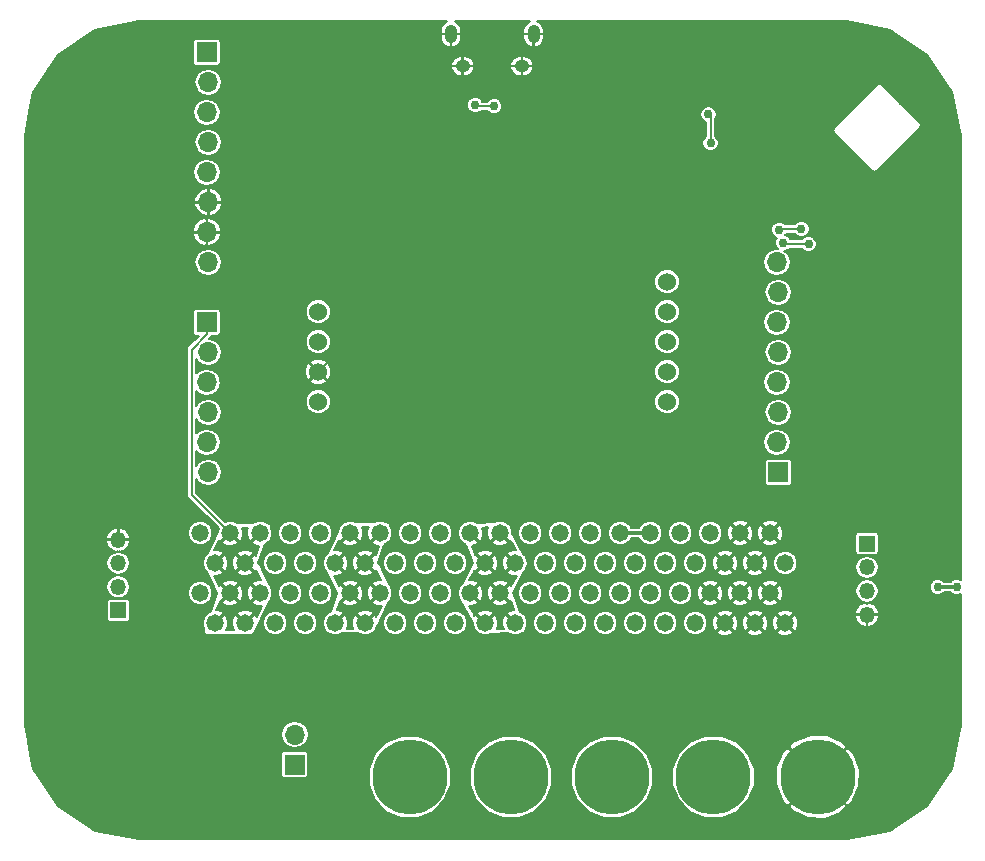
<source format=gbl>
G04 #@! TF.FileFunction,Copper,L2,Bot,Signal*
%FSLAX46Y46*%
G04 Gerber Fmt 4.6, Leading zero omitted, Abs format (unit mm)*
G04 Created by KiCad (PCBNEW 4.0.7) date Wed Mar 14 11:03:06 2018*
%MOMM*%
%LPD*%
G01*
G04 APERTURE LIST*
%ADD10C,0.025400*%
%ADD11C,1.524000*%
%ADD12C,1.473200*%
%ADD13R,1.700000X1.700000*%
%ADD14O,1.700000X1.700000*%
%ADD15C,6.350000*%
%ADD16O,1.250000X1.054100*%
%ADD17O,1.054100X1.550000*%
%ADD18R,1.350000X1.350000*%
%ADD19O,1.350000X1.350000*%
%ADD20C,0.754380*%
%ADD21C,0.304800*%
%ADD22C,0.177800*%
%ADD23C,0.203200*%
G04 APERTURE END LIST*
D10*
D11*
X144770000Y-92420000D03*
X115230000Y-94960000D03*
X115230000Y-97500000D03*
X115230000Y-100040000D03*
X115230000Y-102580000D03*
X144770000Y-94960000D03*
X144770000Y-97500000D03*
X144770000Y-100040000D03*
X144770000Y-102580000D03*
D12*
X152225000Y-121310000D03*
X153495000Y-118770000D03*
X154765000Y-121310000D03*
X135715000Y-118770000D03*
X129365000Y-121310000D03*
X131905000Y-121310000D03*
X130635000Y-118770000D03*
X133175000Y-118770000D03*
X134445000Y-121310000D03*
X136985000Y-121310000D03*
X147145000Y-121310000D03*
X145875000Y-118770000D03*
X150955000Y-118770000D03*
X148415000Y-118770000D03*
X149685000Y-121310000D03*
X143335000Y-118770000D03*
X138255000Y-118770000D03*
X140795000Y-118770000D03*
X142065000Y-121310000D03*
X139525000Y-121310000D03*
X144605000Y-121310000D03*
X123015000Y-118770000D03*
X119205000Y-121310000D03*
X120475000Y-118770000D03*
X121745000Y-121310000D03*
X124285000Y-121310000D03*
X128095000Y-118770000D03*
X125555000Y-118770000D03*
X126825000Y-121310000D03*
X111585000Y-121310000D03*
X106505000Y-121310000D03*
X107775000Y-118770000D03*
X110315000Y-118770000D03*
X109045000Y-121310000D03*
X105235000Y-118770000D03*
X114125000Y-121310000D03*
X112855000Y-118770000D03*
X115395000Y-118770000D03*
X117935000Y-118770000D03*
X116665000Y-121310000D03*
X134445000Y-116230000D03*
X135715000Y-113690000D03*
X131905000Y-116230000D03*
X133175000Y-113690000D03*
X130635000Y-113690000D03*
X147145000Y-116230000D03*
X145875000Y-113690000D03*
X148415000Y-113690000D03*
X144605000Y-116230000D03*
X149685000Y-116230000D03*
X143335000Y-113690000D03*
X136985000Y-116230000D03*
X138255000Y-113690000D03*
X140795000Y-113690000D03*
X142065000Y-116230000D03*
X139525000Y-116230000D03*
X150955000Y-113690000D03*
X152225000Y-116230000D03*
X153495000Y-113690000D03*
X154765000Y-116230000D03*
X114125000Y-116230000D03*
X112855000Y-113690000D03*
X115395000Y-113690000D03*
X111585000Y-116230000D03*
X116665000Y-116230000D03*
X123015000Y-113690000D03*
X121745000Y-116230000D03*
X120475000Y-113690000D03*
X119205000Y-116230000D03*
X117935000Y-113690000D03*
X126825000Y-116230000D03*
X128095000Y-113690000D03*
X125555000Y-113690000D03*
X124285000Y-116230000D03*
X129365000Y-116230000D03*
X110315000Y-113690000D03*
X105235000Y-113690000D03*
X106505000Y-116230000D03*
X107775000Y-113690000D03*
X109045000Y-116230000D03*
D13*
X113250000Y-133290000D03*
D14*
X113250000Y-130750000D03*
D15*
X122976000Y-134326000D03*
X131548500Y-134326000D03*
X140121000Y-134326000D03*
X157520000Y-134326000D03*
X148693500Y-134326000D03*
D16*
X132475000Y-74150000D03*
X127475000Y-74150000D03*
D17*
X133475000Y-71450000D03*
X126475000Y-71450000D03*
D18*
X98300000Y-120248000D03*
D19*
X98300000Y-118248000D03*
X98300000Y-116248000D03*
X98300000Y-114248000D03*
D18*
X161700000Y-114600000D03*
D19*
X161700000Y-116600000D03*
X161700000Y-118600000D03*
X161700000Y-120600000D03*
D13*
X154193500Y-108545000D03*
D14*
X154066500Y-106005000D03*
X154193500Y-103465000D03*
X154066500Y-100925000D03*
X154193500Y-98385000D03*
X154066500Y-95845000D03*
X154193500Y-93305000D03*
X154066500Y-90765000D03*
D13*
X105806500Y-72985000D03*
D14*
X105933500Y-75525000D03*
X105806500Y-78065000D03*
X105933500Y-80605000D03*
X105806500Y-83145000D03*
X105933500Y-85685000D03*
X105806500Y-88225000D03*
X105933500Y-90765000D03*
D13*
X105806500Y-95844999D03*
D14*
X105933500Y-98384999D03*
X105806500Y-100924999D03*
X105933500Y-103464999D03*
X105806500Y-106004999D03*
X105933500Y-108544999D03*
D20*
X164680942Y-77127058D03*
X97725000Y-130925000D03*
X142550000Y-81225000D03*
X147975000Y-76250000D03*
X127350000Y-78500000D03*
X144592214Y-73173114D03*
X167691800Y-118266430D03*
X169278258Y-118275058D03*
X130125000Y-77550000D03*
X128525000Y-77450000D03*
X154599787Y-89125000D03*
X156750001Y-89225000D03*
X154255797Y-88025000D03*
X156150002Y-87950000D03*
X148275000Y-78250000D03*
X148450000Y-80675000D03*
D21*
X148314411Y-134705089D02*
X148693500Y-134326000D01*
X143335000Y-113690000D02*
X140795000Y-113690000D01*
X169265600Y-118262400D02*
X167695830Y-118262400D01*
X167695830Y-118262400D02*
X167691800Y-118266430D01*
X169265600Y-118262400D02*
X169278258Y-118275058D01*
D22*
X130125000Y-77550000D02*
X128625000Y-77550000D01*
X128625000Y-77550000D02*
X128525000Y-77450000D01*
X156750001Y-89225000D02*
X154699787Y-89225000D01*
X154699787Y-89225000D02*
X154599787Y-89125000D01*
X156150002Y-87950000D02*
X154330797Y-87950000D01*
X154330797Y-87950000D02*
X154255797Y-88025000D01*
X104525000Y-110440000D02*
X104525000Y-98154299D01*
X104525000Y-98154299D02*
X105806500Y-96872799D01*
X105806500Y-96872799D02*
X105806500Y-95844999D01*
X107775000Y-113690000D02*
X104525000Y-110440000D01*
X148450000Y-80675000D02*
X148450000Y-78425000D01*
X148450000Y-78425000D02*
X148275000Y-78250000D01*
D23*
G36*
X125868833Y-70559962D02*
X125669258Y-70840808D01*
X125592350Y-71176650D01*
X125592350Y-71424600D01*
X126449600Y-71424600D01*
X126449600Y-71404600D01*
X126500400Y-71404600D01*
X126500400Y-71424600D01*
X127357650Y-71424600D01*
X127357650Y-71176650D01*
X127280742Y-70840808D01*
X127081167Y-70559962D01*
X126793983Y-70379800D01*
X133156017Y-70379800D01*
X132868833Y-70559962D01*
X132669258Y-70840808D01*
X132592350Y-71176650D01*
X132592350Y-71424600D01*
X133449600Y-71424600D01*
X133449600Y-71404600D01*
X133500400Y-71404600D01*
X133500400Y-71424600D01*
X134357650Y-71424600D01*
X134357650Y-71176650D01*
X134280742Y-70840808D01*
X134081167Y-70559962D01*
X133793983Y-70379800D01*
X159962594Y-70379800D01*
X163678643Y-71118969D01*
X166797247Y-73202751D01*
X168881032Y-76321358D01*
X169620200Y-80037405D01*
X169620200Y-117678597D01*
X169414509Y-117593187D01*
X169143197Y-117592950D01*
X168892446Y-117696558D01*
X168783614Y-117805200D01*
X168195014Y-117805200D01*
X168078621Y-117688604D01*
X167828051Y-117584559D01*
X167556739Y-117584322D01*
X167305988Y-117687930D01*
X167113974Y-117879609D01*
X167009929Y-118130179D01*
X167009692Y-118401491D01*
X167113300Y-118652242D01*
X167304979Y-118844256D01*
X167555549Y-118948301D01*
X167826861Y-118948538D01*
X168077612Y-118844930D01*
X168203161Y-118719600D01*
X168758386Y-118719600D01*
X168891437Y-118852884D01*
X169142007Y-118956929D01*
X169413319Y-118957166D01*
X169620200Y-118871685D01*
X169620200Y-129962595D01*
X168881032Y-133678642D01*
X166797247Y-136797249D01*
X163678643Y-138881031D01*
X159962594Y-139620200D01*
X100037405Y-139620200D01*
X96321358Y-138881032D01*
X93202751Y-136797247D01*
X92011986Y-135015138D01*
X119495598Y-135015138D01*
X120024249Y-136294573D01*
X121002278Y-137274310D01*
X122280788Y-137805194D01*
X123665138Y-137806402D01*
X124944573Y-137277751D01*
X125924310Y-136299722D01*
X126455194Y-135021212D01*
X126455199Y-135015138D01*
X128068098Y-135015138D01*
X128596749Y-136294573D01*
X129574778Y-137274310D01*
X130853288Y-137805194D01*
X132237638Y-137806402D01*
X133517073Y-137277751D01*
X134496810Y-136299722D01*
X135027694Y-135021212D01*
X135027699Y-135015138D01*
X136640598Y-135015138D01*
X137169249Y-136294573D01*
X138147278Y-137274310D01*
X139425788Y-137805194D01*
X140810138Y-137806402D01*
X142089573Y-137277751D01*
X143069310Y-136299722D01*
X143600194Y-135021212D01*
X143600199Y-135015138D01*
X145213098Y-135015138D01*
X145741749Y-136294573D01*
X146719778Y-137274310D01*
X147998288Y-137805194D01*
X149382638Y-137806402D01*
X150662073Y-137277751D01*
X151114157Y-136826455D01*
X155055466Y-136826455D01*
X155424710Y-137253131D01*
X156704369Y-137832149D01*
X158108200Y-137877388D01*
X159422484Y-137381960D01*
X159615290Y-137253131D01*
X159984534Y-136826455D01*
X157520000Y-134361921D01*
X155055466Y-136826455D01*
X151114157Y-136826455D01*
X151641810Y-136299722D01*
X152172694Y-135021212D01*
X152172787Y-134914200D01*
X153968612Y-134914200D01*
X154464040Y-136228484D01*
X154592869Y-136421290D01*
X155019545Y-136790534D01*
X157484079Y-134326000D01*
X157555921Y-134326000D01*
X160020455Y-136790534D01*
X160447131Y-136421290D01*
X161026149Y-135141631D01*
X161071388Y-133737800D01*
X160575960Y-132423516D01*
X160447131Y-132230710D01*
X160020455Y-131861466D01*
X157555921Y-134326000D01*
X157484079Y-134326000D01*
X155019545Y-131861466D01*
X154592869Y-132230710D01*
X154013851Y-133510369D01*
X153968612Y-134914200D01*
X152172787Y-134914200D01*
X152173902Y-133636862D01*
X151645251Y-132357427D01*
X151114297Y-131825545D01*
X155055466Y-131825545D01*
X157520000Y-134290079D01*
X159984534Y-131825545D01*
X159615290Y-131398869D01*
X158335631Y-130819851D01*
X156931800Y-130774612D01*
X155617516Y-131270040D01*
X155424710Y-131398869D01*
X155055466Y-131825545D01*
X151114297Y-131825545D01*
X150667222Y-131377690D01*
X149388712Y-130846806D01*
X148004362Y-130845598D01*
X146724927Y-131374249D01*
X145745190Y-132352278D01*
X145214306Y-133630788D01*
X145213098Y-135015138D01*
X143600199Y-135015138D01*
X143601402Y-133636862D01*
X143072751Y-132357427D01*
X142094722Y-131377690D01*
X140816212Y-130846806D01*
X139431862Y-130845598D01*
X138152427Y-131374249D01*
X137172690Y-132352278D01*
X136641806Y-133630788D01*
X136640598Y-135015138D01*
X135027699Y-135015138D01*
X135028902Y-133636862D01*
X134500251Y-132357427D01*
X133522222Y-131377690D01*
X132243712Y-130846806D01*
X130859362Y-130845598D01*
X129579927Y-131374249D01*
X128600190Y-132352278D01*
X128069306Y-133630788D01*
X128068098Y-135015138D01*
X126455199Y-135015138D01*
X126456402Y-133636862D01*
X125927751Y-132357427D01*
X124949722Y-131377690D01*
X123671212Y-130846806D01*
X122286862Y-130845598D01*
X121007427Y-131374249D01*
X120027690Y-132352278D01*
X119496806Y-133630788D01*
X119495598Y-135015138D01*
X92011986Y-135015138D01*
X91118969Y-133678643D01*
X90872588Y-132440000D01*
X112089229Y-132440000D01*
X112089229Y-134140000D01*
X112110482Y-134252952D01*
X112177237Y-134356692D01*
X112279093Y-134426287D01*
X112400000Y-134450771D01*
X114100000Y-134450771D01*
X114212952Y-134429518D01*
X114316692Y-134362763D01*
X114386287Y-134260907D01*
X114410771Y-134140000D01*
X114410771Y-132440000D01*
X114389518Y-132327048D01*
X114322763Y-132223308D01*
X114220907Y-132153713D01*
X114100000Y-132129229D01*
X112400000Y-132129229D01*
X112287048Y-132150482D01*
X112183308Y-132217237D01*
X112113713Y-132319093D01*
X112089229Y-132440000D01*
X90872588Y-132440000D01*
X90536425Y-130750000D01*
X112072576Y-130750000D01*
X112160480Y-131191923D01*
X112410809Y-131566567D01*
X112785453Y-131816896D01*
X113227376Y-131904800D01*
X113272624Y-131904800D01*
X113714547Y-131816896D01*
X114089191Y-131566567D01*
X114339520Y-131191923D01*
X114427424Y-130750000D01*
X114339520Y-130308077D01*
X114089191Y-129933433D01*
X113714547Y-129683104D01*
X113272624Y-129595200D01*
X113227376Y-129595200D01*
X112785453Y-129683104D01*
X112410809Y-129933433D01*
X112160480Y-130308077D01*
X112072576Y-130750000D01*
X90536425Y-130750000D01*
X90379800Y-129962594D01*
X90379800Y-119573000D01*
X97314229Y-119573000D01*
X97314229Y-120923000D01*
X97335482Y-121035952D01*
X97402237Y-121139692D01*
X97504093Y-121209287D01*
X97625000Y-121233771D01*
X98975000Y-121233771D01*
X99087952Y-121212518D01*
X99191692Y-121145763D01*
X99261287Y-121043907D01*
X99285771Y-120923000D01*
X99285771Y-119573000D01*
X99264518Y-119460048D01*
X99197763Y-119356308D01*
X99095907Y-119286713D01*
X98975000Y-119262229D01*
X97625000Y-119262229D01*
X97512048Y-119283482D01*
X97408308Y-119350237D01*
X97338713Y-119452093D01*
X97314229Y-119573000D01*
X90379800Y-119573000D01*
X90379800Y-118248000D01*
X97301005Y-118248000D01*
X97375588Y-118622953D01*
X97587982Y-118940823D01*
X97905852Y-119153217D01*
X98280805Y-119227800D01*
X98319195Y-119227800D01*
X98694148Y-119153217D01*
X98959015Y-118976238D01*
X104193420Y-118976238D01*
X104351629Y-119359135D01*
X104644324Y-119652341D01*
X105026944Y-119811219D01*
X105441238Y-119811580D01*
X105824135Y-119653371D01*
X106117341Y-119360676D01*
X106276219Y-118978056D01*
X106276580Y-118563762D01*
X106118371Y-118180865D01*
X105825676Y-117887659D01*
X105443056Y-117728781D01*
X105028762Y-117728420D01*
X104645865Y-117886629D01*
X104352659Y-118179324D01*
X104193781Y-118561944D01*
X104193420Y-118976238D01*
X98959015Y-118976238D01*
X99012018Y-118940823D01*
X99224412Y-118622953D01*
X99298995Y-118248000D01*
X99224412Y-117873047D01*
X99012018Y-117555177D01*
X98694148Y-117342783D01*
X98319195Y-117268200D01*
X98280805Y-117268200D01*
X97905852Y-117342783D01*
X97587982Y-117555177D01*
X97375588Y-117873047D01*
X97301005Y-118248000D01*
X90379800Y-118248000D01*
X90379800Y-114434260D01*
X97286371Y-114434260D01*
X97292247Y-114463818D01*
X97451548Y-114833040D01*
X97740018Y-115113195D01*
X98113740Y-115261632D01*
X98274598Y-115189391D01*
X98274598Y-115269435D01*
X97905852Y-115342783D01*
X97587982Y-115555177D01*
X97375588Y-115873047D01*
X97301005Y-116248000D01*
X97375588Y-116622953D01*
X97587982Y-116940823D01*
X97905852Y-117153217D01*
X98280805Y-117227800D01*
X98319195Y-117227800D01*
X98694148Y-117153217D01*
X99012018Y-116940823D01*
X99224412Y-116622953D01*
X99298995Y-116248000D01*
X99224412Y-115873047D01*
X99012018Y-115555177D01*
X98694148Y-115342783D01*
X98325402Y-115269435D01*
X98325402Y-115189391D01*
X98486260Y-115261632D01*
X98859982Y-115113195D01*
X99148452Y-114833040D01*
X99307753Y-114463818D01*
X99313629Y-114434260D01*
X99241357Y-114273400D01*
X98325400Y-114273400D01*
X98325400Y-114293400D01*
X98274600Y-114293400D01*
X98274600Y-114273400D01*
X97358643Y-114273400D01*
X97286371Y-114434260D01*
X90379800Y-114434260D01*
X90379800Y-114061740D01*
X97286371Y-114061740D01*
X97358643Y-114222600D01*
X98274600Y-114222600D01*
X98274600Y-113306610D01*
X98325400Y-113306610D01*
X98325400Y-114222600D01*
X99241357Y-114222600D01*
X99313629Y-114061740D01*
X99307753Y-114032182D01*
X99249100Y-113896238D01*
X104193420Y-113896238D01*
X104351629Y-114279135D01*
X104644324Y-114572341D01*
X105026944Y-114731219D01*
X105441238Y-114731580D01*
X105824135Y-114573371D01*
X106117341Y-114280676D01*
X106276219Y-113898056D01*
X106276580Y-113483762D01*
X106118371Y-113100865D01*
X105825676Y-112807659D01*
X105443056Y-112648781D01*
X105028762Y-112648420D01*
X104645865Y-112806629D01*
X104352659Y-113099324D01*
X104193781Y-113481944D01*
X104193420Y-113896238D01*
X99249100Y-113896238D01*
X99148452Y-113662960D01*
X98859982Y-113382805D01*
X98486260Y-113234368D01*
X98325400Y-113306610D01*
X98274600Y-113306610D01*
X98113740Y-113234368D01*
X97740018Y-113382805D01*
X97451548Y-113662960D01*
X97292247Y-114032182D01*
X97286371Y-114061740D01*
X90379800Y-114061740D01*
X90379800Y-98154299D01*
X104131300Y-98154299D01*
X104131300Y-110440000D01*
X104161269Y-110590663D01*
X104246612Y-110718388D01*
X106814874Y-113286650D01*
X106733781Y-113481944D01*
X106733659Y-113621513D01*
X105868947Y-115393466D01*
X105622659Y-115639324D01*
X105463781Y-116021944D01*
X105463420Y-116436238D01*
X105621629Y-116819135D01*
X105816336Y-117014182D01*
X106704579Y-118789959D01*
X106149798Y-120329970D01*
X105915865Y-120426629D01*
X105622659Y-120719324D01*
X105463781Y-121101944D01*
X105463420Y-121516238D01*
X105601802Y-121851149D01*
X105570840Y-121937096D01*
X105552830Y-122036097D01*
X105575168Y-122155009D01*
X105642009Y-122255861D01*
X105742821Y-122322763D01*
X105861719Y-122345172D01*
X106269123Y-122339667D01*
X106296944Y-122351219D01*
X106711238Y-122351580D01*
X106755994Y-122333087D01*
X108729066Y-122306424D01*
X108836944Y-122351219D01*
X109251238Y-122351580D01*
X109381875Y-122297602D01*
X109561719Y-122295172D01*
X109658163Y-122278133D01*
X109762184Y-122216339D01*
X109833969Y-122118944D01*
X110114297Y-121516238D01*
X110543420Y-121516238D01*
X110701629Y-121899135D01*
X110994324Y-122192341D01*
X111376944Y-122351219D01*
X111791238Y-122351580D01*
X112174135Y-122193371D01*
X112467341Y-121900676D01*
X112626219Y-121518056D01*
X112626220Y-121516238D01*
X113083420Y-121516238D01*
X113241629Y-121899135D01*
X113534324Y-122192341D01*
X113916944Y-122351219D01*
X114331238Y-122351580D01*
X114714135Y-122193371D01*
X115007341Y-121900676D01*
X115166219Y-121518056D01*
X115166580Y-121103762D01*
X115008371Y-120720865D01*
X114715676Y-120427659D01*
X114333056Y-120268781D01*
X113918762Y-120268420D01*
X113535865Y-120426629D01*
X113242659Y-120719324D01*
X113083781Y-121101944D01*
X113083420Y-121516238D01*
X112626220Y-121516238D01*
X112626580Y-121103762D01*
X112468371Y-120720865D01*
X112175676Y-120427659D01*
X111793056Y-120268781D01*
X111378762Y-120268420D01*
X110995865Y-120426629D01*
X110702659Y-120719324D01*
X110543781Y-121101944D01*
X110543420Y-121516238D01*
X110114297Y-121516238D01*
X111047150Y-119510606D01*
X111197341Y-119360676D01*
X111356219Y-118978056D01*
X111356220Y-118976238D01*
X111813420Y-118976238D01*
X111971629Y-119359135D01*
X112264324Y-119652341D01*
X112646944Y-119811219D01*
X113061238Y-119811580D01*
X113444135Y-119653371D01*
X113737341Y-119360676D01*
X113896219Y-118978056D01*
X113896220Y-118976238D01*
X114353420Y-118976238D01*
X114511629Y-119359135D01*
X114804324Y-119652341D01*
X115186944Y-119811219D01*
X115601238Y-119811580D01*
X115984135Y-119653371D01*
X116277341Y-119360676D01*
X116436219Y-118978056D01*
X116436580Y-118563762D01*
X116278371Y-118180865D01*
X115985676Y-117887659D01*
X115603056Y-117728781D01*
X115188762Y-117728420D01*
X114805865Y-117886629D01*
X114512659Y-118179324D01*
X114353781Y-118561944D01*
X114353420Y-118976238D01*
X113896220Y-118976238D01*
X113896580Y-118563762D01*
X113738371Y-118180865D01*
X113445676Y-117887659D01*
X113063056Y-117728781D01*
X112648762Y-117728420D01*
X112265865Y-117886629D01*
X111972659Y-118179324D01*
X111813781Y-118561944D01*
X111813420Y-118976238D01*
X111356220Y-118976238D01*
X111356393Y-118778545D01*
X111361996Y-118749710D01*
X111356437Y-118728056D01*
X111356580Y-118563762D01*
X111198371Y-118180865D01*
X111032751Y-118014956D01*
X110267992Y-116436238D01*
X110543420Y-116436238D01*
X110701629Y-116819135D01*
X110994324Y-117112341D01*
X111376944Y-117271219D01*
X111791238Y-117271580D01*
X112174135Y-117113371D01*
X112467341Y-116820676D01*
X112626219Y-116438056D01*
X112626220Y-116436238D01*
X113083420Y-116436238D01*
X113241629Y-116819135D01*
X113534324Y-117112341D01*
X113916944Y-117271219D01*
X114331238Y-117271580D01*
X114714135Y-117113371D01*
X115007341Y-116820676D01*
X115166219Y-116438056D01*
X115166220Y-116436238D01*
X115623420Y-116436238D01*
X115781629Y-116819135D01*
X116016670Y-117054586D01*
X116865358Y-118788982D01*
X116316650Y-120327139D01*
X116075865Y-120426629D01*
X115782659Y-120719324D01*
X115623781Y-121101944D01*
X115623420Y-121516238D01*
X115779789Y-121894682D01*
X115799405Y-122003111D01*
X115865568Y-122104409D01*
X115965929Y-122171986D01*
X116078098Y-122193908D01*
X116456944Y-122351219D01*
X116871238Y-122351580D01*
X117254135Y-122193371D01*
X117260321Y-122187195D01*
X118600089Y-122178081D01*
X118614324Y-122192341D01*
X118996944Y-122351219D01*
X119411238Y-122351580D01*
X119794135Y-122193371D01*
X119828950Y-122158617D01*
X119854731Y-122154309D01*
X119959480Y-122093758D01*
X120032419Y-121997224D01*
X120070820Y-121917169D01*
X120087341Y-121900676D01*
X120142826Y-121767053D01*
X120263135Y-121516238D01*
X120703420Y-121516238D01*
X120861629Y-121899135D01*
X121154324Y-122192341D01*
X121536944Y-122351219D01*
X121951238Y-122351580D01*
X122334135Y-122193371D01*
X122627341Y-121900676D01*
X122786219Y-121518056D01*
X122786220Y-121516238D01*
X123243420Y-121516238D01*
X123401629Y-121899135D01*
X123694324Y-122192341D01*
X124076944Y-122351219D01*
X124491238Y-122351580D01*
X124874135Y-122193371D01*
X125167341Y-121900676D01*
X125326219Y-121518056D01*
X125326220Y-121516238D01*
X125783420Y-121516238D01*
X125941629Y-121899135D01*
X126234324Y-122192341D01*
X126616944Y-122351219D01*
X127031238Y-122351580D01*
X127414135Y-122193371D01*
X127707341Y-121900676D01*
X127866219Y-121518056D01*
X127866580Y-121103762D01*
X127708371Y-120720865D01*
X127415676Y-120427659D01*
X127033056Y-120268781D01*
X126618762Y-120268420D01*
X126235865Y-120426629D01*
X125942659Y-120719324D01*
X125783781Y-121101944D01*
X125783420Y-121516238D01*
X125326220Y-121516238D01*
X125326580Y-121103762D01*
X125168371Y-120720865D01*
X124875676Y-120427659D01*
X124493056Y-120268781D01*
X124078762Y-120268420D01*
X123695865Y-120426629D01*
X123402659Y-120719324D01*
X123243781Y-121101944D01*
X123243420Y-121516238D01*
X122786220Y-121516238D01*
X122786580Y-121103762D01*
X122628371Y-120720865D01*
X122335676Y-120427659D01*
X121953056Y-120268781D01*
X121538762Y-120268420D01*
X121155865Y-120426629D01*
X120862659Y-120719324D01*
X120703781Y-121101944D01*
X120703420Y-121516238D01*
X120263135Y-121516238D01*
X121241760Y-119476056D01*
X121357341Y-119360676D01*
X121516219Y-118978056D01*
X121516220Y-118976238D01*
X121973420Y-118976238D01*
X122131629Y-119359135D01*
X122424324Y-119652341D01*
X122806944Y-119811219D01*
X123221238Y-119811580D01*
X123604135Y-119653371D01*
X123897341Y-119360676D01*
X124056219Y-118978056D01*
X124056220Y-118976238D01*
X124513420Y-118976238D01*
X124671629Y-119359135D01*
X124964324Y-119652341D01*
X125346944Y-119811219D01*
X125761238Y-119811580D01*
X126144135Y-119653371D01*
X126437341Y-119360676D01*
X126596219Y-118978056D01*
X126596580Y-118563762D01*
X126438371Y-118180865D01*
X126145676Y-117887659D01*
X125763056Y-117728781D01*
X125348762Y-117728420D01*
X124965865Y-117886629D01*
X124672659Y-118179324D01*
X124513781Y-118561944D01*
X124513420Y-118976238D01*
X124056220Y-118976238D01*
X124056580Y-118563762D01*
X123898371Y-118180865D01*
X123605676Y-117887659D01*
X123223056Y-117728781D01*
X122808762Y-117728420D01*
X122425865Y-117886629D01*
X122132659Y-118179324D01*
X121973781Y-118561944D01*
X121973420Y-118976238D01*
X121516220Y-118976238D01*
X121516306Y-118877793D01*
X121536981Y-118774432D01*
X121516466Y-118694823D01*
X121516580Y-118563762D01*
X121358371Y-118180865D01*
X121196964Y-118019177D01*
X120428374Y-116436238D01*
X120703420Y-116436238D01*
X120861629Y-116819135D01*
X121154324Y-117112341D01*
X121536944Y-117271219D01*
X121951238Y-117271580D01*
X122334135Y-117113371D01*
X122627341Y-116820676D01*
X122786219Y-116438056D01*
X122786220Y-116436238D01*
X123243420Y-116436238D01*
X123401629Y-116819135D01*
X123694324Y-117112341D01*
X124076944Y-117271219D01*
X124491238Y-117271580D01*
X124874135Y-117113371D01*
X125167341Y-116820676D01*
X125326219Y-116438056D01*
X125326220Y-116436238D01*
X125783420Y-116436238D01*
X125941629Y-116819135D01*
X126234324Y-117112341D01*
X126616944Y-117271219D01*
X127031238Y-117271580D01*
X127414135Y-117113371D01*
X127707341Y-116820676D01*
X127866219Y-116438056D01*
X127866580Y-116023762D01*
X127708371Y-115640865D01*
X127415676Y-115347659D01*
X127033056Y-115188781D01*
X126618762Y-115188420D01*
X126235865Y-115346629D01*
X125942659Y-115639324D01*
X125783781Y-116021944D01*
X125783420Y-116436238D01*
X125326220Y-116436238D01*
X125326580Y-116023762D01*
X125168371Y-115640865D01*
X124875676Y-115347659D01*
X124493056Y-115188781D01*
X124078762Y-115188420D01*
X123695865Y-115346629D01*
X123402659Y-115639324D01*
X123243781Y-116021944D01*
X123243420Y-116436238D01*
X122786220Y-116436238D01*
X122786580Y-116023762D01*
X122628371Y-115640865D01*
X122335676Y-115347659D01*
X121953056Y-115188781D01*
X121538762Y-115188420D01*
X121155865Y-115346629D01*
X120862659Y-115639324D01*
X120703781Y-116021944D01*
X120703420Y-116436238D01*
X120428374Y-116436238D01*
X120317947Y-116208810D01*
X120828898Y-114670569D01*
X121064135Y-114573371D01*
X121357341Y-114280676D01*
X121516219Y-113898056D01*
X121516220Y-113896238D01*
X121973420Y-113896238D01*
X122131629Y-114279135D01*
X122424324Y-114572341D01*
X122806944Y-114731219D01*
X123221238Y-114731580D01*
X123604135Y-114573371D01*
X123897341Y-114280676D01*
X124056219Y-113898056D01*
X124056220Y-113896238D01*
X124513420Y-113896238D01*
X124671629Y-114279135D01*
X124964324Y-114572341D01*
X125346944Y-114731219D01*
X125761238Y-114731580D01*
X126144135Y-114573371D01*
X126437341Y-114280676D01*
X126596219Y-113898056D01*
X126596220Y-113896238D01*
X127053420Y-113896238D01*
X127211629Y-114279135D01*
X127504324Y-114572341D01*
X127772731Y-114683793D01*
X128296694Y-116210973D01*
X127475996Y-117916446D01*
X127212659Y-118179324D01*
X127053781Y-118561944D01*
X127053420Y-118976238D01*
X127211629Y-119359135D01*
X127356157Y-119503915D01*
X128323613Y-121294432D01*
X128323420Y-121516238D01*
X128481629Y-121899135D01*
X128774324Y-122192341D01*
X129156944Y-122351219D01*
X129571238Y-122351580D01*
X129837817Y-122241433D01*
X131310450Y-122188460D01*
X131314324Y-122192341D01*
X131696944Y-122351219D01*
X132111238Y-122351580D01*
X132494135Y-122193371D01*
X132547740Y-122139860D01*
X132601440Y-122130395D01*
X132706871Y-122071039D01*
X132780902Y-121975340D01*
X132811869Y-121858379D01*
X132810097Y-121845874D01*
X132946219Y-121518056D01*
X132946220Y-121516238D01*
X133403420Y-121516238D01*
X133561629Y-121899135D01*
X133854324Y-122192341D01*
X134236944Y-122351219D01*
X134651238Y-122351580D01*
X135034135Y-122193371D01*
X135327341Y-121900676D01*
X135486219Y-121518056D01*
X135486220Y-121516238D01*
X135943420Y-121516238D01*
X136101629Y-121899135D01*
X136394324Y-122192341D01*
X136776944Y-122351219D01*
X137191238Y-122351580D01*
X137574135Y-122193371D01*
X137867341Y-121900676D01*
X138026219Y-121518056D01*
X138026220Y-121516238D01*
X138483420Y-121516238D01*
X138641629Y-121899135D01*
X138934324Y-122192341D01*
X139316944Y-122351219D01*
X139731238Y-122351580D01*
X140114135Y-122193371D01*
X140407341Y-121900676D01*
X140566219Y-121518056D01*
X140566220Y-121516238D01*
X141023420Y-121516238D01*
X141181629Y-121899135D01*
X141474324Y-122192341D01*
X141856944Y-122351219D01*
X142271238Y-122351580D01*
X142654135Y-122193371D01*
X142947341Y-121900676D01*
X143106219Y-121518056D01*
X143106220Y-121516238D01*
X143563420Y-121516238D01*
X143721629Y-121899135D01*
X144014324Y-122192341D01*
X144396944Y-122351219D01*
X144811238Y-122351580D01*
X145194135Y-122193371D01*
X145487341Y-121900676D01*
X145646219Y-121518056D01*
X145646220Y-121516238D01*
X146103420Y-121516238D01*
X146261629Y-121899135D01*
X146554324Y-122192341D01*
X146936944Y-122351219D01*
X147351238Y-122351580D01*
X147734135Y-122193371D01*
X147875444Y-122052308D01*
X148978613Y-122052308D01*
X149051164Y-122225614D01*
X149449802Y-122398476D01*
X149884248Y-122405627D01*
X150288359Y-122245978D01*
X150318836Y-122225614D01*
X150391387Y-122052308D01*
X151518613Y-122052308D01*
X151591164Y-122225614D01*
X151989802Y-122398476D01*
X152424248Y-122405627D01*
X152828359Y-122245978D01*
X152858836Y-122225614D01*
X152931387Y-122052308D01*
X154058613Y-122052308D01*
X154131164Y-122225614D01*
X154529802Y-122398476D01*
X154964248Y-122405627D01*
X155368359Y-122245978D01*
X155398836Y-122225614D01*
X155471387Y-122052308D01*
X154765000Y-121345921D01*
X154058613Y-122052308D01*
X152931387Y-122052308D01*
X152225000Y-121345921D01*
X151518613Y-122052308D01*
X150391387Y-122052308D01*
X149685000Y-121345921D01*
X148978613Y-122052308D01*
X147875444Y-122052308D01*
X148027341Y-121900676D01*
X148186219Y-121518056D01*
X148186226Y-121509248D01*
X148589373Y-121509248D01*
X148749022Y-121913359D01*
X148769386Y-121943836D01*
X148942692Y-122016387D01*
X149649079Y-121310000D01*
X149720921Y-121310000D01*
X150427308Y-122016387D01*
X150600614Y-121943836D01*
X150773476Y-121545198D01*
X150774067Y-121509248D01*
X151129373Y-121509248D01*
X151289022Y-121913359D01*
X151309386Y-121943836D01*
X151482692Y-122016387D01*
X152189079Y-121310000D01*
X152260921Y-121310000D01*
X152967308Y-122016387D01*
X153140614Y-121943836D01*
X153313476Y-121545198D01*
X153314067Y-121509248D01*
X153669373Y-121509248D01*
X153829022Y-121913359D01*
X153849386Y-121943836D01*
X154022692Y-122016387D01*
X154729079Y-121310000D01*
X154800921Y-121310000D01*
X155507308Y-122016387D01*
X155680614Y-121943836D01*
X155853476Y-121545198D01*
X155860627Y-121110752D01*
X155732433Y-120786260D01*
X160686371Y-120786260D01*
X160692247Y-120815818D01*
X160851548Y-121185040D01*
X161140018Y-121465195D01*
X161513740Y-121613632D01*
X161674600Y-121541390D01*
X161674600Y-120625400D01*
X161725400Y-120625400D01*
X161725400Y-121541390D01*
X161886260Y-121613632D01*
X162259982Y-121465195D01*
X162548452Y-121185040D01*
X162707753Y-120815818D01*
X162713629Y-120786260D01*
X162641357Y-120625400D01*
X161725400Y-120625400D01*
X161674600Y-120625400D01*
X160758643Y-120625400D01*
X160686371Y-120786260D01*
X155732433Y-120786260D01*
X155700978Y-120706641D01*
X155680614Y-120676164D01*
X155507308Y-120603613D01*
X154800921Y-121310000D01*
X154729079Y-121310000D01*
X154022692Y-120603613D01*
X153849386Y-120676164D01*
X153676524Y-121074802D01*
X153669373Y-121509248D01*
X153314067Y-121509248D01*
X153320627Y-121110752D01*
X153160978Y-120706641D01*
X153140614Y-120676164D01*
X152967308Y-120603613D01*
X152260921Y-121310000D01*
X152189079Y-121310000D01*
X151482692Y-120603613D01*
X151309386Y-120676164D01*
X151136524Y-121074802D01*
X151129373Y-121509248D01*
X150774067Y-121509248D01*
X150780627Y-121110752D01*
X150620978Y-120706641D01*
X150600614Y-120676164D01*
X150427308Y-120603613D01*
X149720921Y-121310000D01*
X149649079Y-121310000D01*
X148942692Y-120603613D01*
X148769386Y-120676164D01*
X148596524Y-121074802D01*
X148589373Y-121509248D01*
X148186226Y-121509248D01*
X148186580Y-121103762D01*
X148028371Y-120720865D01*
X147875465Y-120567692D01*
X148978613Y-120567692D01*
X149685000Y-121274079D01*
X150391387Y-120567692D01*
X151518613Y-120567692D01*
X152225000Y-121274079D01*
X152931387Y-120567692D01*
X154058613Y-120567692D01*
X154765000Y-121274079D01*
X155471387Y-120567692D01*
X155406939Y-120413740D01*
X160686371Y-120413740D01*
X160758643Y-120574600D01*
X161674600Y-120574600D01*
X161674600Y-120554600D01*
X161725400Y-120554600D01*
X161725400Y-120574600D01*
X162641357Y-120574600D01*
X162713629Y-120413740D01*
X162707753Y-120384182D01*
X162548452Y-120014960D01*
X162259982Y-119734805D01*
X161886260Y-119586368D01*
X161725402Y-119658609D01*
X161725402Y-119578565D01*
X162094148Y-119505217D01*
X162412018Y-119292823D01*
X162624412Y-118974953D01*
X162698995Y-118600000D01*
X162624412Y-118225047D01*
X162412018Y-117907177D01*
X162094148Y-117694783D01*
X161719195Y-117620200D01*
X161680805Y-117620200D01*
X161305852Y-117694783D01*
X160987982Y-117907177D01*
X160775588Y-118225047D01*
X160701005Y-118600000D01*
X160775588Y-118974953D01*
X160987982Y-119292823D01*
X161305852Y-119505217D01*
X161674598Y-119578565D01*
X161674598Y-119658609D01*
X161513740Y-119586368D01*
X161140018Y-119734805D01*
X160851548Y-120014960D01*
X160692247Y-120384182D01*
X160686371Y-120413740D01*
X155406939Y-120413740D01*
X155398836Y-120394386D01*
X155000198Y-120221524D01*
X154565752Y-120214373D01*
X154161641Y-120374022D01*
X154131164Y-120394386D01*
X154058613Y-120567692D01*
X152931387Y-120567692D01*
X152858836Y-120394386D01*
X152460198Y-120221524D01*
X152025752Y-120214373D01*
X151621641Y-120374022D01*
X151591164Y-120394386D01*
X151518613Y-120567692D01*
X150391387Y-120567692D01*
X150318836Y-120394386D01*
X149920198Y-120221524D01*
X149485752Y-120214373D01*
X149081641Y-120374022D01*
X149051164Y-120394386D01*
X148978613Y-120567692D01*
X147875465Y-120567692D01*
X147735676Y-120427659D01*
X147353056Y-120268781D01*
X146938762Y-120268420D01*
X146555865Y-120426629D01*
X146262659Y-120719324D01*
X146103781Y-121101944D01*
X146103420Y-121516238D01*
X145646220Y-121516238D01*
X145646580Y-121103762D01*
X145488371Y-120720865D01*
X145195676Y-120427659D01*
X144813056Y-120268781D01*
X144398762Y-120268420D01*
X144015865Y-120426629D01*
X143722659Y-120719324D01*
X143563781Y-121101944D01*
X143563420Y-121516238D01*
X143106220Y-121516238D01*
X143106580Y-121103762D01*
X142948371Y-120720865D01*
X142655676Y-120427659D01*
X142273056Y-120268781D01*
X141858762Y-120268420D01*
X141475865Y-120426629D01*
X141182659Y-120719324D01*
X141023781Y-121101944D01*
X141023420Y-121516238D01*
X140566220Y-121516238D01*
X140566580Y-121103762D01*
X140408371Y-120720865D01*
X140115676Y-120427659D01*
X139733056Y-120268781D01*
X139318762Y-120268420D01*
X138935865Y-120426629D01*
X138642659Y-120719324D01*
X138483781Y-121101944D01*
X138483420Y-121516238D01*
X138026220Y-121516238D01*
X138026580Y-121103762D01*
X137868371Y-120720865D01*
X137575676Y-120427659D01*
X137193056Y-120268781D01*
X136778762Y-120268420D01*
X136395865Y-120426629D01*
X136102659Y-120719324D01*
X135943781Y-121101944D01*
X135943420Y-121516238D01*
X135486220Y-121516238D01*
X135486580Y-121103762D01*
X135328371Y-120720865D01*
X135035676Y-120427659D01*
X134653056Y-120268781D01*
X134238762Y-120268420D01*
X133855865Y-120426629D01*
X133562659Y-120719324D01*
X133403781Y-121101944D01*
X133403420Y-121516238D01*
X132946220Y-121516238D01*
X132946580Y-121103762D01*
X132788371Y-120720865D01*
X132495676Y-120427659D01*
X132301768Y-120347141D01*
X131815924Y-118976238D01*
X132133420Y-118976238D01*
X132291629Y-119359135D01*
X132584324Y-119652341D01*
X132966944Y-119811219D01*
X133381238Y-119811580D01*
X133764135Y-119653371D01*
X134057341Y-119360676D01*
X134216219Y-118978056D01*
X134216220Y-118976238D01*
X134673420Y-118976238D01*
X134831629Y-119359135D01*
X135124324Y-119652341D01*
X135506944Y-119811219D01*
X135921238Y-119811580D01*
X136304135Y-119653371D01*
X136597341Y-119360676D01*
X136756219Y-118978056D01*
X136756220Y-118976238D01*
X137213420Y-118976238D01*
X137371629Y-119359135D01*
X137664324Y-119652341D01*
X138046944Y-119811219D01*
X138461238Y-119811580D01*
X138844135Y-119653371D01*
X139137341Y-119360676D01*
X139296219Y-118978056D01*
X139296220Y-118976238D01*
X139753420Y-118976238D01*
X139911629Y-119359135D01*
X140204324Y-119652341D01*
X140586944Y-119811219D01*
X141001238Y-119811580D01*
X141384135Y-119653371D01*
X141677341Y-119360676D01*
X141836219Y-118978056D01*
X141836220Y-118976238D01*
X142293420Y-118976238D01*
X142451629Y-119359135D01*
X142744324Y-119652341D01*
X143126944Y-119811219D01*
X143541238Y-119811580D01*
X143924135Y-119653371D01*
X144217341Y-119360676D01*
X144376219Y-118978056D01*
X144376220Y-118976238D01*
X144833420Y-118976238D01*
X144991629Y-119359135D01*
X145284324Y-119652341D01*
X145666944Y-119811219D01*
X146081238Y-119811580D01*
X146464135Y-119653371D01*
X146605444Y-119512308D01*
X147708613Y-119512308D01*
X147781164Y-119685614D01*
X148179802Y-119858476D01*
X148614248Y-119865627D01*
X149018359Y-119705978D01*
X149048836Y-119685614D01*
X149121387Y-119512308D01*
X150248613Y-119512308D01*
X150321164Y-119685614D01*
X150719802Y-119858476D01*
X151154248Y-119865627D01*
X151558359Y-119705978D01*
X151588836Y-119685614D01*
X151661387Y-119512308D01*
X152788613Y-119512308D01*
X152861164Y-119685614D01*
X153259802Y-119858476D01*
X153694248Y-119865627D01*
X154098359Y-119705978D01*
X154128836Y-119685614D01*
X154201387Y-119512308D01*
X153495000Y-118805921D01*
X152788613Y-119512308D01*
X151661387Y-119512308D01*
X150955000Y-118805921D01*
X150248613Y-119512308D01*
X149121387Y-119512308D01*
X148415000Y-118805921D01*
X147708613Y-119512308D01*
X146605444Y-119512308D01*
X146757341Y-119360676D01*
X146916219Y-118978056D01*
X146916226Y-118969248D01*
X147319373Y-118969248D01*
X147479022Y-119373359D01*
X147499386Y-119403836D01*
X147672692Y-119476387D01*
X148379079Y-118770000D01*
X148450921Y-118770000D01*
X149157308Y-119476387D01*
X149330614Y-119403836D01*
X149503476Y-119005198D01*
X149504067Y-118969248D01*
X149859373Y-118969248D01*
X150019022Y-119373359D01*
X150039386Y-119403836D01*
X150212692Y-119476387D01*
X150919079Y-118770000D01*
X150990921Y-118770000D01*
X151697308Y-119476387D01*
X151870614Y-119403836D01*
X152043476Y-119005198D01*
X152044067Y-118969248D01*
X152399373Y-118969248D01*
X152559022Y-119373359D01*
X152579386Y-119403836D01*
X152752692Y-119476387D01*
X153459079Y-118770000D01*
X153530921Y-118770000D01*
X154237308Y-119476387D01*
X154410614Y-119403836D01*
X154583476Y-119005198D01*
X154590627Y-118570752D01*
X154430978Y-118166641D01*
X154410614Y-118136164D01*
X154237308Y-118063613D01*
X153530921Y-118770000D01*
X153459079Y-118770000D01*
X152752692Y-118063613D01*
X152579386Y-118136164D01*
X152406524Y-118534802D01*
X152399373Y-118969248D01*
X152044067Y-118969248D01*
X152050627Y-118570752D01*
X151890978Y-118166641D01*
X151870614Y-118136164D01*
X151697308Y-118063613D01*
X150990921Y-118770000D01*
X150919079Y-118770000D01*
X150212692Y-118063613D01*
X150039386Y-118136164D01*
X149866524Y-118534802D01*
X149859373Y-118969248D01*
X149504067Y-118969248D01*
X149510627Y-118570752D01*
X149350978Y-118166641D01*
X149330614Y-118136164D01*
X149157308Y-118063613D01*
X148450921Y-118770000D01*
X148379079Y-118770000D01*
X147672692Y-118063613D01*
X147499386Y-118136164D01*
X147326524Y-118534802D01*
X147319373Y-118969248D01*
X146916226Y-118969248D01*
X146916580Y-118563762D01*
X146758371Y-118180865D01*
X146605465Y-118027692D01*
X147708613Y-118027692D01*
X148415000Y-118734079D01*
X149121387Y-118027692D01*
X150248613Y-118027692D01*
X150955000Y-118734079D01*
X151661387Y-118027692D01*
X152788613Y-118027692D01*
X153495000Y-118734079D01*
X154201387Y-118027692D01*
X154128836Y-117854386D01*
X153730198Y-117681524D01*
X153295752Y-117674373D01*
X152891641Y-117834022D01*
X152861164Y-117854386D01*
X152788613Y-118027692D01*
X151661387Y-118027692D01*
X151588836Y-117854386D01*
X151190198Y-117681524D01*
X150755752Y-117674373D01*
X150351641Y-117834022D01*
X150321164Y-117854386D01*
X150248613Y-118027692D01*
X149121387Y-118027692D01*
X149048836Y-117854386D01*
X148650198Y-117681524D01*
X148215752Y-117674373D01*
X147811641Y-117834022D01*
X147781164Y-117854386D01*
X147708613Y-118027692D01*
X146605465Y-118027692D01*
X146465676Y-117887659D01*
X146083056Y-117728781D01*
X145668762Y-117728420D01*
X145285865Y-117886629D01*
X144992659Y-118179324D01*
X144833781Y-118561944D01*
X144833420Y-118976238D01*
X144376220Y-118976238D01*
X144376580Y-118563762D01*
X144218371Y-118180865D01*
X143925676Y-117887659D01*
X143543056Y-117728781D01*
X143128762Y-117728420D01*
X142745865Y-117886629D01*
X142452659Y-118179324D01*
X142293781Y-118561944D01*
X142293420Y-118976238D01*
X141836220Y-118976238D01*
X141836580Y-118563762D01*
X141678371Y-118180865D01*
X141385676Y-117887659D01*
X141003056Y-117728781D01*
X140588762Y-117728420D01*
X140205865Y-117886629D01*
X139912659Y-118179324D01*
X139753781Y-118561944D01*
X139753420Y-118976238D01*
X139296220Y-118976238D01*
X139296580Y-118563762D01*
X139138371Y-118180865D01*
X138845676Y-117887659D01*
X138463056Y-117728781D01*
X138048762Y-117728420D01*
X137665865Y-117886629D01*
X137372659Y-118179324D01*
X137213781Y-118561944D01*
X137213420Y-118976238D01*
X136756220Y-118976238D01*
X136756580Y-118563762D01*
X136598371Y-118180865D01*
X136305676Y-117887659D01*
X135923056Y-117728781D01*
X135508762Y-117728420D01*
X135125865Y-117886629D01*
X134832659Y-118179324D01*
X134673781Y-118561944D01*
X134673420Y-118976238D01*
X134216220Y-118976238D01*
X134216580Y-118563762D01*
X134058371Y-118180865D01*
X133765676Y-117887659D01*
X133383056Y-117728781D01*
X132968762Y-117728420D01*
X132585865Y-117886629D01*
X132292659Y-118179324D01*
X132133781Y-118561944D01*
X132133420Y-118976238D01*
X131815924Y-118976238D01*
X131750155Y-118790660D01*
X132680195Y-116927635D01*
X132787341Y-116820676D01*
X132946219Y-116438056D01*
X132946220Y-116436238D01*
X133403420Y-116436238D01*
X133561629Y-116819135D01*
X133854324Y-117112341D01*
X134236944Y-117271219D01*
X134651238Y-117271580D01*
X135034135Y-117113371D01*
X135327341Y-116820676D01*
X135486219Y-116438056D01*
X135486220Y-116436238D01*
X135943420Y-116436238D01*
X136101629Y-116819135D01*
X136394324Y-117112341D01*
X136776944Y-117271219D01*
X137191238Y-117271580D01*
X137574135Y-117113371D01*
X137867341Y-116820676D01*
X138026219Y-116438056D01*
X138026220Y-116436238D01*
X138483420Y-116436238D01*
X138641629Y-116819135D01*
X138934324Y-117112341D01*
X139316944Y-117271219D01*
X139731238Y-117271580D01*
X140114135Y-117113371D01*
X140407341Y-116820676D01*
X140566219Y-116438056D01*
X140566220Y-116436238D01*
X141023420Y-116436238D01*
X141181629Y-116819135D01*
X141474324Y-117112341D01*
X141856944Y-117271219D01*
X142271238Y-117271580D01*
X142654135Y-117113371D01*
X142947341Y-116820676D01*
X143106219Y-116438056D01*
X143106220Y-116436238D01*
X143563420Y-116436238D01*
X143721629Y-116819135D01*
X144014324Y-117112341D01*
X144396944Y-117271219D01*
X144811238Y-117271580D01*
X145194135Y-117113371D01*
X145487341Y-116820676D01*
X145646219Y-116438056D01*
X145646220Y-116436238D01*
X146103420Y-116436238D01*
X146261629Y-116819135D01*
X146554324Y-117112341D01*
X146936944Y-117271219D01*
X147351238Y-117271580D01*
X147734135Y-117113371D01*
X147875444Y-116972308D01*
X148978613Y-116972308D01*
X149051164Y-117145614D01*
X149449802Y-117318476D01*
X149884248Y-117325627D01*
X150288359Y-117165978D01*
X150318836Y-117145614D01*
X150391387Y-116972308D01*
X151518613Y-116972308D01*
X151591164Y-117145614D01*
X151989802Y-117318476D01*
X152424248Y-117325627D01*
X152828359Y-117165978D01*
X152858836Y-117145614D01*
X152931387Y-116972308D01*
X152225000Y-116265921D01*
X151518613Y-116972308D01*
X150391387Y-116972308D01*
X149685000Y-116265921D01*
X148978613Y-116972308D01*
X147875444Y-116972308D01*
X148027341Y-116820676D01*
X148186219Y-116438056D01*
X148186226Y-116429248D01*
X148589373Y-116429248D01*
X148749022Y-116833359D01*
X148769386Y-116863836D01*
X148942692Y-116936387D01*
X149649079Y-116230000D01*
X149720921Y-116230000D01*
X150427308Y-116936387D01*
X150600614Y-116863836D01*
X150773476Y-116465198D01*
X150774067Y-116429248D01*
X151129373Y-116429248D01*
X151289022Y-116833359D01*
X151309386Y-116863836D01*
X151482692Y-116936387D01*
X152189079Y-116230000D01*
X152260921Y-116230000D01*
X152967308Y-116936387D01*
X153140614Y-116863836D01*
X153313476Y-116465198D01*
X153313952Y-116436238D01*
X153723420Y-116436238D01*
X153881629Y-116819135D01*
X154174324Y-117112341D01*
X154556944Y-117271219D01*
X154971238Y-117271580D01*
X155354135Y-117113371D01*
X155647341Y-116820676D01*
X155738973Y-116600000D01*
X160701005Y-116600000D01*
X160775588Y-116974953D01*
X160987982Y-117292823D01*
X161305852Y-117505217D01*
X161680805Y-117579800D01*
X161719195Y-117579800D01*
X162094148Y-117505217D01*
X162412018Y-117292823D01*
X162624412Y-116974953D01*
X162698995Y-116600000D01*
X162624412Y-116225047D01*
X162412018Y-115907177D01*
X162094148Y-115694783D01*
X161719195Y-115620200D01*
X161680805Y-115620200D01*
X161305852Y-115694783D01*
X160987982Y-115907177D01*
X160775588Y-116225047D01*
X160701005Y-116600000D01*
X155738973Y-116600000D01*
X155806219Y-116438056D01*
X155806580Y-116023762D01*
X155648371Y-115640865D01*
X155355676Y-115347659D01*
X154973056Y-115188781D01*
X154558762Y-115188420D01*
X154175865Y-115346629D01*
X153882659Y-115639324D01*
X153723781Y-116021944D01*
X153723420Y-116436238D01*
X153313952Y-116436238D01*
X153320627Y-116030752D01*
X153160978Y-115626641D01*
X153140614Y-115596164D01*
X152967308Y-115523613D01*
X152260921Y-116230000D01*
X152189079Y-116230000D01*
X151482692Y-115523613D01*
X151309386Y-115596164D01*
X151136524Y-115994802D01*
X151129373Y-116429248D01*
X150774067Y-116429248D01*
X150780627Y-116030752D01*
X150620978Y-115626641D01*
X150600614Y-115596164D01*
X150427308Y-115523613D01*
X149720921Y-116230000D01*
X149649079Y-116230000D01*
X148942692Y-115523613D01*
X148769386Y-115596164D01*
X148596524Y-115994802D01*
X148589373Y-116429248D01*
X148186226Y-116429248D01*
X148186580Y-116023762D01*
X148028371Y-115640865D01*
X147875465Y-115487692D01*
X148978613Y-115487692D01*
X149685000Y-116194079D01*
X150391387Y-115487692D01*
X151518613Y-115487692D01*
X152225000Y-116194079D01*
X152931387Y-115487692D01*
X152858836Y-115314386D01*
X152460198Y-115141524D01*
X152025752Y-115134373D01*
X151621641Y-115294022D01*
X151591164Y-115314386D01*
X151518613Y-115487692D01*
X150391387Y-115487692D01*
X150318836Y-115314386D01*
X149920198Y-115141524D01*
X149485752Y-115134373D01*
X149081641Y-115294022D01*
X149051164Y-115314386D01*
X148978613Y-115487692D01*
X147875465Y-115487692D01*
X147735676Y-115347659D01*
X147353056Y-115188781D01*
X146938762Y-115188420D01*
X146555865Y-115346629D01*
X146262659Y-115639324D01*
X146103781Y-116021944D01*
X146103420Y-116436238D01*
X145646220Y-116436238D01*
X145646580Y-116023762D01*
X145488371Y-115640865D01*
X145195676Y-115347659D01*
X144813056Y-115188781D01*
X144398762Y-115188420D01*
X144015865Y-115346629D01*
X143722659Y-115639324D01*
X143563781Y-116021944D01*
X143563420Y-116436238D01*
X143106220Y-116436238D01*
X143106580Y-116023762D01*
X142948371Y-115640865D01*
X142655676Y-115347659D01*
X142273056Y-115188781D01*
X141858762Y-115188420D01*
X141475865Y-115346629D01*
X141182659Y-115639324D01*
X141023781Y-116021944D01*
X141023420Y-116436238D01*
X140566220Y-116436238D01*
X140566580Y-116023762D01*
X140408371Y-115640865D01*
X140115676Y-115347659D01*
X139733056Y-115188781D01*
X139318762Y-115188420D01*
X138935865Y-115346629D01*
X138642659Y-115639324D01*
X138483781Y-116021944D01*
X138483420Y-116436238D01*
X138026220Y-116436238D01*
X138026580Y-116023762D01*
X137868371Y-115640865D01*
X137575676Y-115347659D01*
X137193056Y-115188781D01*
X136778762Y-115188420D01*
X136395865Y-115346629D01*
X136102659Y-115639324D01*
X135943781Y-116021944D01*
X135943420Y-116436238D01*
X135486220Y-116436238D01*
X135486580Y-116023762D01*
X135328371Y-115640865D01*
X135035676Y-115347659D01*
X134653056Y-115188781D01*
X134238762Y-115188420D01*
X133855865Y-115346629D01*
X133562659Y-115639324D01*
X133403781Y-116021944D01*
X133403420Y-116436238D01*
X132946220Y-116436238D01*
X132946257Y-116394669D01*
X132955308Y-116376538D01*
X132985935Y-116210552D01*
X132950424Y-116094889D01*
X132946524Y-116087711D01*
X132946580Y-116023762D01*
X132788371Y-115640865D01*
X132602694Y-115454863D01*
X131755882Y-113896238D01*
X132133420Y-113896238D01*
X132291629Y-114279135D01*
X132584324Y-114572341D01*
X132966944Y-114731219D01*
X133381238Y-114731580D01*
X133764135Y-114573371D01*
X134057341Y-114280676D01*
X134216219Y-113898056D01*
X134216220Y-113896238D01*
X134673420Y-113896238D01*
X134831629Y-114279135D01*
X135124324Y-114572341D01*
X135506944Y-114731219D01*
X135921238Y-114731580D01*
X136304135Y-114573371D01*
X136597341Y-114280676D01*
X136756219Y-113898056D01*
X136756220Y-113896238D01*
X137213420Y-113896238D01*
X137371629Y-114279135D01*
X137664324Y-114572341D01*
X138046944Y-114731219D01*
X138461238Y-114731580D01*
X138844135Y-114573371D01*
X139137341Y-114280676D01*
X139296219Y-113898056D01*
X139296220Y-113896238D01*
X139753420Y-113896238D01*
X139911629Y-114279135D01*
X140204324Y-114572341D01*
X140586944Y-114731219D01*
X141001238Y-114731580D01*
X141384135Y-114573371D01*
X141677341Y-114280676D01*
X141732765Y-114147200D01*
X142397115Y-114147200D01*
X142451629Y-114279135D01*
X142744324Y-114572341D01*
X143126944Y-114731219D01*
X143541238Y-114731580D01*
X143924135Y-114573371D01*
X144217341Y-114280676D01*
X144376219Y-113898056D01*
X144376220Y-113896238D01*
X144833420Y-113896238D01*
X144991629Y-114279135D01*
X145284324Y-114572341D01*
X145666944Y-114731219D01*
X146081238Y-114731580D01*
X146464135Y-114573371D01*
X146757341Y-114280676D01*
X146916219Y-113898056D01*
X146916220Y-113896238D01*
X147373420Y-113896238D01*
X147531629Y-114279135D01*
X147824324Y-114572341D01*
X148206944Y-114731219D01*
X148621238Y-114731580D01*
X149004135Y-114573371D01*
X149145444Y-114432308D01*
X150248613Y-114432308D01*
X150321164Y-114605614D01*
X150719802Y-114778476D01*
X151154248Y-114785627D01*
X151558359Y-114625978D01*
X151588836Y-114605614D01*
X151661387Y-114432308D01*
X152788613Y-114432308D01*
X152861164Y-114605614D01*
X153259802Y-114778476D01*
X153694248Y-114785627D01*
X154098359Y-114625978D01*
X154128836Y-114605614D01*
X154201387Y-114432308D01*
X153495000Y-113725921D01*
X152788613Y-114432308D01*
X151661387Y-114432308D01*
X150955000Y-113725921D01*
X150248613Y-114432308D01*
X149145444Y-114432308D01*
X149297341Y-114280676D01*
X149456219Y-113898056D01*
X149456226Y-113889248D01*
X149859373Y-113889248D01*
X150019022Y-114293359D01*
X150039386Y-114323836D01*
X150212692Y-114396387D01*
X150919079Y-113690000D01*
X150990921Y-113690000D01*
X151697308Y-114396387D01*
X151870614Y-114323836D01*
X152043476Y-113925198D01*
X152044067Y-113889248D01*
X152399373Y-113889248D01*
X152559022Y-114293359D01*
X152579386Y-114323836D01*
X152752692Y-114396387D01*
X153459079Y-113690000D01*
X153530921Y-113690000D01*
X154237308Y-114396387D01*
X154410614Y-114323836D01*
X154583476Y-113925198D01*
X154583479Y-113925000D01*
X160714229Y-113925000D01*
X160714229Y-115275000D01*
X160735482Y-115387952D01*
X160802237Y-115491692D01*
X160904093Y-115561287D01*
X161025000Y-115585771D01*
X162375000Y-115585771D01*
X162487952Y-115564518D01*
X162591692Y-115497763D01*
X162661287Y-115395907D01*
X162685771Y-115275000D01*
X162685771Y-113925000D01*
X162664518Y-113812048D01*
X162597763Y-113708308D01*
X162495907Y-113638713D01*
X162375000Y-113614229D01*
X161025000Y-113614229D01*
X160912048Y-113635482D01*
X160808308Y-113702237D01*
X160738713Y-113804093D01*
X160714229Y-113925000D01*
X154583479Y-113925000D01*
X154590627Y-113490752D01*
X154430978Y-113086641D01*
X154410614Y-113056164D01*
X154237308Y-112983613D01*
X153530921Y-113690000D01*
X153459079Y-113690000D01*
X152752692Y-112983613D01*
X152579386Y-113056164D01*
X152406524Y-113454802D01*
X152399373Y-113889248D01*
X152044067Y-113889248D01*
X152050627Y-113490752D01*
X151890978Y-113086641D01*
X151870614Y-113056164D01*
X151697308Y-112983613D01*
X150990921Y-113690000D01*
X150919079Y-113690000D01*
X150212692Y-112983613D01*
X150039386Y-113056164D01*
X149866524Y-113454802D01*
X149859373Y-113889248D01*
X149456226Y-113889248D01*
X149456580Y-113483762D01*
X149298371Y-113100865D01*
X149145465Y-112947692D01*
X150248613Y-112947692D01*
X150955000Y-113654079D01*
X151661387Y-112947692D01*
X152788613Y-112947692D01*
X153495000Y-113654079D01*
X154201387Y-112947692D01*
X154128836Y-112774386D01*
X153730198Y-112601524D01*
X153295752Y-112594373D01*
X152891641Y-112754022D01*
X152861164Y-112774386D01*
X152788613Y-112947692D01*
X151661387Y-112947692D01*
X151588836Y-112774386D01*
X151190198Y-112601524D01*
X150755752Y-112594373D01*
X150351641Y-112754022D01*
X150321164Y-112774386D01*
X150248613Y-112947692D01*
X149145465Y-112947692D01*
X149005676Y-112807659D01*
X148623056Y-112648781D01*
X148208762Y-112648420D01*
X147825865Y-112806629D01*
X147532659Y-113099324D01*
X147373781Y-113481944D01*
X147373420Y-113896238D01*
X146916220Y-113896238D01*
X146916580Y-113483762D01*
X146758371Y-113100865D01*
X146465676Y-112807659D01*
X146083056Y-112648781D01*
X145668762Y-112648420D01*
X145285865Y-112806629D01*
X144992659Y-113099324D01*
X144833781Y-113481944D01*
X144833420Y-113896238D01*
X144376220Y-113896238D01*
X144376580Y-113483762D01*
X144218371Y-113100865D01*
X143925676Y-112807659D01*
X143543056Y-112648781D01*
X143128762Y-112648420D01*
X142745865Y-112806629D01*
X142452659Y-113099324D01*
X142397235Y-113232800D01*
X141732885Y-113232800D01*
X141678371Y-113100865D01*
X141385676Y-112807659D01*
X141003056Y-112648781D01*
X140588762Y-112648420D01*
X140205865Y-112806629D01*
X139912659Y-113099324D01*
X139753781Y-113481944D01*
X139753420Y-113896238D01*
X139296220Y-113896238D01*
X139296580Y-113483762D01*
X139138371Y-113100865D01*
X138845676Y-112807659D01*
X138463056Y-112648781D01*
X138048762Y-112648420D01*
X137665865Y-112806629D01*
X137372659Y-113099324D01*
X137213781Y-113481944D01*
X137213420Y-113896238D01*
X136756220Y-113896238D01*
X136756580Y-113483762D01*
X136598371Y-113100865D01*
X136305676Y-112807659D01*
X135923056Y-112648781D01*
X135508762Y-112648420D01*
X135125865Y-112806629D01*
X134832659Y-113099324D01*
X134673781Y-113481944D01*
X134673420Y-113896238D01*
X134216220Y-113896238D01*
X134216580Y-113483762D01*
X134058371Y-113100865D01*
X133765676Y-112807659D01*
X133383056Y-112648781D01*
X132968762Y-112648420D01*
X132585865Y-112806629D01*
X132292659Y-113099324D01*
X132133781Y-113481944D01*
X132133420Y-113896238D01*
X131755882Y-113896238D01*
X131676348Y-113749851D01*
X131676580Y-113483762D01*
X131518371Y-113100865D01*
X131225676Y-112807659D01*
X130843056Y-112648781D01*
X130428762Y-112648420D01*
X130079016Y-112792931D01*
X128721177Y-112843222D01*
X128685676Y-112807659D01*
X128303056Y-112648781D01*
X127888762Y-112648420D01*
X127505865Y-112806629D01*
X127212659Y-113099324D01*
X127053781Y-113481944D01*
X127053420Y-113896238D01*
X126596220Y-113896238D01*
X126596580Y-113483762D01*
X126438371Y-113100865D01*
X126145676Y-112807659D01*
X125763056Y-112648781D01*
X125348762Y-112648420D01*
X124965865Y-112806629D01*
X124672659Y-113099324D01*
X124513781Y-113481944D01*
X124513420Y-113896238D01*
X124056220Y-113896238D01*
X124056580Y-113483762D01*
X123898371Y-113100865D01*
X123605676Y-112807659D01*
X123223056Y-112648781D01*
X122808762Y-112648420D01*
X122425865Y-112806629D01*
X122132659Y-113099324D01*
X121973781Y-113481944D01*
X121973420Y-113896238D01*
X121516220Y-113896238D01*
X121516580Y-113483762D01*
X121358371Y-113100865D01*
X121332670Y-113075119D01*
X121318098Y-112983657D01*
X121254075Y-112880992D01*
X121155155Y-112811324D01*
X121036923Y-112785631D01*
X121011767Y-112785274D01*
X120683056Y-112648781D01*
X120268762Y-112648420D01*
X119973201Y-112770543D01*
X118381933Y-112747972D01*
X118143056Y-112648781D01*
X117728762Y-112648420D01*
X117517503Y-112735710D01*
X117511923Y-112735631D01*
X117411572Y-112751122D01*
X117306592Y-112811274D01*
X117233286Y-112907529D01*
X117222517Y-112929762D01*
X117052659Y-113099324D01*
X116893781Y-113481944D01*
X116893671Y-113608671D01*
X116029361Y-115393052D01*
X115782659Y-115639324D01*
X115623781Y-116021944D01*
X115623420Y-116436238D01*
X115166220Y-116436238D01*
X115166580Y-116023762D01*
X115008371Y-115640865D01*
X114715676Y-115347659D01*
X114333056Y-115188781D01*
X113918762Y-115188420D01*
X113535865Y-115346629D01*
X113242659Y-115639324D01*
X113083781Y-116021944D01*
X113083420Y-116436238D01*
X112626220Y-116436238D01*
X112626580Y-116023762D01*
X112468371Y-115640865D01*
X112175676Y-115347659D01*
X111793056Y-115188781D01*
X111378762Y-115188420D01*
X110995865Y-115346629D01*
X110702659Y-115639324D01*
X110543781Y-116021944D01*
X110543420Y-116436238D01*
X110267992Y-116436238D01*
X110160385Y-116214102D01*
X110739125Y-114641552D01*
X110904135Y-114573371D01*
X111197341Y-114280676D01*
X111356219Y-113898056D01*
X111356220Y-113896238D01*
X111813420Y-113896238D01*
X111971629Y-114279135D01*
X112264324Y-114572341D01*
X112646944Y-114731219D01*
X113061238Y-114731580D01*
X113444135Y-114573371D01*
X113737341Y-114280676D01*
X113896219Y-113898056D01*
X113896220Y-113896238D01*
X114353420Y-113896238D01*
X114511629Y-114279135D01*
X114804324Y-114572341D01*
X115186944Y-114731219D01*
X115601238Y-114731580D01*
X115984135Y-114573371D01*
X116277341Y-114280676D01*
X116436219Y-113898056D01*
X116436580Y-113483762D01*
X116278371Y-113100865D01*
X115985676Y-112807659D01*
X115603056Y-112648781D01*
X115188762Y-112648420D01*
X114805865Y-112806629D01*
X114512659Y-113099324D01*
X114353781Y-113481944D01*
X114353420Y-113896238D01*
X113896220Y-113896238D01*
X113896580Y-113483762D01*
X113738371Y-113100865D01*
X113445676Y-112807659D01*
X113063056Y-112648781D01*
X112648762Y-112648420D01*
X112265865Y-112806629D01*
X111972659Y-113099324D01*
X111813781Y-113481944D01*
X111813420Y-113896238D01*
X111356220Y-113896238D01*
X111356580Y-113483762D01*
X111251652Y-113229816D01*
X111262219Y-113175907D01*
X111242307Y-113056566D01*
X111177534Y-112954373D01*
X111078105Y-112885433D01*
X110959688Y-112860607D01*
X110958524Y-112860599D01*
X110905676Y-112807659D01*
X110523056Y-112648781D01*
X110108762Y-112648420D01*
X109725865Y-112806629D01*
X109680569Y-112851846D01*
X108401037Y-112843082D01*
X108365676Y-112807659D01*
X107983056Y-112648781D01*
X107568762Y-112648420D01*
X107371643Y-112729867D01*
X104918700Y-110276924D01*
X104918700Y-109098748D01*
X105094309Y-109361566D01*
X105468953Y-109611895D01*
X105910876Y-109699799D01*
X105956124Y-109699799D01*
X106398047Y-109611895D01*
X106772691Y-109361566D01*
X107023020Y-108986922D01*
X107110924Y-108544999D01*
X107023020Y-108103076D01*
X106772691Y-107728432D01*
X106722657Y-107695000D01*
X153032729Y-107695000D01*
X153032729Y-109395000D01*
X153053982Y-109507952D01*
X153120737Y-109611692D01*
X153222593Y-109681287D01*
X153343500Y-109705771D01*
X155043500Y-109705771D01*
X155156452Y-109684518D01*
X155260192Y-109617763D01*
X155329787Y-109515907D01*
X155354271Y-109395000D01*
X155354271Y-107695000D01*
X155333018Y-107582048D01*
X155266263Y-107478308D01*
X155164407Y-107408713D01*
X155043500Y-107384229D01*
X153343500Y-107384229D01*
X153230548Y-107405482D01*
X153126808Y-107472237D01*
X153057213Y-107574093D01*
X153032729Y-107695000D01*
X106722657Y-107695000D01*
X106398047Y-107478103D01*
X105956124Y-107390199D01*
X105910876Y-107390199D01*
X105468953Y-107478103D01*
X105094309Y-107728432D01*
X104918700Y-107991250D01*
X104918700Y-106748817D01*
X104967309Y-106821566D01*
X105341953Y-107071895D01*
X105783876Y-107159799D01*
X105829124Y-107159799D01*
X106271047Y-107071895D01*
X106645691Y-106821566D01*
X106896020Y-106446922D01*
X106983923Y-106005000D01*
X152889076Y-106005000D01*
X152976980Y-106446923D01*
X153227309Y-106821567D01*
X153601953Y-107071896D01*
X154043876Y-107159800D01*
X154089124Y-107159800D01*
X154531047Y-107071896D01*
X154905691Y-106821567D01*
X155156020Y-106446923D01*
X155243924Y-106005000D01*
X155156020Y-105563077D01*
X154905691Y-105188433D01*
X154531047Y-104938104D01*
X154089124Y-104850200D01*
X154043876Y-104850200D01*
X153601953Y-104938104D01*
X153227309Y-105188433D01*
X152976980Y-105563077D01*
X152889076Y-106005000D01*
X106983923Y-106005000D01*
X106983924Y-106004999D01*
X106896020Y-105563076D01*
X106645691Y-105188432D01*
X106271047Y-104938103D01*
X105829124Y-104850199D01*
X105783876Y-104850199D01*
X105341953Y-104938103D01*
X104967309Y-105188432D01*
X104918700Y-105261181D01*
X104918700Y-104018748D01*
X105094309Y-104281566D01*
X105468953Y-104531895D01*
X105910876Y-104619799D01*
X105956124Y-104619799D01*
X106398047Y-104531895D01*
X106772691Y-104281566D01*
X107023020Y-103906922D01*
X107110924Y-103464999D01*
X107023020Y-103023076D01*
X106868132Y-102791269D01*
X114163015Y-102791269D01*
X114325084Y-103183504D01*
X114624917Y-103483862D01*
X115016869Y-103646615D01*
X115441269Y-103646985D01*
X115833504Y-103484916D01*
X116133862Y-103185083D01*
X116296615Y-102793131D01*
X116296616Y-102791269D01*
X143703015Y-102791269D01*
X143865084Y-103183504D01*
X144164917Y-103483862D01*
X144556869Y-103646615D01*
X144981269Y-103646985D01*
X145373504Y-103484916D01*
X145393454Y-103465000D01*
X153016076Y-103465000D01*
X153103980Y-103906923D01*
X153354309Y-104281567D01*
X153728953Y-104531896D01*
X154170876Y-104619800D01*
X154216124Y-104619800D01*
X154658047Y-104531896D01*
X155032691Y-104281567D01*
X155283020Y-103906923D01*
X155370924Y-103465000D01*
X155283020Y-103023077D01*
X155032691Y-102648433D01*
X154658047Y-102398104D01*
X154216124Y-102310200D01*
X154170876Y-102310200D01*
X153728953Y-102398104D01*
X153354309Y-102648433D01*
X153103980Y-103023077D01*
X153016076Y-103465000D01*
X145393454Y-103465000D01*
X145673862Y-103185083D01*
X145836615Y-102793131D01*
X145836985Y-102368731D01*
X145674916Y-101976496D01*
X145375083Y-101676138D01*
X144983131Y-101513385D01*
X144558731Y-101513015D01*
X144166496Y-101675084D01*
X143866138Y-101974917D01*
X143703385Y-102366869D01*
X143703015Y-102791269D01*
X116296616Y-102791269D01*
X116296985Y-102368731D01*
X116134916Y-101976496D01*
X115835083Y-101676138D01*
X115443131Y-101513385D01*
X115018731Y-101513015D01*
X114626496Y-101675084D01*
X114326138Y-101974917D01*
X114163385Y-102366869D01*
X114163015Y-102791269D01*
X106868132Y-102791269D01*
X106772691Y-102648432D01*
X106398047Y-102398103D01*
X105956124Y-102310199D01*
X105910876Y-102310199D01*
X105468953Y-102398103D01*
X105094309Y-102648432D01*
X104918700Y-102911250D01*
X104918700Y-101668817D01*
X104967309Y-101741566D01*
X105341953Y-101991895D01*
X105783876Y-102079799D01*
X105829124Y-102079799D01*
X106271047Y-101991895D01*
X106645691Y-101741566D01*
X106896020Y-101366922D01*
X106983924Y-100924999D01*
X106959185Y-100800626D01*
X114505295Y-100800626D01*
X114580937Y-100976571D01*
X114988754Y-101153665D01*
X115433298Y-101161213D01*
X115846893Y-100998067D01*
X115879063Y-100976571D01*
X115954705Y-100800626D01*
X115230000Y-100075921D01*
X114505295Y-100800626D01*
X106959185Y-100800626D01*
X106896020Y-100483076D01*
X106735806Y-100243298D01*
X114108787Y-100243298D01*
X114271933Y-100656893D01*
X114293429Y-100689063D01*
X114469374Y-100764705D01*
X115194079Y-100040000D01*
X115265921Y-100040000D01*
X115990626Y-100764705D01*
X116166571Y-100689063D01*
X116343665Y-100281246D01*
X116344173Y-100251269D01*
X143703015Y-100251269D01*
X143865084Y-100643504D01*
X144164917Y-100943862D01*
X144556869Y-101106615D01*
X144981269Y-101106985D01*
X145373504Y-100944916D01*
X145393454Y-100925000D01*
X152889076Y-100925000D01*
X152976980Y-101366923D01*
X153227309Y-101741567D01*
X153601953Y-101991896D01*
X154043876Y-102079800D01*
X154089124Y-102079800D01*
X154531047Y-101991896D01*
X154905691Y-101741567D01*
X155156020Y-101366923D01*
X155243924Y-100925000D01*
X155156020Y-100483077D01*
X154905691Y-100108433D01*
X154531047Y-99858104D01*
X154089124Y-99770200D01*
X154043876Y-99770200D01*
X153601953Y-99858104D01*
X153227309Y-100108433D01*
X152976980Y-100483077D01*
X152889076Y-100925000D01*
X145393454Y-100925000D01*
X145673862Y-100645083D01*
X145836615Y-100253131D01*
X145836985Y-99828731D01*
X145674916Y-99436496D01*
X145375083Y-99136138D01*
X144983131Y-98973385D01*
X144558731Y-98973015D01*
X144166496Y-99135084D01*
X143866138Y-99434917D01*
X143703385Y-99826869D01*
X143703015Y-100251269D01*
X116344173Y-100251269D01*
X116351213Y-99836702D01*
X116188067Y-99423107D01*
X116166571Y-99390937D01*
X115990626Y-99315295D01*
X115265921Y-100040000D01*
X115194079Y-100040000D01*
X114469374Y-99315295D01*
X114293429Y-99390937D01*
X114116335Y-99798754D01*
X114108787Y-100243298D01*
X106735806Y-100243298D01*
X106645691Y-100108432D01*
X106271047Y-99858103D01*
X105829124Y-99770199D01*
X105783876Y-99770199D01*
X105341953Y-99858103D01*
X104967309Y-100108432D01*
X104918700Y-100181181D01*
X104918700Y-98938748D01*
X105094309Y-99201566D01*
X105468953Y-99451895D01*
X105910876Y-99539799D01*
X105956124Y-99539799D01*
X106398047Y-99451895D01*
X106656243Y-99279374D01*
X114505295Y-99279374D01*
X115230000Y-100004079D01*
X115954705Y-99279374D01*
X115879063Y-99103429D01*
X115471246Y-98926335D01*
X115026702Y-98918787D01*
X114613107Y-99081933D01*
X114580937Y-99103429D01*
X114505295Y-99279374D01*
X106656243Y-99279374D01*
X106772691Y-99201566D01*
X107023020Y-98826922D01*
X107110924Y-98384999D01*
X107023020Y-97943076D01*
X106868132Y-97711269D01*
X114163015Y-97711269D01*
X114325084Y-98103504D01*
X114624917Y-98403862D01*
X115016869Y-98566615D01*
X115441269Y-98566985D01*
X115833504Y-98404916D01*
X116133862Y-98105083D01*
X116296615Y-97713131D01*
X116296616Y-97711269D01*
X143703015Y-97711269D01*
X143865084Y-98103504D01*
X144164917Y-98403862D01*
X144556869Y-98566615D01*
X144981269Y-98566985D01*
X145373504Y-98404916D01*
X145393454Y-98385000D01*
X153016076Y-98385000D01*
X153103980Y-98826923D01*
X153354309Y-99201567D01*
X153728953Y-99451896D01*
X154170876Y-99539800D01*
X154216124Y-99539800D01*
X154658047Y-99451896D01*
X155032691Y-99201567D01*
X155283020Y-98826923D01*
X155370924Y-98385000D01*
X155283020Y-97943077D01*
X155032691Y-97568433D01*
X154658047Y-97318104D01*
X154216124Y-97230200D01*
X154170876Y-97230200D01*
X153728953Y-97318104D01*
X153354309Y-97568433D01*
X153103980Y-97943077D01*
X153016076Y-98385000D01*
X145393454Y-98385000D01*
X145673862Y-98105083D01*
X145836615Y-97713131D01*
X145836985Y-97288731D01*
X145674916Y-96896496D01*
X145375083Y-96596138D01*
X144983131Y-96433385D01*
X144558731Y-96433015D01*
X144166496Y-96595084D01*
X143866138Y-96894917D01*
X143703385Y-97286869D01*
X143703015Y-97711269D01*
X116296616Y-97711269D01*
X116296985Y-97288731D01*
X116134916Y-96896496D01*
X115835083Y-96596138D01*
X115443131Y-96433385D01*
X115018731Y-96433015D01*
X114626496Y-96595084D01*
X114326138Y-96894917D01*
X114163385Y-97286869D01*
X114163015Y-97711269D01*
X106868132Y-97711269D01*
X106772691Y-97568432D01*
X106398047Y-97318103D01*
X105997622Y-97238453D01*
X106084888Y-97151187D01*
X106170231Y-97023461D01*
X106173750Y-97005770D01*
X106656500Y-97005770D01*
X106769452Y-96984517D01*
X106873192Y-96917762D01*
X106942787Y-96815906D01*
X106967271Y-96694999D01*
X106967271Y-95171269D01*
X114163015Y-95171269D01*
X114325084Y-95563504D01*
X114624917Y-95863862D01*
X115016869Y-96026615D01*
X115441269Y-96026985D01*
X115833504Y-95864916D01*
X116133862Y-95565083D01*
X116296615Y-95173131D01*
X116296616Y-95171269D01*
X143703015Y-95171269D01*
X143865084Y-95563504D01*
X144164917Y-95863862D01*
X144556869Y-96026615D01*
X144981269Y-96026985D01*
X145373504Y-95864916D01*
X145393454Y-95845000D01*
X152889076Y-95845000D01*
X152976980Y-96286923D01*
X153227309Y-96661567D01*
X153601953Y-96911896D01*
X154043876Y-96999800D01*
X154089124Y-96999800D01*
X154531047Y-96911896D01*
X154905691Y-96661567D01*
X155156020Y-96286923D01*
X155243924Y-95845000D01*
X155156020Y-95403077D01*
X154905691Y-95028433D01*
X154531047Y-94778104D01*
X154089124Y-94690200D01*
X154043876Y-94690200D01*
X153601953Y-94778104D01*
X153227309Y-95028433D01*
X152976980Y-95403077D01*
X152889076Y-95845000D01*
X145393454Y-95845000D01*
X145673862Y-95565083D01*
X145836615Y-95173131D01*
X145836985Y-94748731D01*
X145674916Y-94356496D01*
X145375083Y-94056138D01*
X144983131Y-93893385D01*
X144558731Y-93893015D01*
X144166496Y-94055084D01*
X143866138Y-94354917D01*
X143703385Y-94746869D01*
X143703015Y-95171269D01*
X116296616Y-95171269D01*
X116296985Y-94748731D01*
X116134916Y-94356496D01*
X115835083Y-94056138D01*
X115443131Y-93893385D01*
X115018731Y-93893015D01*
X114626496Y-94055084D01*
X114326138Y-94354917D01*
X114163385Y-94746869D01*
X114163015Y-95171269D01*
X106967271Y-95171269D01*
X106967271Y-94994999D01*
X106946018Y-94882047D01*
X106879263Y-94778307D01*
X106777407Y-94708712D01*
X106656500Y-94684228D01*
X104956500Y-94684228D01*
X104843548Y-94705481D01*
X104739808Y-94772236D01*
X104670213Y-94874092D01*
X104645729Y-94994999D01*
X104645729Y-96694999D01*
X104666982Y-96807951D01*
X104733737Y-96911691D01*
X104835593Y-96981286D01*
X104956500Y-97005770D01*
X105116753Y-97005770D01*
X104246612Y-97875911D01*
X104161269Y-98003636D01*
X104161269Y-98003637D01*
X104131300Y-98154299D01*
X90379800Y-98154299D01*
X90379800Y-92631269D01*
X143703015Y-92631269D01*
X143865084Y-93023504D01*
X144164917Y-93323862D01*
X144556869Y-93486615D01*
X144981269Y-93486985D01*
X145373504Y-93324916D01*
X145393454Y-93305000D01*
X153016076Y-93305000D01*
X153103980Y-93746923D01*
X153354309Y-94121567D01*
X153728953Y-94371896D01*
X154170876Y-94459800D01*
X154216124Y-94459800D01*
X154658047Y-94371896D01*
X155032691Y-94121567D01*
X155283020Y-93746923D01*
X155370924Y-93305000D01*
X155283020Y-92863077D01*
X155032691Y-92488433D01*
X154658047Y-92238104D01*
X154216124Y-92150200D01*
X154170876Y-92150200D01*
X153728953Y-92238104D01*
X153354309Y-92488433D01*
X153103980Y-92863077D01*
X153016076Y-93305000D01*
X145393454Y-93305000D01*
X145673862Y-93025083D01*
X145836615Y-92633131D01*
X145836985Y-92208731D01*
X145674916Y-91816496D01*
X145375083Y-91516138D01*
X144983131Y-91353385D01*
X144558731Y-91353015D01*
X144166496Y-91515084D01*
X143866138Y-91814917D01*
X143703385Y-92206869D01*
X143703015Y-92631269D01*
X90379800Y-92631269D01*
X90379800Y-90765000D01*
X104756076Y-90765000D01*
X104843980Y-91206923D01*
X105094309Y-91581567D01*
X105468953Y-91831896D01*
X105910876Y-91919800D01*
X105956124Y-91919800D01*
X106398047Y-91831896D01*
X106772691Y-91581567D01*
X107023020Y-91206923D01*
X107110924Y-90765000D01*
X152889076Y-90765000D01*
X152976980Y-91206923D01*
X153227309Y-91581567D01*
X153601953Y-91831896D01*
X154043876Y-91919800D01*
X154089124Y-91919800D01*
X154531047Y-91831896D01*
X154905691Y-91581567D01*
X155156020Y-91206923D01*
X155243924Y-90765000D01*
X155156020Y-90323077D01*
X154905691Y-89948433D01*
X154694130Y-89807072D01*
X154734848Y-89807108D01*
X154985599Y-89703500D01*
X155070547Y-89618700D01*
X156179375Y-89618700D01*
X156363180Y-89802826D01*
X156613750Y-89906871D01*
X156885062Y-89907108D01*
X157135813Y-89803500D01*
X157327827Y-89611821D01*
X157431872Y-89361251D01*
X157432109Y-89089939D01*
X157328501Y-88839188D01*
X157136822Y-88647174D01*
X156886252Y-88543129D01*
X156614940Y-88542892D01*
X156364189Y-88646500D01*
X156179066Y-88831300D01*
X155216347Y-88831300D01*
X155178287Y-88739188D01*
X154986608Y-88547174D01*
X154782807Y-88462549D01*
X154833623Y-88411821D01*
X154861909Y-88343700D01*
X155579376Y-88343700D01*
X155763181Y-88527826D01*
X156013751Y-88631871D01*
X156285063Y-88632108D01*
X156535814Y-88528500D01*
X156727828Y-88336821D01*
X156831873Y-88086251D01*
X156832110Y-87814939D01*
X156728502Y-87564188D01*
X156536823Y-87372174D01*
X156286253Y-87268129D01*
X156014941Y-87267892D01*
X155764190Y-87371500D01*
X155579067Y-87556300D01*
X154751554Y-87556300D01*
X154642618Y-87447174D01*
X154392048Y-87343129D01*
X154120736Y-87342892D01*
X153869985Y-87446500D01*
X153677971Y-87638179D01*
X153573926Y-87888749D01*
X153573689Y-88160061D01*
X153677297Y-88410812D01*
X153868976Y-88602826D01*
X154072777Y-88687451D01*
X154021961Y-88738179D01*
X153917916Y-88988749D01*
X153917679Y-89260061D01*
X154021287Y-89510812D01*
X154128276Y-89617988D01*
X154089124Y-89610200D01*
X154043876Y-89610200D01*
X153601953Y-89698104D01*
X153227309Y-89948433D01*
X152976980Y-90323077D01*
X152889076Y-90765000D01*
X107110924Y-90765000D01*
X107023020Y-90323077D01*
X106772691Y-89948433D01*
X106398047Y-89698104D01*
X105956124Y-89610200D01*
X105910876Y-89610200D01*
X105468953Y-89698104D01*
X105094309Y-89948433D01*
X104843980Y-90323077D01*
X104756076Y-90765000D01*
X90379800Y-90765000D01*
X90379800Y-88438643D01*
X104619981Y-88438643D01*
X104628538Y-88481681D01*
X104816433Y-88912929D01*
X105155057Y-89239446D01*
X105592857Y-89411522D01*
X105781100Y-89341435D01*
X105781100Y-88250400D01*
X105831900Y-88250400D01*
X105831900Y-89341435D01*
X106020143Y-89411522D01*
X106457943Y-89239446D01*
X106796567Y-88912929D01*
X106984462Y-88481681D01*
X106993019Y-88438643D01*
X106922911Y-88250400D01*
X105831900Y-88250400D01*
X105781100Y-88250400D01*
X104690089Y-88250400D01*
X104619981Y-88438643D01*
X90379800Y-88438643D01*
X90379800Y-88011357D01*
X104619981Y-88011357D01*
X104690089Y-88199600D01*
X105781100Y-88199600D01*
X105781100Y-87108565D01*
X105831900Y-87108565D01*
X105831900Y-88199600D01*
X106922911Y-88199600D01*
X106993019Y-88011357D01*
X106984462Y-87968319D01*
X106796567Y-87537071D01*
X106457943Y-87210554D01*
X106020143Y-87038478D01*
X105831900Y-87108565D01*
X105781100Y-87108565D01*
X105592857Y-87038478D01*
X105155057Y-87210554D01*
X104816433Y-87537071D01*
X104628538Y-87968319D01*
X104619981Y-88011357D01*
X90379800Y-88011357D01*
X90379800Y-85898643D01*
X104746981Y-85898643D01*
X104755538Y-85941681D01*
X104943433Y-86372929D01*
X105282057Y-86699446D01*
X105719857Y-86871522D01*
X105908100Y-86801435D01*
X105908100Y-85710400D01*
X105958900Y-85710400D01*
X105958900Y-86801435D01*
X106147143Y-86871522D01*
X106584943Y-86699446D01*
X106923567Y-86372929D01*
X107111462Y-85941681D01*
X107120019Y-85898643D01*
X107049911Y-85710400D01*
X105958900Y-85710400D01*
X105908100Y-85710400D01*
X104817089Y-85710400D01*
X104746981Y-85898643D01*
X90379800Y-85898643D01*
X90379800Y-85471357D01*
X104746981Y-85471357D01*
X104817089Y-85659600D01*
X105908100Y-85659600D01*
X105908100Y-84568565D01*
X105958900Y-84568565D01*
X105958900Y-85659600D01*
X107049911Y-85659600D01*
X107120019Y-85471357D01*
X107111462Y-85428319D01*
X106923567Y-84997071D01*
X106584943Y-84670554D01*
X106147143Y-84498478D01*
X105958900Y-84568565D01*
X105908100Y-84568565D01*
X105719857Y-84498478D01*
X105282057Y-84670554D01*
X104943433Y-84997071D01*
X104755538Y-85428319D01*
X104746981Y-85471357D01*
X90379800Y-85471357D01*
X90379800Y-83145000D01*
X104629076Y-83145000D01*
X104716980Y-83586923D01*
X104967309Y-83961567D01*
X105341953Y-84211896D01*
X105783876Y-84299800D01*
X105829124Y-84299800D01*
X106271047Y-84211896D01*
X106645691Y-83961567D01*
X106896020Y-83586923D01*
X106983924Y-83145000D01*
X106896020Y-82703077D01*
X106645691Y-82328433D01*
X106271047Y-82078104D01*
X105829124Y-81990200D01*
X105783876Y-81990200D01*
X105341953Y-82078104D01*
X104967309Y-82328433D01*
X104716980Y-82703077D01*
X104629076Y-83145000D01*
X90379800Y-83145000D01*
X90379800Y-80605000D01*
X104756076Y-80605000D01*
X104843980Y-81046923D01*
X105094309Y-81421567D01*
X105468953Y-81671896D01*
X105910876Y-81759800D01*
X105956124Y-81759800D01*
X106398047Y-81671896D01*
X106772691Y-81421567D01*
X107023020Y-81046923D01*
X107110924Y-80605000D01*
X107023020Y-80163077D01*
X106772691Y-79788433D01*
X106398047Y-79538104D01*
X105956124Y-79450200D01*
X105910876Y-79450200D01*
X105468953Y-79538104D01*
X105094309Y-79788433D01*
X104843980Y-80163077D01*
X104756076Y-80605000D01*
X90379800Y-80605000D01*
X90379800Y-80037406D01*
X90772136Y-78065000D01*
X104629076Y-78065000D01*
X104716980Y-78506923D01*
X104967309Y-78881567D01*
X105341953Y-79131896D01*
X105783876Y-79219800D01*
X105829124Y-79219800D01*
X106271047Y-79131896D01*
X106645691Y-78881567D01*
X106896020Y-78506923D01*
X106920259Y-78385061D01*
X147592892Y-78385061D01*
X147696500Y-78635812D01*
X147888179Y-78827826D01*
X148056300Y-78897635D01*
X148056300Y-80104374D01*
X147872174Y-80288179D01*
X147768129Y-80538749D01*
X147767892Y-80810061D01*
X147871500Y-81060812D01*
X148063179Y-81252826D01*
X148313749Y-81356871D01*
X148585061Y-81357108D01*
X148835812Y-81253500D01*
X149027826Y-81061821D01*
X149131871Y-80811251D01*
X149132108Y-80539939D01*
X149028500Y-80289188D01*
X148843700Y-80104065D01*
X148843700Y-79584994D01*
X158852848Y-79584994D01*
X158874755Y-79703986D01*
X158941230Y-79805079D01*
X162116230Y-83005079D01*
X162209945Y-83069432D01*
X162328168Y-83095168D01*
X162447089Y-83072881D01*
X162547969Y-83006083D01*
X166163097Y-79396211D01*
X166226367Y-79304074D01*
X166252480Y-79185934D01*
X166230573Y-79066942D01*
X166164098Y-78965849D01*
X162989098Y-75765849D01*
X162895383Y-75701496D01*
X162777160Y-75675760D01*
X162658239Y-75698047D01*
X162557359Y-75764845D01*
X158942231Y-79374717D01*
X158878961Y-79466854D01*
X158852848Y-79584994D01*
X148843700Y-79584994D01*
X148843700Y-78645931D01*
X148852826Y-78636821D01*
X148956871Y-78386251D01*
X148957108Y-78114939D01*
X148853500Y-77864188D01*
X148661821Y-77672174D01*
X148411251Y-77568129D01*
X148139939Y-77567892D01*
X147889188Y-77671500D01*
X147697174Y-77863179D01*
X147593129Y-78113749D01*
X147592892Y-78385061D01*
X106920259Y-78385061D01*
X106983924Y-78065000D01*
X106896020Y-77623077D01*
X106870619Y-77585061D01*
X127842892Y-77585061D01*
X127946500Y-77835812D01*
X128138179Y-78027826D01*
X128388749Y-78131871D01*
X128660061Y-78132108D01*
X128910812Y-78028500D01*
X128995760Y-77943700D01*
X129554374Y-77943700D01*
X129738179Y-78127826D01*
X129988749Y-78231871D01*
X130260061Y-78232108D01*
X130510812Y-78128500D01*
X130702826Y-77936821D01*
X130806871Y-77686251D01*
X130807108Y-77414939D01*
X130703500Y-77164188D01*
X130511821Y-76972174D01*
X130261251Y-76868129D01*
X129989939Y-76867892D01*
X129739188Y-76971500D01*
X129554065Y-77156300D01*
X129141560Y-77156300D01*
X129103500Y-77064188D01*
X128911821Y-76872174D01*
X128661251Y-76768129D01*
X128389939Y-76767892D01*
X128139188Y-76871500D01*
X127947174Y-77063179D01*
X127843129Y-77313749D01*
X127842892Y-77585061D01*
X106870619Y-77585061D01*
X106645691Y-77248433D01*
X106271047Y-76998104D01*
X105829124Y-76910200D01*
X105783876Y-76910200D01*
X105341953Y-76998104D01*
X104967309Y-77248433D01*
X104716980Y-77623077D01*
X104629076Y-78065000D01*
X90772136Y-78065000D01*
X91118969Y-76321357D01*
X91651077Y-75525000D01*
X104756076Y-75525000D01*
X104843980Y-75966923D01*
X105094309Y-76341567D01*
X105468953Y-76591896D01*
X105910876Y-76679800D01*
X105956124Y-76679800D01*
X106398047Y-76591896D01*
X106772691Y-76341567D01*
X107023020Y-75966923D01*
X107110924Y-75525000D01*
X107023020Y-75083077D01*
X106772691Y-74708433D01*
X106398047Y-74458104D01*
X105956124Y-74370200D01*
X105910876Y-74370200D01*
X105468953Y-74458104D01*
X105094309Y-74708433D01*
X104843980Y-75083077D01*
X104756076Y-75525000D01*
X91651077Y-75525000D01*
X92460837Y-74313107D01*
X126509602Y-74313107D01*
X126551868Y-74464309D01*
X126734962Y-74756167D01*
X127015808Y-74955742D01*
X127351650Y-75032650D01*
X127449600Y-75032650D01*
X127449600Y-74175400D01*
X127500400Y-74175400D01*
X127500400Y-75032650D01*
X127598350Y-75032650D01*
X127934192Y-74955742D01*
X128215038Y-74756167D01*
X128398132Y-74464309D01*
X128440398Y-74313107D01*
X131509602Y-74313107D01*
X131551868Y-74464309D01*
X131734962Y-74756167D01*
X132015808Y-74955742D01*
X132351650Y-75032650D01*
X132449600Y-75032650D01*
X132449600Y-74175400D01*
X132500400Y-74175400D01*
X132500400Y-75032650D01*
X132598350Y-75032650D01*
X132934192Y-74955742D01*
X133215038Y-74756167D01*
X133398132Y-74464309D01*
X133440398Y-74313107D01*
X133366293Y-74175400D01*
X132500400Y-74175400D01*
X132449600Y-74175400D01*
X131583707Y-74175400D01*
X131509602Y-74313107D01*
X128440398Y-74313107D01*
X128366293Y-74175400D01*
X127500400Y-74175400D01*
X127449600Y-74175400D01*
X126583707Y-74175400D01*
X126509602Y-74313107D01*
X92460837Y-74313107D01*
X93202751Y-73202753D01*
X94800757Y-72135000D01*
X104645729Y-72135000D01*
X104645729Y-73835000D01*
X104666982Y-73947952D01*
X104733737Y-74051692D01*
X104835593Y-74121287D01*
X104956500Y-74145771D01*
X106656500Y-74145771D01*
X106769452Y-74124518D01*
X106873192Y-74057763D01*
X106921615Y-73986893D01*
X126509602Y-73986893D01*
X126583707Y-74124600D01*
X127449600Y-74124600D01*
X127449600Y-73267350D01*
X127500400Y-73267350D01*
X127500400Y-74124600D01*
X128366293Y-74124600D01*
X128440398Y-73986893D01*
X131509602Y-73986893D01*
X131583707Y-74124600D01*
X132449600Y-74124600D01*
X132449600Y-73267350D01*
X132500400Y-73267350D01*
X132500400Y-74124600D01*
X133366293Y-74124600D01*
X133440398Y-73986893D01*
X133398132Y-73835691D01*
X133215038Y-73543833D01*
X132934192Y-73344258D01*
X132598350Y-73267350D01*
X132500400Y-73267350D01*
X132449600Y-73267350D01*
X132351650Y-73267350D01*
X132015808Y-73344258D01*
X131734962Y-73543833D01*
X131551868Y-73835691D01*
X131509602Y-73986893D01*
X128440398Y-73986893D01*
X128398132Y-73835691D01*
X128215038Y-73543833D01*
X127934192Y-73344258D01*
X127598350Y-73267350D01*
X127500400Y-73267350D01*
X127449600Y-73267350D01*
X127351650Y-73267350D01*
X127015808Y-73344258D01*
X126734962Y-73543833D01*
X126551868Y-73835691D01*
X126509602Y-73986893D01*
X106921615Y-73986893D01*
X106942787Y-73955907D01*
X106967271Y-73835000D01*
X106967271Y-72135000D01*
X106946018Y-72022048D01*
X106879263Y-71918308D01*
X106777407Y-71848713D01*
X106656500Y-71824229D01*
X104956500Y-71824229D01*
X104843548Y-71845482D01*
X104739808Y-71912237D01*
X104670213Y-72014093D01*
X104645729Y-72135000D01*
X94800757Y-72135000D01*
X95787919Y-71475400D01*
X125592350Y-71475400D01*
X125592350Y-71723350D01*
X125669258Y-72059192D01*
X125868833Y-72340038D01*
X126160691Y-72523132D01*
X126311893Y-72565398D01*
X126449600Y-72491293D01*
X126449600Y-71475400D01*
X126500400Y-71475400D01*
X126500400Y-72491293D01*
X126638107Y-72565398D01*
X126789309Y-72523132D01*
X127081167Y-72340038D01*
X127280742Y-72059192D01*
X127357650Y-71723350D01*
X127357650Y-71475400D01*
X132592350Y-71475400D01*
X132592350Y-71723350D01*
X132669258Y-72059192D01*
X132868833Y-72340038D01*
X133160691Y-72523132D01*
X133311893Y-72565398D01*
X133449600Y-72491293D01*
X133449600Y-71475400D01*
X133500400Y-71475400D01*
X133500400Y-72491293D01*
X133638107Y-72565398D01*
X133789309Y-72523132D01*
X134081167Y-72340038D01*
X134280742Y-72059192D01*
X134357650Y-71723350D01*
X134357650Y-71475400D01*
X133500400Y-71475400D01*
X133449600Y-71475400D01*
X132592350Y-71475400D01*
X127357650Y-71475400D01*
X126500400Y-71475400D01*
X126449600Y-71475400D01*
X125592350Y-71475400D01*
X95787919Y-71475400D01*
X96321358Y-71118968D01*
X100037405Y-70379800D01*
X126156017Y-70379800D01*
X125868833Y-70559962D01*
X125868833Y-70559962D01*
G37*
X125868833Y-70559962D02*
X125669258Y-70840808D01*
X125592350Y-71176650D01*
X125592350Y-71424600D01*
X126449600Y-71424600D01*
X126449600Y-71404600D01*
X126500400Y-71404600D01*
X126500400Y-71424600D01*
X127357650Y-71424600D01*
X127357650Y-71176650D01*
X127280742Y-70840808D01*
X127081167Y-70559962D01*
X126793983Y-70379800D01*
X133156017Y-70379800D01*
X132868833Y-70559962D01*
X132669258Y-70840808D01*
X132592350Y-71176650D01*
X132592350Y-71424600D01*
X133449600Y-71424600D01*
X133449600Y-71404600D01*
X133500400Y-71404600D01*
X133500400Y-71424600D01*
X134357650Y-71424600D01*
X134357650Y-71176650D01*
X134280742Y-70840808D01*
X134081167Y-70559962D01*
X133793983Y-70379800D01*
X159962594Y-70379800D01*
X163678643Y-71118969D01*
X166797247Y-73202751D01*
X168881032Y-76321358D01*
X169620200Y-80037405D01*
X169620200Y-117678597D01*
X169414509Y-117593187D01*
X169143197Y-117592950D01*
X168892446Y-117696558D01*
X168783614Y-117805200D01*
X168195014Y-117805200D01*
X168078621Y-117688604D01*
X167828051Y-117584559D01*
X167556739Y-117584322D01*
X167305988Y-117687930D01*
X167113974Y-117879609D01*
X167009929Y-118130179D01*
X167009692Y-118401491D01*
X167113300Y-118652242D01*
X167304979Y-118844256D01*
X167555549Y-118948301D01*
X167826861Y-118948538D01*
X168077612Y-118844930D01*
X168203161Y-118719600D01*
X168758386Y-118719600D01*
X168891437Y-118852884D01*
X169142007Y-118956929D01*
X169413319Y-118957166D01*
X169620200Y-118871685D01*
X169620200Y-129962595D01*
X168881032Y-133678642D01*
X166797247Y-136797249D01*
X163678643Y-138881031D01*
X159962594Y-139620200D01*
X100037405Y-139620200D01*
X96321358Y-138881032D01*
X93202751Y-136797247D01*
X92011986Y-135015138D01*
X119495598Y-135015138D01*
X120024249Y-136294573D01*
X121002278Y-137274310D01*
X122280788Y-137805194D01*
X123665138Y-137806402D01*
X124944573Y-137277751D01*
X125924310Y-136299722D01*
X126455194Y-135021212D01*
X126455199Y-135015138D01*
X128068098Y-135015138D01*
X128596749Y-136294573D01*
X129574778Y-137274310D01*
X130853288Y-137805194D01*
X132237638Y-137806402D01*
X133517073Y-137277751D01*
X134496810Y-136299722D01*
X135027694Y-135021212D01*
X135027699Y-135015138D01*
X136640598Y-135015138D01*
X137169249Y-136294573D01*
X138147278Y-137274310D01*
X139425788Y-137805194D01*
X140810138Y-137806402D01*
X142089573Y-137277751D01*
X143069310Y-136299722D01*
X143600194Y-135021212D01*
X143600199Y-135015138D01*
X145213098Y-135015138D01*
X145741749Y-136294573D01*
X146719778Y-137274310D01*
X147998288Y-137805194D01*
X149382638Y-137806402D01*
X150662073Y-137277751D01*
X151114157Y-136826455D01*
X155055466Y-136826455D01*
X155424710Y-137253131D01*
X156704369Y-137832149D01*
X158108200Y-137877388D01*
X159422484Y-137381960D01*
X159615290Y-137253131D01*
X159984534Y-136826455D01*
X157520000Y-134361921D01*
X155055466Y-136826455D01*
X151114157Y-136826455D01*
X151641810Y-136299722D01*
X152172694Y-135021212D01*
X152172787Y-134914200D01*
X153968612Y-134914200D01*
X154464040Y-136228484D01*
X154592869Y-136421290D01*
X155019545Y-136790534D01*
X157484079Y-134326000D01*
X157555921Y-134326000D01*
X160020455Y-136790534D01*
X160447131Y-136421290D01*
X161026149Y-135141631D01*
X161071388Y-133737800D01*
X160575960Y-132423516D01*
X160447131Y-132230710D01*
X160020455Y-131861466D01*
X157555921Y-134326000D01*
X157484079Y-134326000D01*
X155019545Y-131861466D01*
X154592869Y-132230710D01*
X154013851Y-133510369D01*
X153968612Y-134914200D01*
X152172787Y-134914200D01*
X152173902Y-133636862D01*
X151645251Y-132357427D01*
X151114297Y-131825545D01*
X155055466Y-131825545D01*
X157520000Y-134290079D01*
X159984534Y-131825545D01*
X159615290Y-131398869D01*
X158335631Y-130819851D01*
X156931800Y-130774612D01*
X155617516Y-131270040D01*
X155424710Y-131398869D01*
X155055466Y-131825545D01*
X151114297Y-131825545D01*
X150667222Y-131377690D01*
X149388712Y-130846806D01*
X148004362Y-130845598D01*
X146724927Y-131374249D01*
X145745190Y-132352278D01*
X145214306Y-133630788D01*
X145213098Y-135015138D01*
X143600199Y-135015138D01*
X143601402Y-133636862D01*
X143072751Y-132357427D01*
X142094722Y-131377690D01*
X140816212Y-130846806D01*
X139431862Y-130845598D01*
X138152427Y-131374249D01*
X137172690Y-132352278D01*
X136641806Y-133630788D01*
X136640598Y-135015138D01*
X135027699Y-135015138D01*
X135028902Y-133636862D01*
X134500251Y-132357427D01*
X133522222Y-131377690D01*
X132243712Y-130846806D01*
X130859362Y-130845598D01*
X129579927Y-131374249D01*
X128600190Y-132352278D01*
X128069306Y-133630788D01*
X128068098Y-135015138D01*
X126455199Y-135015138D01*
X126456402Y-133636862D01*
X125927751Y-132357427D01*
X124949722Y-131377690D01*
X123671212Y-130846806D01*
X122286862Y-130845598D01*
X121007427Y-131374249D01*
X120027690Y-132352278D01*
X119496806Y-133630788D01*
X119495598Y-135015138D01*
X92011986Y-135015138D01*
X91118969Y-133678643D01*
X90872588Y-132440000D01*
X112089229Y-132440000D01*
X112089229Y-134140000D01*
X112110482Y-134252952D01*
X112177237Y-134356692D01*
X112279093Y-134426287D01*
X112400000Y-134450771D01*
X114100000Y-134450771D01*
X114212952Y-134429518D01*
X114316692Y-134362763D01*
X114386287Y-134260907D01*
X114410771Y-134140000D01*
X114410771Y-132440000D01*
X114389518Y-132327048D01*
X114322763Y-132223308D01*
X114220907Y-132153713D01*
X114100000Y-132129229D01*
X112400000Y-132129229D01*
X112287048Y-132150482D01*
X112183308Y-132217237D01*
X112113713Y-132319093D01*
X112089229Y-132440000D01*
X90872588Y-132440000D01*
X90536425Y-130750000D01*
X112072576Y-130750000D01*
X112160480Y-131191923D01*
X112410809Y-131566567D01*
X112785453Y-131816896D01*
X113227376Y-131904800D01*
X113272624Y-131904800D01*
X113714547Y-131816896D01*
X114089191Y-131566567D01*
X114339520Y-131191923D01*
X114427424Y-130750000D01*
X114339520Y-130308077D01*
X114089191Y-129933433D01*
X113714547Y-129683104D01*
X113272624Y-129595200D01*
X113227376Y-129595200D01*
X112785453Y-129683104D01*
X112410809Y-129933433D01*
X112160480Y-130308077D01*
X112072576Y-130750000D01*
X90536425Y-130750000D01*
X90379800Y-129962594D01*
X90379800Y-119573000D01*
X97314229Y-119573000D01*
X97314229Y-120923000D01*
X97335482Y-121035952D01*
X97402237Y-121139692D01*
X97504093Y-121209287D01*
X97625000Y-121233771D01*
X98975000Y-121233771D01*
X99087952Y-121212518D01*
X99191692Y-121145763D01*
X99261287Y-121043907D01*
X99285771Y-120923000D01*
X99285771Y-119573000D01*
X99264518Y-119460048D01*
X99197763Y-119356308D01*
X99095907Y-119286713D01*
X98975000Y-119262229D01*
X97625000Y-119262229D01*
X97512048Y-119283482D01*
X97408308Y-119350237D01*
X97338713Y-119452093D01*
X97314229Y-119573000D01*
X90379800Y-119573000D01*
X90379800Y-118248000D01*
X97301005Y-118248000D01*
X97375588Y-118622953D01*
X97587982Y-118940823D01*
X97905852Y-119153217D01*
X98280805Y-119227800D01*
X98319195Y-119227800D01*
X98694148Y-119153217D01*
X98959015Y-118976238D01*
X104193420Y-118976238D01*
X104351629Y-119359135D01*
X104644324Y-119652341D01*
X105026944Y-119811219D01*
X105441238Y-119811580D01*
X105824135Y-119653371D01*
X106117341Y-119360676D01*
X106276219Y-118978056D01*
X106276580Y-118563762D01*
X106118371Y-118180865D01*
X105825676Y-117887659D01*
X105443056Y-117728781D01*
X105028762Y-117728420D01*
X104645865Y-117886629D01*
X104352659Y-118179324D01*
X104193781Y-118561944D01*
X104193420Y-118976238D01*
X98959015Y-118976238D01*
X99012018Y-118940823D01*
X99224412Y-118622953D01*
X99298995Y-118248000D01*
X99224412Y-117873047D01*
X99012018Y-117555177D01*
X98694148Y-117342783D01*
X98319195Y-117268200D01*
X98280805Y-117268200D01*
X97905852Y-117342783D01*
X97587982Y-117555177D01*
X97375588Y-117873047D01*
X97301005Y-118248000D01*
X90379800Y-118248000D01*
X90379800Y-114434260D01*
X97286371Y-114434260D01*
X97292247Y-114463818D01*
X97451548Y-114833040D01*
X97740018Y-115113195D01*
X98113740Y-115261632D01*
X98274598Y-115189391D01*
X98274598Y-115269435D01*
X97905852Y-115342783D01*
X97587982Y-115555177D01*
X97375588Y-115873047D01*
X97301005Y-116248000D01*
X97375588Y-116622953D01*
X97587982Y-116940823D01*
X97905852Y-117153217D01*
X98280805Y-117227800D01*
X98319195Y-117227800D01*
X98694148Y-117153217D01*
X99012018Y-116940823D01*
X99224412Y-116622953D01*
X99298995Y-116248000D01*
X99224412Y-115873047D01*
X99012018Y-115555177D01*
X98694148Y-115342783D01*
X98325402Y-115269435D01*
X98325402Y-115189391D01*
X98486260Y-115261632D01*
X98859982Y-115113195D01*
X99148452Y-114833040D01*
X99307753Y-114463818D01*
X99313629Y-114434260D01*
X99241357Y-114273400D01*
X98325400Y-114273400D01*
X98325400Y-114293400D01*
X98274600Y-114293400D01*
X98274600Y-114273400D01*
X97358643Y-114273400D01*
X97286371Y-114434260D01*
X90379800Y-114434260D01*
X90379800Y-114061740D01*
X97286371Y-114061740D01*
X97358643Y-114222600D01*
X98274600Y-114222600D01*
X98274600Y-113306610D01*
X98325400Y-113306610D01*
X98325400Y-114222600D01*
X99241357Y-114222600D01*
X99313629Y-114061740D01*
X99307753Y-114032182D01*
X99249100Y-113896238D01*
X104193420Y-113896238D01*
X104351629Y-114279135D01*
X104644324Y-114572341D01*
X105026944Y-114731219D01*
X105441238Y-114731580D01*
X105824135Y-114573371D01*
X106117341Y-114280676D01*
X106276219Y-113898056D01*
X106276580Y-113483762D01*
X106118371Y-113100865D01*
X105825676Y-112807659D01*
X105443056Y-112648781D01*
X105028762Y-112648420D01*
X104645865Y-112806629D01*
X104352659Y-113099324D01*
X104193781Y-113481944D01*
X104193420Y-113896238D01*
X99249100Y-113896238D01*
X99148452Y-113662960D01*
X98859982Y-113382805D01*
X98486260Y-113234368D01*
X98325400Y-113306610D01*
X98274600Y-113306610D01*
X98113740Y-113234368D01*
X97740018Y-113382805D01*
X97451548Y-113662960D01*
X97292247Y-114032182D01*
X97286371Y-114061740D01*
X90379800Y-114061740D01*
X90379800Y-98154299D01*
X104131300Y-98154299D01*
X104131300Y-110440000D01*
X104161269Y-110590663D01*
X104246612Y-110718388D01*
X106814874Y-113286650D01*
X106733781Y-113481944D01*
X106733659Y-113621513D01*
X105868947Y-115393466D01*
X105622659Y-115639324D01*
X105463781Y-116021944D01*
X105463420Y-116436238D01*
X105621629Y-116819135D01*
X105816336Y-117014182D01*
X106704579Y-118789959D01*
X106149798Y-120329970D01*
X105915865Y-120426629D01*
X105622659Y-120719324D01*
X105463781Y-121101944D01*
X105463420Y-121516238D01*
X105601802Y-121851149D01*
X105570840Y-121937096D01*
X105552830Y-122036097D01*
X105575168Y-122155009D01*
X105642009Y-122255861D01*
X105742821Y-122322763D01*
X105861719Y-122345172D01*
X106269123Y-122339667D01*
X106296944Y-122351219D01*
X106711238Y-122351580D01*
X106755994Y-122333087D01*
X108729066Y-122306424D01*
X108836944Y-122351219D01*
X109251238Y-122351580D01*
X109381875Y-122297602D01*
X109561719Y-122295172D01*
X109658163Y-122278133D01*
X109762184Y-122216339D01*
X109833969Y-122118944D01*
X110114297Y-121516238D01*
X110543420Y-121516238D01*
X110701629Y-121899135D01*
X110994324Y-122192341D01*
X111376944Y-122351219D01*
X111791238Y-122351580D01*
X112174135Y-122193371D01*
X112467341Y-121900676D01*
X112626219Y-121518056D01*
X112626220Y-121516238D01*
X113083420Y-121516238D01*
X113241629Y-121899135D01*
X113534324Y-122192341D01*
X113916944Y-122351219D01*
X114331238Y-122351580D01*
X114714135Y-122193371D01*
X115007341Y-121900676D01*
X115166219Y-121518056D01*
X115166580Y-121103762D01*
X115008371Y-120720865D01*
X114715676Y-120427659D01*
X114333056Y-120268781D01*
X113918762Y-120268420D01*
X113535865Y-120426629D01*
X113242659Y-120719324D01*
X113083781Y-121101944D01*
X113083420Y-121516238D01*
X112626220Y-121516238D01*
X112626580Y-121103762D01*
X112468371Y-120720865D01*
X112175676Y-120427659D01*
X111793056Y-120268781D01*
X111378762Y-120268420D01*
X110995865Y-120426629D01*
X110702659Y-120719324D01*
X110543781Y-121101944D01*
X110543420Y-121516238D01*
X110114297Y-121516238D01*
X111047150Y-119510606D01*
X111197341Y-119360676D01*
X111356219Y-118978056D01*
X111356220Y-118976238D01*
X111813420Y-118976238D01*
X111971629Y-119359135D01*
X112264324Y-119652341D01*
X112646944Y-119811219D01*
X113061238Y-119811580D01*
X113444135Y-119653371D01*
X113737341Y-119360676D01*
X113896219Y-118978056D01*
X113896220Y-118976238D01*
X114353420Y-118976238D01*
X114511629Y-119359135D01*
X114804324Y-119652341D01*
X115186944Y-119811219D01*
X115601238Y-119811580D01*
X115984135Y-119653371D01*
X116277341Y-119360676D01*
X116436219Y-118978056D01*
X116436580Y-118563762D01*
X116278371Y-118180865D01*
X115985676Y-117887659D01*
X115603056Y-117728781D01*
X115188762Y-117728420D01*
X114805865Y-117886629D01*
X114512659Y-118179324D01*
X114353781Y-118561944D01*
X114353420Y-118976238D01*
X113896220Y-118976238D01*
X113896580Y-118563762D01*
X113738371Y-118180865D01*
X113445676Y-117887659D01*
X113063056Y-117728781D01*
X112648762Y-117728420D01*
X112265865Y-117886629D01*
X111972659Y-118179324D01*
X111813781Y-118561944D01*
X111813420Y-118976238D01*
X111356220Y-118976238D01*
X111356393Y-118778545D01*
X111361996Y-118749710D01*
X111356437Y-118728056D01*
X111356580Y-118563762D01*
X111198371Y-118180865D01*
X111032751Y-118014956D01*
X110267992Y-116436238D01*
X110543420Y-116436238D01*
X110701629Y-116819135D01*
X110994324Y-117112341D01*
X111376944Y-117271219D01*
X111791238Y-117271580D01*
X112174135Y-117113371D01*
X112467341Y-116820676D01*
X112626219Y-116438056D01*
X112626220Y-116436238D01*
X113083420Y-116436238D01*
X113241629Y-116819135D01*
X113534324Y-117112341D01*
X113916944Y-117271219D01*
X114331238Y-117271580D01*
X114714135Y-117113371D01*
X115007341Y-116820676D01*
X115166219Y-116438056D01*
X115166220Y-116436238D01*
X115623420Y-116436238D01*
X115781629Y-116819135D01*
X116016670Y-117054586D01*
X116865358Y-118788982D01*
X116316650Y-120327139D01*
X116075865Y-120426629D01*
X115782659Y-120719324D01*
X115623781Y-121101944D01*
X115623420Y-121516238D01*
X115779789Y-121894682D01*
X115799405Y-122003111D01*
X115865568Y-122104409D01*
X115965929Y-122171986D01*
X116078098Y-122193908D01*
X116456944Y-122351219D01*
X116871238Y-122351580D01*
X117254135Y-122193371D01*
X117260321Y-122187195D01*
X118600089Y-122178081D01*
X118614324Y-122192341D01*
X118996944Y-122351219D01*
X119411238Y-122351580D01*
X119794135Y-122193371D01*
X119828950Y-122158617D01*
X119854731Y-122154309D01*
X119959480Y-122093758D01*
X120032419Y-121997224D01*
X120070820Y-121917169D01*
X120087341Y-121900676D01*
X120142826Y-121767053D01*
X120263135Y-121516238D01*
X120703420Y-121516238D01*
X120861629Y-121899135D01*
X121154324Y-122192341D01*
X121536944Y-122351219D01*
X121951238Y-122351580D01*
X122334135Y-122193371D01*
X122627341Y-121900676D01*
X122786219Y-121518056D01*
X122786220Y-121516238D01*
X123243420Y-121516238D01*
X123401629Y-121899135D01*
X123694324Y-122192341D01*
X124076944Y-122351219D01*
X124491238Y-122351580D01*
X124874135Y-122193371D01*
X125167341Y-121900676D01*
X125326219Y-121518056D01*
X125326220Y-121516238D01*
X125783420Y-121516238D01*
X125941629Y-121899135D01*
X126234324Y-122192341D01*
X126616944Y-122351219D01*
X127031238Y-122351580D01*
X127414135Y-122193371D01*
X127707341Y-121900676D01*
X127866219Y-121518056D01*
X127866580Y-121103762D01*
X127708371Y-120720865D01*
X127415676Y-120427659D01*
X127033056Y-120268781D01*
X126618762Y-120268420D01*
X126235865Y-120426629D01*
X125942659Y-120719324D01*
X125783781Y-121101944D01*
X125783420Y-121516238D01*
X125326220Y-121516238D01*
X125326580Y-121103762D01*
X125168371Y-120720865D01*
X124875676Y-120427659D01*
X124493056Y-120268781D01*
X124078762Y-120268420D01*
X123695865Y-120426629D01*
X123402659Y-120719324D01*
X123243781Y-121101944D01*
X123243420Y-121516238D01*
X122786220Y-121516238D01*
X122786580Y-121103762D01*
X122628371Y-120720865D01*
X122335676Y-120427659D01*
X121953056Y-120268781D01*
X121538762Y-120268420D01*
X121155865Y-120426629D01*
X120862659Y-120719324D01*
X120703781Y-121101944D01*
X120703420Y-121516238D01*
X120263135Y-121516238D01*
X121241760Y-119476056D01*
X121357341Y-119360676D01*
X121516219Y-118978056D01*
X121516220Y-118976238D01*
X121973420Y-118976238D01*
X122131629Y-119359135D01*
X122424324Y-119652341D01*
X122806944Y-119811219D01*
X123221238Y-119811580D01*
X123604135Y-119653371D01*
X123897341Y-119360676D01*
X124056219Y-118978056D01*
X124056220Y-118976238D01*
X124513420Y-118976238D01*
X124671629Y-119359135D01*
X124964324Y-119652341D01*
X125346944Y-119811219D01*
X125761238Y-119811580D01*
X126144135Y-119653371D01*
X126437341Y-119360676D01*
X126596219Y-118978056D01*
X126596580Y-118563762D01*
X126438371Y-118180865D01*
X126145676Y-117887659D01*
X125763056Y-117728781D01*
X125348762Y-117728420D01*
X124965865Y-117886629D01*
X124672659Y-118179324D01*
X124513781Y-118561944D01*
X124513420Y-118976238D01*
X124056220Y-118976238D01*
X124056580Y-118563762D01*
X123898371Y-118180865D01*
X123605676Y-117887659D01*
X123223056Y-117728781D01*
X122808762Y-117728420D01*
X122425865Y-117886629D01*
X122132659Y-118179324D01*
X121973781Y-118561944D01*
X121973420Y-118976238D01*
X121516220Y-118976238D01*
X121516306Y-118877793D01*
X121536981Y-118774432D01*
X121516466Y-118694823D01*
X121516580Y-118563762D01*
X121358371Y-118180865D01*
X121196964Y-118019177D01*
X120428374Y-116436238D01*
X120703420Y-116436238D01*
X120861629Y-116819135D01*
X121154324Y-117112341D01*
X121536944Y-117271219D01*
X121951238Y-117271580D01*
X122334135Y-117113371D01*
X122627341Y-116820676D01*
X122786219Y-116438056D01*
X122786220Y-116436238D01*
X123243420Y-116436238D01*
X123401629Y-116819135D01*
X123694324Y-117112341D01*
X124076944Y-117271219D01*
X124491238Y-117271580D01*
X124874135Y-117113371D01*
X125167341Y-116820676D01*
X125326219Y-116438056D01*
X125326220Y-116436238D01*
X125783420Y-116436238D01*
X125941629Y-116819135D01*
X126234324Y-117112341D01*
X126616944Y-117271219D01*
X127031238Y-117271580D01*
X127414135Y-117113371D01*
X127707341Y-116820676D01*
X127866219Y-116438056D01*
X127866580Y-116023762D01*
X127708371Y-115640865D01*
X127415676Y-115347659D01*
X127033056Y-115188781D01*
X126618762Y-115188420D01*
X126235865Y-115346629D01*
X125942659Y-115639324D01*
X125783781Y-116021944D01*
X125783420Y-116436238D01*
X125326220Y-116436238D01*
X125326580Y-116023762D01*
X125168371Y-115640865D01*
X124875676Y-115347659D01*
X124493056Y-115188781D01*
X124078762Y-115188420D01*
X123695865Y-115346629D01*
X123402659Y-115639324D01*
X123243781Y-116021944D01*
X123243420Y-116436238D01*
X122786220Y-116436238D01*
X122786580Y-116023762D01*
X122628371Y-115640865D01*
X122335676Y-115347659D01*
X121953056Y-115188781D01*
X121538762Y-115188420D01*
X121155865Y-115346629D01*
X120862659Y-115639324D01*
X120703781Y-116021944D01*
X120703420Y-116436238D01*
X120428374Y-116436238D01*
X120317947Y-116208810D01*
X120828898Y-114670569D01*
X121064135Y-114573371D01*
X121357341Y-114280676D01*
X121516219Y-113898056D01*
X121516220Y-113896238D01*
X121973420Y-113896238D01*
X122131629Y-114279135D01*
X122424324Y-114572341D01*
X122806944Y-114731219D01*
X123221238Y-114731580D01*
X123604135Y-114573371D01*
X123897341Y-114280676D01*
X124056219Y-113898056D01*
X124056220Y-113896238D01*
X124513420Y-113896238D01*
X124671629Y-114279135D01*
X124964324Y-114572341D01*
X125346944Y-114731219D01*
X125761238Y-114731580D01*
X126144135Y-114573371D01*
X126437341Y-114280676D01*
X126596219Y-113898056D01*
X126596220Y-113896238D01*
X127053420Y-113896238D01*
X127211629Y-114279135D01*
X127504324Y-114572341D01*
X127772731Y-114683793D01*
X128296694Y-116210973D01*
X127475996Y-117916446D01*
X127212659Y-118179324D01*
X127053781Y-118561944D01*
X127053420Y-118976238D01*
X127211629Y-119359135D01*
X127356157Y-119503915D01*
X128323613Y-121294432D01*
X128323420Y-121516238D01*
X128481629Y-121899135D01*
X128774324Y-122192341D01*
X129156944Y-122351219D01*
X129571238Y-122351580D01*
X129837817Y-122241433D01*
X131310450Y-122188460D01*
X131314324Y-122192341D01*
X131696944Y-122351219D01*
X132111238Y-122351580D01*
X132494135Y-122193371D01*
X132547740Y-122139860D01*
X132601440Y-122130395D01*
X132706871Y-122071039D01*
X132780902Y-121975340D01*
X132811869Y-121858379D01*
X132810097Y-121845874D01*
X132946219Y-121518056D01*
X132946220Y-121516238D01*
X133403420Y-121516238D01*
X133561629Y-121899135D01*
X133854324Y-122192341D01*
X134236944Y-122351219D01*
X134651238Y-122351580D01*
X135034135Y-122193371D01*
X135327341Y-121900676D01*
X135486219Y-121518056D01*
X135486220Y-121516238D01*
X135943420Y-121516238D01*
X136101629Y-121899135D01*
X136394324Y-122192341D01*
X136776944Y-122351219D01*
X137191238Y-122351580D01*
X137574135Y-122193371D01*
X137867341Y-121900676D01*
X138026219Y-121518056D01*
X138026220Y-121516238D01*
X138483420Y-121516238D01*
X138641629Y-121899135D01*
X138934324Y-122192341D01*
X139316944Y-122351219D01*
X139731238Y-122351580D01*
X140114135Y-122193371D01*
X140407341Y-121900676D01*
X140566219Y-121518056D01*
X140566220Y-121516238D01*
X141023420Y-121516238D01*
X141181629Y-121899135D01*
X141474324Y-122192341D01*
X141856944Y-122351219D01*
X142271238Y-122351580D01*
X142654135Y-122193371D01*
X142947341Y-121900676D01*
X143106219Y-121518056D01*
X143106220Y-121516238D01*
X143563420Y-121516238D01*
X143721629Y-121899135D01*
X144014324Y-122192341D01*
X144396944Y-122351219D01*
X144811238Y-122351580D01*
X145194135Y-122193371D01*
X145487341Y-121900676D01*
X145646219Y-121518056D01*
X145646220Y-121516238D01*
X146103420Y-121516238D01*
X146261629Y-121899135D01*
X146554324Y-122192341D01*
X146936944Y-122351219D01*
X147351238Y-122351580D01*
X147734135Y-122193371D01*
X147875444Y-122052308D01*
X148978613Y-122052308D01*
X149051164Y-122225614D01*
X149449802Y-122398476D01*
X149884248Y-122405627D01*
X150288359Y-122245978D01*
X150318836Y-122225614D01*
X150391387Y-122052308D01*
X151518613Y-122052308D01*
X151591164Y-122225614D01*
X151989802Y-122398476D01*
X152424248Y-122405627D01*
X152828359Y-122245978D01*
X152858836Y-122225614D01*
X152931387Y-122052308D01*
X154058613Y-122052308D01*
X154131164Y-122225614D01*
X154529802Y-122398476D01*
X154964248Y-122405627D01*
X155368359Y-122245978D01*
X155398836Y-122225614D01*
X155471387Y-122052308D01*
X154765000Y-121345921D01*
X154058613Y-122052308D01*
X152931387Y-122052308D01*
X152225000Y-121345921D01*
X151518613Y-122052308D01*
X150391387Y-122052308D01*
X149685000Y-121345921D01*
X148978613Y-122052308D01*
X147875444Y-122052308D01*
X148027341Y-121900676D01*
X148186219Y-121518056D01*
X148186226Y-121509248D01*
X148589373Y-121509248D01*
X148749022Y-121913359D01*
X148769386Y-121943836D01*
X148942692Y-122016387D01*
X149649079Y-121310000D01*
X149720921Y-121310000D01*
X150427308Y-122016387D01*
X150600614Y-121943836D01*
X150773476Y-121545198D01*
X150774067Y-121509248D01*
X151129373Y-121509248D01*
X151289022Y-121913359D01*
X151309386Y-121943836D01*
X151482692Y-122016387D01*
X152189079Y-121310000D01*
X152260921Y-121310000D01*
X152967308Y-122016387D01*
X153140614Y-121943836D01*
X153313476Y-121545198D01*
X153314067Y-121509248D01*
X153669373Y-121509248D01*
X153829022Y-121913359D01*
X153849386Y-121943836D01*
X154022692Y-122016387D01*
X154729079Y-121310000D01*
X154800921Y-121310000D01*
X155507308Y-122016387D01*
X155680614Y-121943836D01*
X155853476Y-121545198D01*
X155860627Y-121110752D01*
X155732433Y-120786260D01*
X160686371Y-120786260D01*
X160692247Y-120815818D01*
X160851548Y-121185040D01*
X161140018Y-121465195D01*
X161513740Y-121613632D01*
X161674600Y-121541390D01*
X161674600Y-120625400D01*
X161725400Y-120625400D01*
X161725400Y-121541390D01*
X161886260Y-121613632D01*
X162259982Y-121465195D01*
X162548452Y-121185040D01*
X162707753Y-120815818D01*
X162713629Y-120786260D01*
X162641357Y-120625400D01*
X161725400Y-120625400D01*
X161674600Y-120625400D01*
X160758643Y-120625400D01*
X160686371Y-120786260D01*
X155732433Y-120786260D01*
X155700978Y-120706641D01*
X155680614Y-120676164D01*
X155507308Y-120603613D01*
X154800921Y-121310000D01*
X154729079Y-121310000D01*
X154022692Y-120603613D01*
X153849386Y-120676164D01*
X153676524Y-121074802D01*
X153669373Y-121509248D01*
X153314067Y-121509248D01*
X153320627Y-121110752D01*
X153160978Y-120706641D01*
X153140614Y-120676164D01*
X152967308Y-120603613D01*
X152260921Y-121310000D01*
X152189079Y-121310000D01*
X151482692Y-120603613D01*
X151309386Y-120676164D01*
X151136524Y-121074802D01*
X151129373Y-121509248D01*
X150774067Y-121509248D01*
X150780627Y-121110752D01*
X150620978Y-120706641D01*
X150600614Y-120676164D01*
X150427308Y-120603613D01*
X149720921Y-121310000D01*
X149649079Y-121310000D01*
X148942692Y-120603613D01*
X148769386Y-120676164D01*
X148596524Y-121074802D01*
X148589373Y-121509248D01*
X148186226Y-121509248D01*
X148186580Y-121103762D01*
X148028371Y-120720865D01*
X147875465Y-120567692D01*
X148978613Y-120567692D01*
X149685000Y-121274079D01*
X150391387Y-120567692D01*
X151518613Y-120567692D01*
X152225000Y-121274079D01*
X152931387Y-120567692D01*
X154058613Y-120567692D01*
X154765000Y-121274079D01*
X155471387Y-120567692D01*
X155406939Y-120413740D01*
X160686371Y-120413740D01*
X160758643Y-120574600D01*
X161674600Y-120574600D01*
X161674600Y-120554600D01*
X161725400Y-120554600D01*
X161725400Y-120574600D01*
X162641357Y-120574600D01*
X162713629Y-120413740D01*
X162707753Y-120384182D01*
X162548452Y-120014960D01*
X162259982Y-119734805D01*
X161886260Y-119586368D01*
X161725402Y-119658609D01*
X161725402Y-119578565D01*
X162094148Y-119505217D01*
X162412018Y-119292823D01*
X162624412Y-118974953D01*
X162698995Y-118600000D01*
X162624412Y-118225047D01*
X162412018Y-117907177D01*
X162094148Y-117694783D01*
X161719195Y-117620200D01*
X161680805Y-117620200D01*
X161305852Y-117694783D01*
X160987982Y-117907177D01*
X160775588Y-118225047D01*
X160701005Y-118600000D01*
X160775588Y-118974953D01*
X160987982Y-119292823D01*
X161305852Y-119505217D01*
X161674598Y-119578565D01*
X161674598Y-119658609D01*
X161513740Y-119586368D01*
X161140018Y-119734805D01*
X160851548Y-120014960D01*
X160692247Y-120384182D01*
X160686371Y-120413740D01*
X155406939Y-120413740D01*
X155398836Y-120394386D01*
X155000198Y-120221524D01*
X154565752Y-120214373D01*
X154161641Y-120374022D01*
X154131164Y-120394386D01*
X154058613Y-120567692D01*
X152931387Y-120567692D01*
X152858836Y-120394386D01*
X152460198Y-120221524D01*
X152025752Y-120214373D01*
X151621641Y-120374022D01*
X151591164Y-120394386D01*
X151518613Y-120567692D01*
X150391387Y-120567692D01*
X150318836Y-120394386D01*
X149920198Y-120221524D01*
X149485752Y-120214373D01*
X149081641Y-120374022D01*
X149051164Y-120394386D01*
X148978613Y-120567692D01*
X147875465Y-120567692D01*
X147735676Y-120427659D01*
X147353056Y-120268781D01*
X146938762Y-120268420D01*
X146555865Y-120426629D01*
X146262659Y-120719324D01*
X146103781Y-121101944D01*
X146103420Y-121516238D01*
X145646220Y-121516238D01*
X145646580Y-121103762D01*
X145488371Y-120720865D01*
X145195676Y-120427659D01*
X144813056Y-120268781D01*
X144398762Y-120268420D01*
X144015865Y-120426629D01*
X143722659Y-120719324D01*
X143563781Y-121101944D01*
X143563420Y-121516238D01*
X143106220Y-121516238D01*
X143106580Y-121103762D01*
X142948371Y-120720865D01*
X142655676Y-120427659D01*
X142273056Y-120268781D01*
X141858762Y-120268420D01*
X141475865Y-120426629D01*
X141182659Y-120719324D01*
X141023781Y-121101944D01*
X141023420Y-121516238D01*
X140566220Y-121516238D01*
X140566580Y-121103762D01*
X140408371Y-120720865D01*
X140115676Y-120427659D01*
X139733056Y-120268781D01*
X139318762Y-120268420D01*
X138935865Y-120426629D01*
X138642659Y-120719324D01*
X138483781Y-121101944D01*
X138483420Y-121516238D01*
X138026220Y-121516238D01*
X138026580Y-121103762D01*
X137868371Y-120720865D01*
X137575676Y-120427659D01*
X137193056Y-120268781D01*
X136778762Y-120268420D01*
X136395865Y-120426629D01*
X136102659Y-120719324D01*
X135943781Y-121101944D01*
X135943420Y-121516238D01*
X135486220Y-121516238D01*
X135486580Y-121103762D01*
X135328371Y-120720865D01*
X135035676Y-120427659D01*
X134653056Y-120268781D01*
X134238762Y-120268420D01*
X133855865Y-120426629D01*
X133562659Y-120719324D01*
X133403781Y-121101944D01*
X133403420Y-121516238D01*
X132946220Y-121516238D01*
X132946580Y-121103762D01*
X132788371Y-120720865D01*
X132495676Y-120427659D01*
X132301768Y-120347141D01*
X131815924Y-118976238D01*
X132133420Y-118976238D01*
X132291629Y-119359135D01*
X132584324Y-119652341D01*
X132966944Y-119811219D01*
X133381238Y-119811580D01*
X133764135Y-119653371D01*
X134057341Y-119360676D01*
X134216219Y-118978056D01*
X134216220Y-118976238D01*
X134673420Y-118976238D01*
X134831629Y-119359135D01*
X135124324Y-119652341D01*
X135506944Y-119811219D01*
X135921238Y-119811580D01*
X136304135Y-119653371D01*
X136597341Y-119360676D01*
X136756219Y-118978056D01*
X136756220Y-118976238D01*
X137213420Y-118976238D01*
X137371629Y-119359135D01*
X137664324Y-119652341D01*
X138046944Y-119811219D01*
X138461238Y-119811580D01*
X138844135Y-119653371D01*
X139137341Y-119360676D01*
X139296219Y-118978056D01*
X139296220Y-118976238D01*
X139753420Y-118976238D01*
X139911629Y-119359135D01*
X140204324Y-119652341D01*
X140586944Y-119811219D01*
X141001238Y-119811580D01*
X141384135Y-119653371D01*
X141677341Y-119360676D01*
X141836219Y-118978056D01*
X141836220Y-118976238D01*
X142293420Y-118976238D01*
X142451629Y-119359135D01*
X142744324Y-119652341D01*
X143126944Y-119811219D01*
X143541238Y-119811580D01*
X143924135Y-119653371D01*
X144217341Y-119360676D01*
X144376219Y-118978056D01*
X144376220Y-118976238D01*
X144833420Y-118976238D01*
X144991629Y-119359135D01*
X145284324Y-119652341D01*
X145666944Y-119811219D01*
X146081238Y-119811580D01*
X146464135Y-119653371D01*
X146605444Y-119512308D01*
X147708613Y-119512308D01*
X147781164Y-119685614D01*
X148179802Y-119858476D01*
X148614248Y-119865627D01*
X149018359Y-119705978D01*
X149048836Y-119685614D01*
X149121387Y-119512308D01*
X150248613Y-119512308D01*
X150321164Y-119685614D01*
X150719802Y-119858476D01*
X151154248Y-119865627D01*
X151558359Y-119705978D01*
X151588836Y-119685614D01*
X151661387Y-119512308D01*
X152788613Y-119512308D01*
X152861164Y-119685614D01*
X153259802Y-119858476D01*
X153694248Y-119865627D01*
X154098359Y-119705978D01*
X154128836Y-119685614D01*
X154201387Y-119512308D01*
X153495000Y-118805921D01*
X152788613Y-119512308D01*
X151661387Y-119512308D01*
X150955000Y-118805921D01*
X150248613Y-119512308D01*
X149121387Y-119512308D01*
X148415000Y-118805921D01*
X147708613Y-119512308D01*
X146605444Y-119512308D01*
X146757341Y-119360676D01*
X146916219Y-118978056D01*
X146916226Y-118969248D01*
X147319373Y-118969248D01*
X147479022Y-119373359D01*
X147499386Y-119403836D01*
X147672692Y-119476387D01*
X148379079Y-118770000D01*
X148450921Y-118770000D01*
X149157308Y-119476387D01*
X149330614Y-119403836D01*
X149503476Y-119005198D01*
X149504067Y-118969248D01*
X149859373Y-118969248D01*
X150019022Y-119373359D01*
X150039386Y-119403836D01*
X150212692Y-119476387D01*
X150919079Y-118770000D01*
X150990921Y-118770000D01*
X151697308Y-119476387D01*
X151870614Y-119403836D01*
X152043476Y-119005198D01*
X152044067Y-118969248D01*
X152399373Y-118969248D01*
X152559022Y-119373359D01*
X152579386Y-119403836D01*
X152752692Y-119476387D01*
X153459079Y-118770000D01*
X153530921Y-118770000D01*
X154237308Y-119476387D01*
X154410614Y-119403836D01*
X154583476Y-119005198D01*
X154590627Y-118570752D01*
X154430978Y-118166641D01*
X154410614Y-118136164D01*
X154237308Y-118063613D01*
X153530921Y-118770000D01*
X153459079Y-118770000D01*
X152752692Y-118063613D01*
X152579386Y-118136164D01*
X152406524Y-118534802D01*
X152399373Y-118969248D01*
X152044067Y-118969248D01*
X152050627Y-118570752D01*
X151890978Y-118166641D01*
X151870614Y-118136164D01*
X151697308Y-118063613D01*
X150990921Y-118770000D01*
X150919079Y-118770000D01*
X150212692Y-118063613D01*
X150039386Y-118136164D01*
X149866524Y-118534802D01*
X149859373Y-118969248D01*
X149504067Y-118969248D01*
X149510627Y-118570752D01*
X149350978Y-118166641D01*
X149330614Y-118136164D01*
X149157308Y-118063613D01*
X148450921Y-118770000D01*
X148379079Y-118770000D01*
X147672692Y-118063613D01*
X147499386Y-118136164D01*
X147326524Y-118534802D01*
X147319373Y-118969248D01*
X146916226Y-118969248D01*
X146916580Y-118563762D01*
X146758371Y-118180865D01*
X146605465Y-118027692D01*
X147708613Y-118027692D01*
X148415000Y-118734079D01*
X149121387Y-118027692D01*
X150248613Y-118027692D01*
X150955000Y-118734079D01*
X151661387Y-118027692D01*
X152788613Y-118027692D01*
X153495000Y-118734079D01*
X154201387Y-118027692D01*
X154128836Y-117854386D01*
X153730198Y-117681524D01*
X153295752Y-117674373D01*
X152891641Y-117834022D01*
X152861164Y-117854386D01*
X152788613Y-118027692D01*
X151661387Y-118027692D01*
X151588836Y-117854386D01*
X151190198Y-117681524D01*
X150755752Y-117674373D01*
X150351641Y-117834022D01*
X150321164Y-117854386D01*
X150248613Y-118027692D01*
X149121387Y-118027692D01*
X149048836Y-117854386D01*
X148650198Y-117681524D01*
X148215752Y-117674373D01*
X147811641Y-117834022D01*
X147781164Y-117854386D01*
X147708613Y-118027692D01*
X146605465Y-118027692D01*
X146465676Y-117887659D01*
X146083056Y-117728781D01*
X145668762Y-117728420D01*
X145285865Y-117886629D01*
X144992659Y-118179324D01*
X144833781Y-118561944D01*
X144833420Y-118976238D01*
X144376220Y-118976238D01*
X144376580Y-118563762D01*
X144218371Y-118180865D01*
X143925676Y-117887659D01*
X143543056Y-117728781D01*
X143128762Y-117728420D01*
X142745865Y-117886629D01*
X142452659Y-118179324D01*
X142293781Y-118561944D01*
X142293420Y-118976238D01*
X141836220Y-118976238D01*
X141836580Y-118563762D01*
X141678371Y-118180865D01*
X141385676Y-117887659D01*
X141003056Y-117728781D01*
X140588762Y-117728420D01*
X140205865Y-117886629D01*
X139912659Y-118179324D01*
X139753781Y-118561944D01*
X139753420Y-118976238D01*
X139296220Y-118976238D01*
X139296580Y-118563762D01*
X139138371Y-118180865D01*
X138845676Y-117887659D01*
X138463056Y-117728781D01*
X138048762Y-117728420D01*
X137665865Y-117886629D01*
X137372659Y-118179324D01*
X137213781Y-118561944D01*
X137213420Y-118976238D01*
X136756220Y-118976238D01*
X136756580Y-118563762D01*
X136598371Y-118180865D01*
X136305676Y-117887659D01*
X135923056Y-117728781D01*
X135508762Y-117728420D01*
X135125865Y-117886629D01*
X134832659Y-118179324D01*
X134673781Y-118561944D01*
X134673420Y-118976238D01*
X134216220Y-118976238D01*
X134216580Y-118563762D01*
X134058371Y-118180865D01*
X133765676Y-117887659D01*
X133383056Y-117728781D01*
X132968762Y-117728420D01*
X132585865Y-117886629D01*
X132292659Y-118179324D01*
X132133781Y-118561944D01*
X132133420Y-118976238D01*
X131815924Y-118976238D01*
X131750155Y-118790660D01*
X132680195Y-116927635D01*
X132787341Y-116820676D01*
X132946219Y-116438056D01*
X132946220Y-116436238D01*
X133403420Y-116436238D01*
X133561629Y-116819135D01*
X133854324Y-117112341D01*
X134236944Y-117271219D01*
X134651238Y-117271580D01*
X135034135Y-117113371D01*
X135327341Y-116820676D01*
X135486219Y-116438056D01*
X135486220Y-116436238D01*
X135943420Y-116436238D01*
X136101629Y-116819135D01*
X136394324Y-117112341D01*
X136776944Y-117271219D01*
X137191238Y-117271580D01*
X137574135Y-117113371D01*
X137867341Y-116820676D01*
X138026219Y-116438056D01*
X138026220Y-116436238D01*
X138483420Y-116436238D01*
X138641629Y-116819135D01*
X138934324Y-117112341D01*
X139316944Y-117271219D01*
X139731238Y-117271580D01*
X140114135Y-117113371D01*
X140407341Y-116820676D01*
X140566219Y-116438056D01*
X140566220Y-116436238D01*
X141023420Y-116436238D01*
X141181629Y-116819135D01*
X141474324Y-117112341D01*
X141856944Y-117271219D01*
X142271238Y-117271580D01*
X142654135Y-117113371D01*
X142947341Y-116820676D01*
X143106219Y-116438056D01*
X143106220Y-116436238D01*
X143563420Y-116436238D01*
X143721629Y-116819135D01*
X144014324Y-117112341D01*
X144396944Y-117271219D01*
X144811238Y-117271580D01*
X145194135Y-117113371D01*
X145487341Y-116820676D01*
X145646219Y-116438056D01*
X145646220Y-116436238D01*
X146103420Y-116436238D01*
X146261629Y-116819135D01*
X146554324Y-117112341D01*
X146936944Y-117271219D01*
X147351238Y-117271580D01*
X147734135Y-117113371D01*
X147875444Y-116972308D01*
X148978613Y-116972308D01*
X149051164Y-117145614D01*
X149449802Y-117318476D01*
X149884248Y-117325627D01*
X150288359Y-117165978D01*
X150318836Y-117145614D01*
X150391387Y-116972308D01*
X151518613Y-116972308D01*
X151591164Y-117145614D01*
X151989802Y-117318476D01*
X152424248Y-117325627D01*
X152828359Y-117165978D01*
X152858836Y-117145614D01*
X152931387Y-116972308D01*
X152225000Y-116265921D01*
X151518613Y-116972308D01*
X150391387Y-116972308D01*
X149685000Y-116265921D01*
X148978613Y-116972308D01*
X147875444Y-116972308D01*
X148027341Y-116820676D01*
X148186219Y-116438056D01*
X148186226Y-116429248D01*
X148589373Y-116429248D01*
X148749022Y-116833359D01*
X148769386Y-116863836D01*
X148942692Y-116936387D01*
X149649079Y-116230000D01*
X149720921Y-116230000D01*
X150427308Y-116936387D01*
X150600614Y-116863836D01*
X150773476Y-116465198D01*
X150774067Y-116429248D01*
X151129373Y-116429248D01*
X151289022Y-116833359D01*
X151309386Y-116863836D01*
X151482692Y-116936387D01*
X152189079Y-116230000D01*
X152260921Y-116230000D01*
X152967308Y-116936387D01*
X153140614Y-116863836D01*
X153313476Y-116465198D01*
X153313952Y-116436238D01*
X153723420Y-116436238D01*
X153881629Y-116819135D01*
X154174324Y-117112341D01*
X154556944Y-117271219D01*
X154971238Y-117271580D01*
X155354135Y-117113371D01*
X155647341Y-116820676D01*
X155738973Y-116600000D01*
X160701005Y-116600000D01*
X160775588Y-116974953D01*
X160987982Y-117292823D01*
X161305852Y-117505217D01*
X161680805Y-117579800D01*
X161719195Y-117579800D01*
X162094148Y-117505217D01*
X162412018Y-117292823D01*
X162624412Y-116974953D01*
X162698995Y-116600000D01*
X162624412Y-116225047D01*
X162412018Y-115907177D01*
X162094148Y-115694783D01*
X161719195Y-115620200D01*
X161680805Y-115620200D01*
X161305852Y-115694783D01*
X160987982Y-115907177D01*
X160775588Y-116225047D01*
X160701005Y-116600000D01*
X155738973Y-116600000D01*
X155806219Y-116438056D01*
X155806580Y-116023762D01*
X155648371Y-115640865D01*
X155355676Y-115347659D01*
X154973056Y-115188781D01*
X154558762Y-115188420D01*
X154175865Y-115346629D01*
X153882659Y-115639324D01*
X153723781Y-116021944D01*
X153723420Y-116436238D01*
X153313952Y-116436238D01*
X153320627Y-116030752D01*
X153160978Y-115626641D01*
X153140614Y-115596164D01*
X152967308Y-115523613D01*
X152260921Y-116230000D01*
X152189079Y-116230000D01*
X151482692Y-115523613D01*
X151309386Y-115596164D01*
X151136524Y-115994802D01*
X151129373Y-116429248D01*
X150774067Y-116429248D01*
X150780627Y-116030752D01*
X150620978Y-115626641D01*
X150600614Y-115596164D01*
X150427308Y-115523613D01*
X149720921Y-116230000D01*
X149649079Y-116230000D01*
X148942692Y-115523613D01*
X148769386Y-115596164D01*
X148596524Y-115994802D01*
X148589373Y-116429248D01*
X148186226Y-116429248D01*
X148186580Y-116023762D01*
X148028371Y-115640865D01*
X147875465Y-115487692D01*
X148978613Y-115487692D01*
X149685000Y-116194079D01*
X150391387Y-115487692D01*
X151518613Y-115487692D01*
X152225000Y-116194079D01*
X152931387Y-115487692D01*
X152858836Y-115314386D01*
X152460198Y-115141524D01*
X152025752Y-115134373D01*
X151621641Y-115294022D01*
X151591164Y-115314386D01*
X151518613Y-115487692D01*
X150391387Y-115487692D01*
X150318836Y-115314386D01*
X149920198Y-115141524D01*
X149485752Y-115134373D01*
X149081641Y-115294022D01*
X149051164Y-115314386D01*
X148978613Y-115487692D01*
X147875465Y-115487692D01*
X147735676Y-115347659D01*
X147353056Y-115188781D01*
X146938762Y-115188420D01*
X146555865Y-115346629D01*
X146262659Y-115639324D01*
X146103781Y-116021944D01*
X146103420Y-116436238D01*
X145646220Y-116436238D01*
X145646580Y-116023762D01*
X145488371Y-115640865D01*
X145195676Y-115347659D01*
X144813056Y-115188781D01*
X144398762Y-115188420D01*
X144015865Y-115346629D01*
X143722659Y-115639324D01*
X143563781Y-116021944D01*
X143563420Y-116436238D01*
X143106220Y-116436238D01*
X143106580Y-116023762D01*
X142948371Y-115640865D01*
X142655676Y-115347659D01*
X142273056Y-115188781D01*
X141858762Y-115188420D01*
X141475865Y-115346629D01*
X141182659Y-115639324D01*
X141023781Y-116021944D01*
X141023420Y-116436238D01*
X140566220Y-116436238D01*
X140566580Y-116023762D01*
X140408371Y-115640865D01*
X140115676Y-115347659D01*
X139733056Y-115188781D01*
X139318762Y-115188420D01*
X138935865Y-115346629D01*
X138642659Y-115639324D01*
X138483781Y-116021944D01*
X138483420Y-116436238D01*
X138026220Y-116436238D01*
X138026580Y-116023762D01*
X137868371Y-115640865D01*
X137575676Y-115347659D01*
X137193056Y-115188781D01*
X136778762Y-115188420D01*
X136395865Y-115346629D01*
X136102659Y-115639324D01*
X135943781Y-116021944D01*
X135943420Y-116436238D01*
X135486220Y-116436238D01*
X135486580Y-116023762D01*
X135328371Y-115640865D01*
X135035676Y-115347659D01*
X134653056Y-115188781D01*
X134238762Y-115188420D01*
X133855865Y-115346629D01*
X133562659Y-115639324D01*
X133403781Y-116021944D01*
X133403420Y-116436238D01*
X132946220Y-116436238D01*
X132946257Y-116394669D01*
X132955308Y-116376538D01*
X132985935Y-116210552D01*
X132950424Y-116094889D01*
X132946524Y-116087711D01*
X132946580Y-116023762D01*
X132788371Y-115640865D01*
X132602694Y-115454863D01*
X131755882Y-113896238D01*
X132133420Y-113896238D01*
X132291629Y-114279135D01*
X132584324Y-114572341D01*
X132966944Y-114731219D01*
X133381238Y-114731580D01*
X133764135Y-114573371D01*
X134057341Y-114280676D01*
X134216219Y-113898056D01*
X134216220Y-113896238D01*
X134673420Y-113896238D01*
X134831629Y-114279135D01*
X135124324Y-114572341D01*
X135506944Y-114731219D01*
X135921238Y-114731580D01*
X136304135Y-114573371D01*
X136597341Y-114280676D01*
X136756219Y-113898056D01*
X136756220Y-113896238D01*
X137213420Y-113896238D01*
X137371629Y-114279135D01*
X137664324Y-114572341D01*
X138046944Y-114731219D01*
X138461238Y-114731580D01*
X138844135Y-114573371D01*
X139137341Y-114280676D01*
X139296219Y-113898056D01*
X139296220Y-113896238D01*
X139753420Y-113896238D01*
X139911629Y-114279135D01*
X140204324Y-114572341D01*
X140586944Y-114731219D01*
X141001238Y-114731580D01*
X141384135Y-114573371D01*
X141677341Y-114280676D01*
X141732765Y-114147200D01*
X142397115Y-114147200D01*
X142451629Y-114279135D01*
X142744324Y-114572341D01*
X143126944Y-114731219D01*
X143541238Y-114731580D01*
X143924135Y-114573371D01*
X144217341Y-114280676D01*
X144376219Y-113898056D01*
X144376220Y-113896238D01*
X144833420Y-113896238D01*
X144991629Y-114279135D01*
X145284324Y-114572341D01*
X145666944Y-114731219D01*
X146081238Y-114731580D01*
X146464135Y-114573371D01*
X146757341Y-114280676D01*
X146916219Y-113898056D01*
X146916220Y-113896238D01*
X147373420Y-113896238D01*
X147531629Y-114279135D01*
X147824324Y-114572341D01*
X148206944Y-114731219D01*
X148621238Y-114731580D01*
X149004135Y-114573371D01*
X149145444Y-114432308D01*
X150248613Y-114432308D01*
X150321164Y-114605614D01*
X150719802Y-114778476D01*
X151154248Y-114785627D01*
X151558359Y-114625978D01*
X151588836Y-114605614D01*
X151661387Y-114432308D01*
X152788613Y-114432308D01*
X152861164Y-114605614D01*
X153259802Y-114778476D01*
X153694248Y-114785627D01*
X154098359Y-114625978D01*
X154128836Y-114605614D01*
X154201387Y-114432308D01*
X153495000Y-113725921D01*
X152788613Y-114432308D01*
X151661387Y-114432308D01*
X150955000Y-113725921D01*
X150248613Y-114432308D01*
X149145444Y-114432308D01*
X149297341Y-114280676D01*
X149456219Y-113898056D01*
X149456226Y-113889248D01*
X149859373Y-113889248D01*
X150019022Y-114293359D01*
X150039386Y-114323836D01*
X150212692Y-114396387D01*
X150919079Y-113690000D01*
X150990921Y-113690000D01*
X151697308Y-114396387D01*
X151870614Y-114323836D01*
X152043476Y-113925198D01*
X152044067Y-113889248D01*
X152399373Y-113889248D01*
X152559022Y-114293359D01*
X152579386Y-114323836D01*
X152752692Y-114396387D01*
X153459079Y-113690000D01*
X153530921Y-113690000D01*
X154237308Y-114396387D01*
X154410614Y-114323836D01*
X154583476Y-113925198D01*
X154583479Y-113925000D01*
X160714229Y-113925000D01*
X160714229Y-115275000D01*
X160735482Y-115387952D01*
X160802237Y-115491692D01*
X160904093Y-115561287D01*
X161025000Y-115585771D01*
X162375000Y-115585771D01*
X162487952Y-115564518D01*
X162591692Y-115497763D01*
X162661287Y-115395907D01*
X162685771Y-115275000D01*
X162685771Y-113925000D01*
X162664518Y-113812048D01*
X162597763Y-113708308D01*
X162495907Y-113638713D01*
X162375000Y-113614229D01*
X161025000Y-113614229D01*
X160912048Y-113635482D01*
X160808308Y-113702237D01*
X160738713Y-113804093D01*
X160714229Y-113925000D01*
X154583479Y-113925000D01*
X154590627Y-113490752D01*
X154430978Y-113086641D01*
X154410614Y-113056164D01*
X154237308Y-112983613D01*
X153530921Y-113690000D01*
X153459079Y-113690000D01*
X152752692Y-112983613D01*
X152579386Y-113056164D01*
X152406524Y-113454802D01*
X152399373Y-113889248D01*
X152044067Y-113889248D01*
X152050627Y-113490752D01*
X151890978Y-113086641D01*
X151870614Y-113056164D01*
X151697308Y-112983613D01*
X150990921Y-113690000D01*
X150919079Y-113690000D01*
X150212692Y-112983613D01*
X150039386Y-113056164D01*
X149866524Y-113454802D01*
X149859373Y-113889248D01*
X149456226Y-113889248D01*
X149456580Y-113483762D01*
X149298371Y-113100865D01*
X149145465Y-112947692D01*
X150248613Y-112947692D01*
X150955000Y-113654079D01*
X151661387Y-112947692D01*
X152788613Y-112947692D01*
X153495000Y-113654079D01*
X154201387Y-112947692D01*
X154128836Y-112774386D01*
X153730198Y-112601524D01*
X153295752Y-112594373D01*
X152891641Y-112754022D01*
X152861164Y-112774386D01*
X152788613Y-112947692D01*
X151661387Y-112947692D01*
X151588836Y-112774386D01*
X151190198Y-112601524D01*
X150755752Y-112594373D01*
X150351641Y-112754022D01*
X150321164Y-112774386D01*
X150248613Y-112947692D01*
X149145465Y-112947692D01*
X149005676Y-112807659D01*
X148623056Y-112648781D01*
X148208762Y-112648420D01*
X147825865Y-112806629D01*
X147532659Y-113099324D01*
X147373781Y-113481944D01*
X147373420Y-113896238D01*
X146916220Y-113896238D01*
X146916580Y-113483762D01*
X146758371Y-113100865D01*
X146465676Y-112807659D01*
X146083056Y-112648781D01*
X145668762Y-112648420D01*
X145285865Y-112806629D01*
X144992659Y-113099324D01*
X144833781Y-113481944D01*
X144833420Y-113896238D01*
X144376220Y-113896238D01*
X144376580Y-113483762D01*
X144218371Y-113100865D01*
X143925676Y-112807659D01*
X143543056Y-112648781D01*
X143128762Y-112648420D01*
X142745865Y-112806629D01*
X142452659Y-113099324D01*
X142397235Y-113232800D01*
X141732885Y-113232800D01*
X141678371Y-113100865D01*
X141385676Y-112807659D01*
X141003056Y-112648781D01*
X140588762Y-112648420D01*
X140205865Y-112806629D01*
X139912659Y-113099324D01*
X139753781Y-113481944D01*
X139753420Y-113896238D01*
X139296220Y-113896238D01*
X139296580Y-113483762D01*
X139138371Y-113100865D01*
X138845676Y-112807659D01*
X138463056Y-112648781D01*
X138048762Y-112648420D01*
X137665865Y-112806629D01*
X137372659Y-113099324D01*
X137213781Y-113481944D01*
X137213420Y-113896238D01*
X136756220Y-113896238D01*
X136756580Y-113483762D01*
X136598371Y-113100865D01*
X136305676Y-112807659D01*
X135923056Y-112648781D01*
X135508762Y-112648420D01*
X135125865Y-112806629D01*
X134832659Y-113099324D01*
X134673781Y-113481944D01*
X134673420Y-113896238D01*
X134216220Y-113896238D01*
X134216580Y-113483762D01*
X134058371Y-113100865D01*
X133765676Y-112807659D01*
X133383056Y-112648781D01*
X132968762Y-112648420D01*
X132585865Y-112806629D01*
X132292659Y-113099324D01*
X132133781Y-113481944D01*
X132133420Y-113896238D01*
X131755882Y-113896238D01*
X131676348Y-113749851D01*
X131676580Y-113483762D01*
X131518371Y-113100865D01*
X131225676Y-112807659D01*
X130843056Y-112648781D01*
X130428762Y-112648420D01*
X130079016Y-112792931D01*
X128721177Y-112843222D01*
X128685676Y-112807659D01*
X128303056Y-112648781D01*
X127888762Y-112648420D01*
X127505865Y-112806629D01*
X127212659Y-113099324D01*
X127053781Y-113481944D01*
X127053420Y-113896238D01*
X126596220Y-113896238D01*
X126596580Y-113483762D01*
X126438371Y-113100865D01*
X126145676Y-112807659D01*
X125763056Y-112648781D01*
X125348762Y-112648420D01*
X124965865Y-112806629D01*
X124672659Y-113099324D01*
X124513781Y-113481944D01*
X124513420Y-113896238D01*
X124056220Y-113896238D01*
X124056580Y-113483762D01*
X123898371Y-113100865D01*
X123605676Y-112807659D01*
X123223056Y-112648781D01*
X122808762Y-112648420D01*
X122425865Y-112806629D01*
X122132659Y-113099324D01*
X121973781Y-113481944D01*
X121973420Y-113896238D01*
X121516220Y-113896238D01*
X121516580Y-113483762D01*
X121358371Y-113100865D01*
X121332670Y-113075119D01*
X121318098Y-112983657D01*
X121254075Y-112880992D01*
X121155155Y-112811324D01*
X121036923Y-112785631D01*
X121011767Y-112785274D01*
X120683056Y-112648781D01*
X120268762Y-112648420D01*
X119973201Y-112770543D01*
X118381933Y-112747972D01*
X118143056Y-112648781D01*
X117728762Y-112648420D01*
X117517503Y-112735710D01*
X117511923Y-112735631D01*
X117411572Y-112751122D01*
X117306592Y-112811274D01*
X117233286Y-112907529D01*
X117222517Y-112929762D01*
X117052659Y-113099324D01*
X116893781Y-113481944D01*
X116893671Y-113608671D01*
X116029361Y-115393052D01*
X115782659Y-115639324D01*
X115623781Y-116021944D01*
X115623420Y-116436238D01*
X115166220Y-116436238D01*
X115166580Y-116023762D01*
X115008371Y-115640865D01*
X114715676Y-115347659D01*
X114333056Y-115188781D01*
X113918762Y-115188420D01*
X113535865Y-115346629D01*
X113242659Y-115639324D01*
X113083781Y-116021944D01*
X113083420Y-116436238D01*
X112626220Y-116436238D01*
X112626580Y-116023762D01*
X112468371Y-115640865D01*
X112175676Y-115347659D01*
X111793056Y-115188781D01*
X111378762Y-115188420D01*
X110995865Y-115346629D01*
X110702659Y-115639324D01*
X110543781Y-116021944D01*
X110543420Y-116436238D01*
X110267992Y-116436238D01*
X110160385Y-116214102D01*
X110739125Y-114641552D01*
X110904135Y-114573371D01*
X111197341Y-114280676D01*
X111356219Y-113898056D01*
X111356220Y-113896238D01*
X111813420Y-113896238D01*
X111971629Y-114279135D01*
X112264324Y-114572341D01*
X112646944Y-114731219D01*
X113061238Y-114731580D01*
X113444135Y-114573371D01*
X113737341Y-114280676D01*
X113896219Y-113898056D01*
X113896220Y-113896238D01*
X114353420Y-113896238D01*
X114511629Y-114279135D01*
X114804324Y-114572341D01*
X115186944Y-114731219D01*
X115601238Y-114731580D01*
X115984135Y-114573371D01*
X116277341Y-114280676D01*
X116436219Y-113898056D01*
X116436580Y-113483762D01*
X116278371Y-113100865D01*
X115985676Y-112807659D01*
X115603056Y-112648781D01*
X115188762Y-112648420D01*
X114805865Y-112806629D01*
X114512659Y-113099324D01*
X114353781Y-113481944D01*
X114353420Y-113896238D01*
X113896220Y-113896238D01*
X113896580Y-113483762D01*
X113738371Y-113100865D01*
X113445676Y-112807659D01*
X113063056Y-112648781D01*
X112648762Y-112648420D01*
X112265865Y-112806629D01*
X111972659Y-113099324D01*
X111813781Y-113481944D01*
X111813420Y-113896238D01*
X111356220Y-113896238D01*
X111356580Y-113483762D01*
X111251652Y-113229816D01*
X111262219Y-113175907D01*
X111242307Y-113056566D01*
X111177534Y-112954373D01*
X111078105Y-112885433D01*
X110959688Y-112860607D01*
X110958524Y-112860599D01*
X110905676Y-112807659D01*
X110523056Y-112648781D01*
X110108762Y-112648420D01*
X109725865Y-112806629D01*
X109680569Y-112851846D01*
X108401037Y-112843082D01*
X108365676Y-112807659D01*
X107983056Y-112648781D01*
X107568762Y-112648420D01*
X107371643Y-112729867D01*
X104918700Y-110276924D01*
X104918700Y-109098748D01*
X105094309Y-109361566D01*
X105468953Y-109611895D01*
X105910876Y-109699799D01*
X105956124Y-109699799D01*
X106398047Y-109611895D01*
X106772691Y-109361566D01*
X107023020Y-108986922D01*
X107110924Y-108544999D01*
X107023020Y-108103076D01*
X106772691Y-107728432D01*
X106722657Y-107695000D01*
X153032729Y-107695000D01*
X153032729Y-109395000D01*
X153053982Y-109507952D01*
X153120737Y-109611692D01*
X153222593Y-109681287D01*
X153343500Y-109705771D01*
X155043500Y-109705771D01*
X155156452Y-109684518D01*
X155260192Y-109617763D01*
X155329787Y-109515907D01*
X155354271Y-109395000D01*
X155354271Y-107695000D01*
X155333018Y-107582048D01*
X155266263Y-107478308D01*
X155164407Y-107408713D01*
X155043500Y-107384229D01*
X153343500Y-107384229D01*
X153230548Y-107405482D01*
X153126808Y-107472237D01*
X153057213Y-107574093D01*
X153032729Y-107695000D01*
X106722657Y-107695000D01*
X106398047Y-107478103D01*
X105956124Y-107390199D01*
X105910876Y-107390199D01*
X105468953Y-107478103D01*
X105094309Y-107728432D01*
X104918700Y-107991250D01*
X104918700Y-106748817D01*
X104967309Y-106821566D01*
X105341953Y-107071895D01*
X105783876Y-107159799D01*
X105829124Y-107159799D01*
X106271047Y-107071895D01*
X106645691Y-106821566D01*
X106896020Y-106446922D01*
X106983923Y-106005000D01*
X152889076Y-106005000D01*
X152976980Y-106446923D01*
X153227309Y-106821567D01*
X153601953Y-107071896D01*
X154043876Y-107159800D01*
X154089124Y-107159800D01*
X154531047Y-107071896D01*
X154905691Y-106821567D01*
X155156020Y-106446923D01*
X155243924Y-106005000D01*
X155156020Y-105563077D01*
X154905691Y-105188433D01*
X154531047Y-104938104D01*
X154089124Y-104850200D01*
X154043876Y-104850200D01*
X153601953Y-104938104D01*
X153227309Y-105188433D01*
X152976980Y-105563077D01*
X152889076Y-106005000D01*
X106983923Y-106005000D01*
X106983924Y-106004999D01*
X106896020Y-105563076D01*
X106645691Y-105188432D01*
X106271047Y-104938103D01*
X105829124Y-104850199D01*
X105783876Y-104850199D01*
X105341953Y-104938103D01*
X104967309Y-105188432D01*
X104918700Y-105261181D01*
X104918700Y-104018748D01*
X105094309Y-104281566D01*
X105468953Y-104531895D01*
X105910876Y-104619799D01*
X105956124Y-104619799D01*
X106398047Y-104531895D01*
X106772691Y-104281566D01*
X107023020Y-103906922D01*
X107110924Y-103464999D01*
X107023020Y-103023076D01*
X106868132Y-102791269D01*
X114163015Y-102791269D01*
X114325084Y-103183504D01*
X114624917Y-103483862D01*
X115016869Y-103646615D01*
X115441269Y-103646985D01*
X115833504Y-103484916D01*
X116133862Y-103185083D01*
X116296615Y-102793131D01*
X116296616Y-102791269D01*
X143703015Y-102791269D01*
X143865084Y-103183504D01*
X144164917Y-103483862D01*
X144556869Y-103646615D01*
X144981269Y-103646985D01*
X145373504Y-103484916D01*
X145393454Y-103465000D01*
X153016076Y-103465000D01*
X153103980Y-103906923D01*
X153354309Y-104281567D01*
X153728953Y-104531896D01*
X154170876Y-104619800D01*
X154216124Y-104619800D01*
X154658047Y-104531896D01*
X155032691Y-104281567D01*
X155283020Y-103906923D01*
X155370924Y-103465000D01*
X155283020Y-103023077D01*
X155032691Y-102648433D01*
X154658047Y-102398104D01*
X154216124Y-102310200D01*
X154170876Y-102310200D01*
X153728953Y-102398104D01*
X153354309Y-102648433D01*
X153103980Y-103023077D01*
X153016076Y-103465000D01*
X145393454Y-103465000D01*
X145673862Y-103185083D01*
X145836615Y-102793131D01*
X145836985Y-102368731D01*
X145674916Y-101976496D01*
X145375083Y-101676138D01*
X144983131Y-101513385D01*
X144558731Y-101513015D01*
X144166496Y-101675084D01*
X143866138Y-101974917D01*
X143703385Y-102366869D01*
X143703015Y-102791269D01*
X116296616Y-102791269D01*
X116296985Y-102368731D01*
X116134916Y-101976496D01*
X115835083Y-101676138D01*
X115443131Y-101513385D01*
X115018731Y-101513015D01*
X114626496Y-101675084D01*
X114326138Y-101974917D01*
X114163385Y-102366869D01*
X114163015Y-102791269D01*
X106868132Y-102791269D01*
X106772691Y-102648432D01*
X106398047Y-102398103D01*
X105956124Y-102310199D01*
X105910876Y-102310199D01*
X105468953Y-102398103D01*
X105094309Y-102648432D01*
X104918700Y-102911250D01*
X104918700Y-101668817D01*
X104967309Y-101741566D01*
X105341953Y-101991895D01*
X105783876Y-102079799D01*
X105829124Y-102079799D01*
X106271047Y-101991895D01*
X106645691Y-101741566D01*
X106896020Y-101366922D01*
X106983924Y-100924999D01*
X106959185Y-100800626D01*
X114505295Y-100800626D01*
X114580937Y-100976571D01*
X114988754Y-101153665D01*
X115433298Y-101161213D01*
X115846893Y-100998067D01*
X115879063Y-100976571D01*
X115954705Y-100800626D01*
X115230000Y-100075921D01*
X114505295Y-100800626D01*
X106959185Y-100800626D01*
X106896020Y-100483076D01*
X106735806Y-100243298D01*
X114108787Y-100243298D01*
X114271933Y-100656893D01*
X114293429Y-100689063D01*
X114469374Y-100764705D01*
X115194079Y-100040000D01*
X115265921Y-100040000D01*
X115990626Y-100764705D01*
X116166571Y-100689063D01*
X116343665Y-100281246D01*
X116344173Y-100251269D01*
X143703015Y-100251269D01*
X143865084Y-100643504D01*
X144164917Y-100943862D01*
X144556869Y-101106615D01*
X144981269Y-101106985D01*
X145373504Y-100944916D01*
X145393454Y-100925000D01*
X152889076Y-100925000D01*
X152976980Y-101366923D01*
X153227309Y-101741567D01*
X153601953Y-101991896D01*
X154043876Y-102079800D01*
X154089124Y-102079800D01*
X154531047Y-101991896D01*
X154905691Y-101741567D01*
X155156020Y-101366923D01*
X155243924Y-100925000D01*
X155156020Y-100483077D01*
X154905691Y-100108433D01*
X154531047Y-99858104D01*
X154089124Y-99770200D01*
X154043876Y-99770200D01*
X153601953Y-99858104D01*
X153227309Y-100108433D01*
X152976980Y-100483077D01*
X152889076Y-100925000D01*
X145393454Y-100925000D01*
X145673862Y-100645083D01*
X145836615Y-100253131D01*
X145836985Y-99828731D01*
X145674916Y-99436496D01*
X145375083Y-99136138D01*
X144983131Y-98973385D01*
X144558731Y-98973015D01*
X144166496Y-99135084D01*
X143866138Y-99434917D01*
X143703385Y-99826869D01*
X143703015Y-100251269D01*
X116344173Y-100251269D01*
X116351213Y-99836702D01*
X116188067Y-99423107D01*
X116166571Y-99390937D01*
X115990626Y-99315295D01*
X115265921Y-100040000D01*
X115194079Y-100040000D01*
X114469374Y-99315295D01*
X114293429Y-99390937D01*
X114116335Y-99798754D01*
X114108787Y-100243298D01*
X106735806Y-100243298D01*
X106645691Y-100108432D01*
X106271047Y-99858103D01*
X105829124Y-99770199D01*
X105783876Y-99770199D01*
X105341953Y-99858103D01*
X104967309Y-100108432D01*
X104918700Y-100181181D01*
X104918700Y-98938748D01*
X105094309Y-99201566D01*
X105468953Y-99451895D01*
X105910876Y-99539799D01*
X105956124Y-99539799D01*
X106398047Y-99451895D01*
X106656243Y-99279374D01*
X114505295Y-99279374D01*
X115230000Y-100004079D01*
X115954705Y-99279374D01*
X115879063Y-99103429D01*
X115471246Y-98926335D01*
X115026702Y-98918787D01*
X114613107Y-99081933D01*
X114580937Y-99103429D01*
X114505295Y-99279374D01*
X106656243Y-99279374D01*
X106772691Y-99201566D01*
X107023020Y-98826922D01*
X107110924Y-98384999D01*
X107023020Y-97943076D01*
X106868132Y-97711269D01*
X114163015Y-97711269D01*
X114325084Y-98103504D01*
X114624917Y-98403862D01*
X115016869Y-98566615D01*
X115441269Y-98566985D01*
X115833504Y-98404916D01*
X116133862Y-98105083D01*
X116296615Y-97713131D01*
X116296616Y-97711269D01*
X143703015Y-97711269D01*
X143865084Y-98103504D01*
X144164917Y-98403862D01*
X144556869Y-98566615D01*
X144981269Y-98566985D01*
X145373504Y-98404916D01*
X145393454Y-98385000D01*
X153016076Y-98385000D01*
X153103980Y-98826923D01*
X153354309Y-99201567D01*
X153728953Y-99451896D01*
X154170876Y-99539800D01*
X154216124Y-99539800D01*
X154658047Y-99451896D01*
X155032691Y-99201567D01*
X155283020Y-98826923D01*
X155370924Y-98385000D01*
X155283020Y-97943077D01*
X155032691Y-97568433D01*
X154658047Y-97318104D01*
X154216124Y-97230200D01*
X154170876Y-97230200D01*
X153728953Y-97318104D01*
X153354309Y-97568433D01*
X153103980Y-97943077D01*
X153016076Y-98385000D01*
X145393454Y-98385000D01*
X145673862Y-98105083D01*
X145836615Y-97713131D01*
X145836985Y-97288731D01*
X145674916Y-96896496D01*
X145375083Y-96596138D01*
X144983131Y-96433385D01*
X144558731Y-96433015D01*
X144166496Y-96595084D01*
X143866138Y-96894917D01*
X143703385Y-97286869D01*
X143703015Y-97711269D01*
X116296616Y-97711269D01*
X116296985Y-97288731D01*
X116134916Y-96896496D01*
X115835083Y-96596138D01*
X115443131Y-96433385D01*
X115018731Y-96433015D01*
X114626496Y-96595084D01*
X114326138Y-96894917D01*
X114163385Y-97286869D01*
X114163015Y-97711269D01*
X106868132Y-97711269D01*
X106772691Y-97568432D01*
X106398047Y-97318103D01*
X105997622Y-97238453D01*
X106084888Y-97151187D01*
X106170231Y-97023461D01*
X106173750Y-97005770D01*
X106656500Y-97005770D01*
X106769452Y-96984517D01*
X106873192Y-96917762D01*
X106942787Y-96815906D01*
X106967271Y-96694999D01*
X106967271Y-95171269D01*
X114163015Y-95171269D01*
X114325084Y-95563504D01*
X114624917Y-95863862D01*
X115016869Y-96026615D01*
X115441269Y-96026985D01*
X115833504Y-95864916D01*
X116133862Y-95565083D01*
X116296615Y-95173131D01*
X116296616Y-95171269D01*
X143703015Y-95171269D01*
X143865084Y-95563504D01*
X144164917Y-95863862D01*
X144556869Y-96026615D01*
X144981269Y-96026985D01*
X145373504Y-95864916D01*
X145393454Y-95845000D01*
X152889076Y-95845000D01*
X152976980Y-96286923D01*
X153227309Y-96661567D01*
X153601953Y-96911896D01*
X154043876Y-96999800D01*
X154089124Y-96999800D01*
X154531047Y-96911896D01*
X154905691Y-96661567D01*
X155156020Y-96286923D01*
X155243924Y-95845000D01*
X155156020Y-95403077D01*
X154905691Y-95028433D01*
X154531047Y-94778104D01*
X154089124Y-94690200D01*
X154043876Y-94690200D01*
X153601953Y-94778104D01*
X153227309Y-95028433D01*
X152976980Y-95403077D01*
X152889076Y-95845000D01*
X145393454Y-95845000D01*
X145673862Y-95565083D01*
X145836615Y-95173131D01*
X145836985Y-94748731D01*
X145674916Y-94356496D01*
X145375083Y-94056138D01*
X144983131Y-93893385D01*
X144558731Y-93893015D01*
X144166496Y-94055084D01*
X143866138Y-94354917D01*
X143703385Y-94746869D01*
X143703015Y-95171269D01*
X116296616Y-95171269D01*
X116296985Y-94748731D01*
X116134916Y-94356496D01*
X115835083Y-94056138D01*
X115443131Y-93893385D01*
X115018731Y-93893015D01*
X114626496Y-94055084D01*
X114326138Y-94354917D01*
X114163385Y-94746869D01*
X114163015Y-95171269D01*
X106967271Y-95171269D01*
X106967271Y-94994999D01*
X106946018Y-94882047D01*
X106879263Y-94778307D01*
X106777407Y-94708712D01*
X106656500Y-94684228D01*
X104956500Y-94684228D01*
X104843548Y-94705481D01*
X104739808Y-94772236D01*
X104670213Y-94874092D01*
X104645729Y-94994999D01*
X104645729Y-96694999D01*
X104666982Y-96807951D01*
X104733737Y-96911691D01*
X104835593Y-96981286D01*
X104956500Y-97005770D01*
X105116753Y-97005770D01*
X104246612Y-97875911D01*
X104161269Y-98003636D01*
X104161269Y-98003637D01*
X104131300Y-98154299D01*
X90379800Y-98154299D01*
X90379800Y-92631269D01*
X143703015Y-92631269D01*
X143865084Y-93023504D01*
X144164917Y-93323862D01*
X144556869Y-93486615D01*
X144981269Y-93486985D01*
X145373504Y-93324916D01*
X145393454Y-93305000D01*
X153016076Y-93305000D01*
X153103980Y-93746923D01*
X153354309Y-94121567D01*
X153728953Y-94371896D01*
X154170876Y-94459800D01*
X154216124Y-94459800D01*
X154658047Y-94371896D01*
X155032691Y-94121567D01*
X155283020Y-93746923D01*
X155370924Y-93305000D01*
X155283020Y-92863077D01*
X155032691Y-92488433D01*
X154658047Y-92238104D01*
X154216124Y-92150200D01*
X154170876Y-92150200D01*
X153728953Y-92238104D01*
X153354309Y-92488433D01*
X153103980Y-92863077D01*
X153016076Y-93305000D01*
X145393454Y-93305000D01*
X145673862Y-93025083D01*
X145836615Y-92633131D01*
X145836985Y-92208731D01*
X145674916Y-91816496D01*
X145375083Y-91516138D01*
X144983131Y-91353385D01*
X144558731Y-91353015D01*
X144166496Y-91515084D01*
X143866138Y-91814917D01*
X143703385Y-92206869D01*
X143703015Y-92631269D01*
X90379800Y-92631269D01*
X90379800Y-90765000D01*
X104756076Y-90765000D01*
X104843980Y-91206923D01*
X105094309Y-91581567D01*
X105468953Y-91831896D01*
X105910876Y-91919800D01*
X105956124Y-91919800D01*
X106398047Y-91831896D01*
X106772691Y-91581567D01*
X107023020Y-91206923D01*
X107110924Y-90765000D01*
X152889076Y-90765000D01*
X152976980Y-91206923D01*
X153227309Y-91581567D01*
X153601953Y-91831896D01*
X154043876Y-91919800D01*
X154089124Y-91919800D01*
X154531047Y-91831896D01*
X154905691Y-91581567D01*
X155156020Y-91206923D01*
X155243924Y-90765000D01*
X155156020Y-90323077D01*
X154905691Y-89948433D01*
X154694130Y-89807072D01*
X154734848Y-89807108D01*
X154985599Y-89703500D01*
X155070547Y-89618700D01*
X156179375Y-89618700D01*
X156363180Y-89802826D01*
X156613750Y-89906871D01*
X156885062Y-89907108D01*
X157135813Y-89803500D01*
X157327827Y-89611821D01*
X157431872Y-89361251D01*
X157432109Y-89089939D01*
X157328501Y-88839188D01*
X157136822Y-88647174D01*
X156886252Y-88543129D01*
X156614940Y-88542892D01*
X156364189Y-88646500D01*
X156179066Y-88831300D01*
X155216347Y-88831300D01*
X155178287Y-88739188D01*
X154986608Y-88547174D01*
X154782807Y-88462549D01*
X154833623Y-88411821D01*
X154861909Y-88343700D01*
X155579376Y-88343700D01*
X155763181Y-88527826D01*
X156013751Y-88631871D01*
X156285063Y-88632108D01*
X156535814Y-88528500D01*
X156727828Y-88336821D01*
X156831873Y-88086251D01*
X156832110Y-87814939D01*
X156728502Y-87564188D01*
X156536823Y-87372174D01*
X156286253Y-87268129D01*
X156014941Y-87267892D01*
X155764190Y-87371500D01*
X155579067Y-87556300D01*
X154751554Y-87556300D01*
X154642618Y-87447174D01*
X154392048Y-87343129D01*
X154120736Y-87342892D01*
X153869985Y-87446500D01*
X153677971Y-87638179D01*
X153573926Y-87888749D01*
X153573689Y-88160061D01*
X153677297Y-88410812D01*
X153868976Y-88602826D01*
X154072777Y-88687451D01*
X154021961Y-88738179D01*
X153917916Y-88988749D01*
X153917679Y-89260061D01*
X154021287Y-89510812D01*
X154128276Y-89617988D01*
X154089124Y-89610200D01*
X154043876Y-89610200D01*
X153601953Y-89698104D01*
X153227309Y-89948433D01*
X152976980Y-90323077D01*
X152889076Y-90765000D01*
X107110924Y-90765000D01*
X107023020Y-90323077D01*
X106772691Y-89948433D01*
X106398047Y-89698104D01*
X105956124Y-89610200D01*
X105910876Y-89610200D01*
X105468953Y-89698104D01*
X105094309Y-89948433D01*
X104843980Y-90323077D01*
X104756076Y-90765000D01*
X90379800Y-90765000D01*
X90379800Y-88438643D01*
X104619981Y-88438643D01*
X104628538Y-88481681D01*
X104816433Y-88912929D01*
X105155057Y-89239446D01*
X105592857Y-89411522D01*
X105781100Y-89341435D01*
X105781100Y-88250400D01*
X105831900Y-88250400D01*
X105831900Y-89341435D01*
X106020143Y-89411522D01*
X106457943Y-89239446D01*
X106796567Y-88912929D01*
X106984462Y-88481681D01*
X106993019Y-88438643D01*
X106922911Y-88250400D01*
X105831900Y-88250400D01*
X105781100Y-88250400D01*
X104690089Y-88250400D01*
X104619981Y-88438643D01*
X90379800Y-88438643D01*
X90379800Y-88011357D01*
X104619981Y-88011357D01*
X104690089Y-88199600D01*
X105781100Y-88199600D01*
X105781100Y-87108565D01*
X105831900Y-87108565D01*
X105831900Y-88199600D01*
X106922911Y-88199600D01*
X106993019Y-88011357D01*
X106984462Y-87968319D01*
X106796567Y-87537071D01*
X106457943Y-87210554D01*
X106020143Y-87038478D01*
X105831900Y-87108565D01*
X105781100Y-87108565D01*
X105592857Y-87038478D01*
X105155057Y-87210554D01*
X104816433Y-87537071D01*
X104628538Y-87968319D01*
X104619981Y-88011357D01*
X90379800Y-88011357D01*
X90379800Y-85898643D01*
X104746981Y-85898643D01*
X104755538Y-85941681D01*
X104943433Y-86372929D01*
X105282057Y-86699446D01*
X105719857Y-86871522D01*
X105908100Y-86801435D01*
X105908100Y-85710400D01*
X105958900Y-85710400D01*
X105958900Y-86801435D01*
X106147143Y-86871522D01*
X106584943Y-86699446D01*
X106923567Y-86372929D01*
X107111462Y-85941681D01*
X107120019Y-85898643D01*
X107049911Y-85710400D01*
X105958900Y-85710400D01*
X105908100Y-85710400D01*
X104817089Y-85710400D01*
X104746981Y-85898643D01*
X90379800Y-85898643D01*
X90379800Y-85471357D01*
X104746981Y-85471357D01*
X104817089Y-85659600D01*
X105908100Y-85659600D01*
X105908100Y-84568565D01*
X105958900Y-84568565D01*
X105958900Y-85659600D01*
X107049911Y-85659600D01*
X107120019Y-85471357D01*
X107111462Y-85428319D01*
X106923567Y-84997071D01*
X106584943Y-84670554D01*
X106147143Y-84498478D01*
X105958900Y-84568565D01*
X105908100Y-84568565D01*
X105719857Y-84498478D01*
X105282057Y-84670554D01*
X104943433Y-84997071D01*
X104755538Y-85428319D01*
X104746981Y-85471357D01*
X90379800Y-85471357D01*
X90379800Y-83145000D01*
X104629076Y-83145000D01*
X104716980Y-83586923D01*
X104967309Y-83961567D01*
X105341953Y-84211896D01*
X105783876Y-84299800D01*
X105829124Y-84299800D01*
X106271047Y-84211896D01*
X106645691Y-83961567D01*
X106896020Y-83586923D01*
X106983924Y-83145000D01*
X106896020Y-82703077D01*
X106645691Y-82328433D01*
X106271047Y-82078104D01*
X105829124Y-81990200D01*
X105783876Y-81990200D01*
X105341953Y-82078104D01*
X104967309Y-82328433D01*
X104716980Y-82703077D01*
X104629076Y-83145000D01*
X90379800Y-83145000D01*
X90379800Y-80605000D01*
X104756076Y-80605000D01*
X104843980Y-81046923D01*
X105094309Y-81421567D01*
X105468953Y-81671896D01*
X105910876Y-81759800D01*
X105956124Y-81759800D01*
X106398047Y-81671896D01*
X106772691Y-81421567D01*
X107023020Y-81046923D01*
X107110924Y-80605000D01*
X107023020Y-80163077D01*
X106772691Y-79788433D01*
X106398047Y-79538104D01*
X105956124Y-79450200D01*
X105910876Y-79450200D01*
X105468953Y-79538104D01*
X105094309Y-79788433D01*
X104843980Y-80163077D01*
X104756076Y-80605000D01*
X90379800Y-80605000D01*
X90379800Y-80037406D01*
X90772136Y-78065000D01*
X104629076Y-78065000D01*
X104716980Y-78506923D01*
X104967309Y-78881567D01*
X105341953Y-79131896D01*
X105783876Y-79219800D01*
X105829124Y-79219800D01*
X106271047Y-79131896D01*
X106645691Y-78881567D01*
X106896020Y-78506923D01*
X106920259Y-78385061D01*
X147592892Y-78385061D01*
X147696500Y-78635812D01*
X147888179Y-78827826D01*
X148056300Y-78897635D01*
X148056300Y-80104374D01*
X147872174Y-80288179D01*
X147768129Y-80538749D01*
X147767892Y-80810061D01*
X147871500Y-81060812D01*
X148063179Y-81252826D01*
X148313749Y-81356871D01*
X148585061Y-81357108D01*
X148835812Y-81253500D01*
X149027826Y-81061821D01*
X149131871Y-80811251D01*
X149132108Y-80539939D01*
X149028500Y-80289188D01*
X148843700Y-80104065D01*
X148843700Y-79584994D01*
X158852848Y-79584994D01*
X158874755Y-79703986D01*
X158941230Y-79805079D01*
X162116230Y-83005079D01*
X162209945Y-83069432D01*
X162328168Y-83095168D01*
X162447089Y-83072881D01*
X162547969Y-83006083D01*
X166163097Y-79396211D01*
X166226367Y-79304074D01*
X166252480Y-79185934D01*
X166230573Y-79066942D01*
X166164098Y-78965849D01*
X162989098Y-75765849D01*
X162895383Y-75701496D01*
X162777160Y-75675760D01*
X162658239Y-75698047D01*
X162557359Y-75764845D01*
X158942231Y-79374717D01*
X158878961Y-79466854D01*
X158852848Y-79584994D01*
X148843700Y-79584994D01*
X148843700Y-78645931D01*
X148852826Y-78636821D01*
X148956871Y-78386251D01*
X148957108Y-78114939D01*
X148853500Y-77864188D01*
X148661821Y-77672174D01*
X148411251Y-77568129D01*
X148139939Y-77567892D01*
X147889188Y-77671500D01*
X147697174Y-77863179D01*
X147593129Y-78113749D01*
X147592892Y-78385061D01*
X106920259Y-78385061D01*
X106983924Y-78065000D01*
X106896020Y-77623077D01*
X106870619Y-77585061D01*
X127842892Y-77585061D01*
X127946500Y-77835812D01*
X128138179Y-78027826D01*
X128388749Y-78131871D01*
X128660061Y-78132108D01*
X128910812Y-78028500D01*
X128995760Y-77943700D01*
X129554374Y-77943700D01*
X129738179Y-78127826D01*
X129988749Y-78231871D01*
X130260061Y-78232108D01*
X130510812Y-78128500D01*
X130702826Y-77936821D01*
X130806871Y-77686251D01*
X130807108Y-77414939D01*
X130703500Y-77164188D01*
X130511821Y-76972174D01*
X130261251Y-76868129D01*
X129989939Y-76867892D01*
X129739188Y-76971500D01*
X129554065Y-77156300D01*
X129141560Y-77156300D01*
X129103500Y-77064188D01*
X128911821Y-76872174D01*
X128661251Y-76768129D01*
X128389939Y-76767892D01*
X128139188Y-76871500D01*
X127947174Y-77063179D01*
X127843129Y-77313749D01*
X127842892Y-77585061D01*
X106870619Y-77585061D01*
X106645691Y-77248433D01*
X106271047Y-76998104D01*
X105829124Y-76910200D01*
X105783876Y-76910200D01*
X105341953Y-76998104D01*
X104967309Y-77248433D01*
X104716980Y-77623077D01*
X104629076Y-78065000D01*
X90772136Y-78065000D01*
X91118969Y-76321357D01*
X91651077Y-75525000D01*
X104756076Y-75525000D01*
X104843980Y-75966923D01*
X105094309Y-76341567D01*
X105468953Y-76591896D01*
X105910876Y-76679800D01*
X105956124Y-76679800D01*
X106398047Y-76591896D01*
X106772691Y-76341567D01*
X107023020Y-75966923D01*
X107110924Y-75525000D01*
X107023020Y-75083077D01*
X106772691Y-74708433D01*
X106398047Y-74458104D01*
X105956124Y-74370200D01*
X105910876Y-74370200D01*
X105468953Y-74458104D01*
X105094309Y-74708433D01*
X104843980Y-75083077D01*
X104756076Y-75525000D01*
X91651077Y-75525000D01*
X92460837Y-74313107D01*
X126509602Y-74313107D01*
X126551868Y-74464309D01*
X126734962Y-74756167D01*
X127015808Y-74955742D01*
X127351650Y-75032650D01*
X127449600Y-75032650D01*
X127449600Y-74175400D01*
X127500400Y-74175400D01*
X127500400Y-75032650D01*
X127598350Y-75032650D01*
X127934192Y-74955742D01*
X128215038Y-74756167D01*
X128398132Y-74464309D01*
X128440398Y-74313107D01*
X131509602Y-74313107D01*
X131551868Y-74464309D01*
X131734962Y-74756167D01*
X132015808Y-74955742D01*
X132351650Y-75032650D01*
X132449600Y-75032650D01*
X132449600Y-74175400D01*
X132500400Y-74175400D01*
X132500400Y-75032650D01*
X132598350Y-75032650D01*
X132934192Y-74955742D01*
X133215038Y-74756167D01*
X133398132Y-74464309D01*
X133440398Y-74313107D01*
X133366293Y-74175400D01*
X132500400Y-74175400D01*
X132449600Y-74175400D01*
X131583707Y-74175400D01*
X131509602Y-74313107D01*
X128440398Y-74313107D01*
X128366293Y-74175400D01*
X127500400Y-74175400D01*
X127449600Y-74175400D01*
X126583707Y-74175400D01*
X126509602Y-74313107D01*
X92460837Y-74313107D01*
X93202751Y-73202753D01*
X94800757Y-72135000D01*
X104645729Y-72135000D01*
X104645729Y-73835000D01*
X104666982Y-73947952D01*
X104733737Y-74051692D01*
X104835593Y-74121287D01*
X104956500Y-74145771D01*
X106656500Y-74145771D01*
X106769452Y-74124518D01*
X106873192Y-74057763D01*
X106921615Y-73986893D01*
X126509602Y-73986893D01*
X126583707Y-74124600D01*
X127449600Y-74124600D01*
X127449600Y-73267350D01*
X127500400Y-73267350D01*
X127500400Y-74124600D01*
X128366293Y-74124600D01*
X128440398Y-73986893D01*
X131509602Y-73986893D01*
X131583707Y-74124600D01*
X132449600Y-74124600D01*
X132449600Y-73267350D01*
X132500400Y-73267350D01*
X132500400Y-74124600D01*
X133366293Y-74124600D01*
X133440398Y-73986893D01*
X133398132Y-73835691D01*
X133215038Y-73543833D01*
X132934192Y-73344258D01*
X132598350Y-73267350D01*
X132500400Y-73267350D01*
X132449600Y-73267350D01*
X132351650Y-73267350D01*
X132015808Y-73344258D01*
X131734962Y-73543833D01*
X131551868Y-73835691D01*
X131509602Y-73986893D01*
X128440398Y-73986893D01*
X128398132Y-73835691D01*
X128215038Y-73543833D01*
X127934192Y-73344258D01*
X127598350Y-73267350D01*
X127500400Y-73267350D01*
X127449600Y-73267350D01*
X127351650Y-73267350D01*
X127015808Y-73344258D01*
X126734962Y-73543833D01*
X126551868Y-73835691D01*
X126509602Y-73986893D01*
X106921615Y-73986893D01*
X106942787Y-73955907D01*
X106967271Y-73835000D01*
X106967271Y-72135000D01*
X106946018Y-72022048D01*
X106879263Y-71918308D01*
X106777407Y-71848713D01*
X106656500Y-71824229D01*
X104956500Y-71824229D01*
X104843548Y-71845482D01*
X104739808Y-71912237D01*
X104670213Y-72014093D01*
X104645729Y-72135000D01*
X94800757Y-72135000D01*
X95787919Y-71475400D01*
X125592350Y-71475400D01*
X125592350Y-71723350D01*
X125669258Y-72059192D01*
X125868833Y-72340038D01*
X126160691Y-72523132D01*
X126311893Y-72565398D01*
X126449600Y-72491293D01*
X126449600Y-71475400D01*
X126500400Y-71475400D01*
X126500400Y-72491293D01*
X126638107Y-72565398D01*
X126789309Y-72523132D01*
X127081167Y-72340038D01*
X127280742Y-72059192D01*
X127357650Y-71723350D01*
X127357650Y-71475400D01*
X132592350Y-71475400D01*
X132592350Y-71723350D01*
X132669258Y-72059192D01*
X132868833Y-72340038D01*
X133160691Y-72523132D01*
X133311893Y-72565398D01*
X133449600Y-72491293D01*
X133449600Y-71475400D01*
X133500400Y-71475400D01*
X133500400Y-72491293D01*
X133638107Y-72565398D01*
X133789309Y-72523132D01*
X134081167Y-72340038D01*
X134280742Y-72059192D01*
X134357650Y-71723350D01*
X134357650Y-71475400D01*
X133500400Y-71475400D01*
X133449600Y-71475400D01*
X132592350Y-71475400D01*
X127357650Y-71475400D01*
X126500400Y-71475400D01*
X126449600Y-71475400D01*
X125592350Y-71475400D01*
X95787919Y-71475400D01*
X96321358Y-71118968D01*
X100037405Y-70379800D01*
X126156017Y-70379800D01*
X125868833Y-70559962D01*
G36*
X109312845Y-113255738D02*
X109226524Y-113454802D01*
X109219373Y-113889248D01*
X109379022Y-114293359D01*
X109399386Y-114323836D01*
X109572692Y-114396387D01*
X110279079Y-113690000D01*
X110264937Y-113675858D01*
X110300858Y-113639937D01*
X110315000Y-113654079D01*
X110329143Y-113639937D01*
X110365064Y-113675858D01*
X110350921Y-113690000D01*
X110365064Y-113704143D01*
X110329143Y-113740064D01*
X110315000Y-113725921D01*
X109608613Y-114432308D01*
X109681164Y-114605614D01*
X110079802Y-114778476D01*
X110254624Y-114781354D01*
X109955535Y-115594038D01*
X109787308Y-115523613D01*
X109080921Y-116230000D01*
X109787308Y-116936387D01*
X109960614Y-116863836D01*
X109990343Y-116795278D01*
X110418608Y-117679358D01*
X110115752Y-117674373D01*
X109711641Y-117834022D01*
X109681164Y-117854386D01*
X109608613Y-118027692D01*
X110315000Y-118734079D01*
X110329143Y-118719937D01*
X110365064Y-118755858D01*
X110350921Y-118770000D01*
X110365064Y-118784143D01*
X110329143Y-118820064D01*
X110315000Y-118805921D01*
X109608613Y-119512308D01*
X109681164Y-119685614D01*
X110079802Y-119858476D01*
X110434425Y-119864313D01*
X110009300Y-120778332D01*
X109980978Y-120706641D01*
X109960614Y-120676164D01*
X109787308Y-120603613D01*
X109080921Y-121310000D01*
X109095064Y-121324143D01*
X109059143Y-121360064D01*
X109045000Y-121345921D01*
X109030858Y-121360064D01*
X108994937Y-121324143D01*
X109009079Y-121310000D01*
X108302692Y-120603613D01*
X108129386Y-120676164D01*
X107956524Y-121074802D01*
X107949373Y-121509248D01*
X108107060Y-121908393D01*
X107432028Y-121917515D01*
X107593476Y-121545198D01*
X107600627Y-121110752D01*
X107440978Y-120706641D01*
X107420614Y-120676164D01*
X107247308Y-120603613D01*
X106540921Y-121310000D01*
X106555064Y-121324143D01*
X106519143Y-121360064D01*
X106505000Y-121345921D01*
X106490858Y-121360064D01*
X106454937Y-121324143D01*
X106469079Y-121310000D01*
X106454937Y-121295858D01*
X106490858Y-121259937D01*
X106505000Y-121274079D01*
X107211387Y-120567692D01*
X108338613Y-120567692D01*
X109045000Y-121274079D01*
X109751387Y-120567692D01*
X109678836Y-120394386D01*
X109280198Y-120221524D01*
X108845752Y-120214373D01*
X108441641Y-120374022D01*
X108411164Y-120394386D01*
X108338613Y-120567692D01*
X107211387Y-120567692D01*
X107138836Y-120394386D01*
X106740198Y-120221524D01*
X106621536Y-120219571D01*
X106876323Y-119512308D01*
X107068613Y-119512308D01*
X107141164Y-119685614D01*
X107539802Y-119858476D01*
X107974248Y-119865627D01*
X108378359Y-119705978D01*
X108408836Y-119685614D01*
X108481387Y-119512308D01*
X107775000Y-118805921D01*
X107068613Y-119512308D01*
X106876323Y-119512308D01*
X106908060Y-119424212D01*
X107032692Y-119476387D01*
X107739079Y-118770000D01*
X107810921Y-118770000D01*
X108517308Y-119476387D01*
X108690614Y-119403836D01*
X108863476Y-119005198D01*
X108864067Y-118969248D01*
X109219373Y-118969248D01*
X109379022Y-119373359D01*
X109399386Y-119403836D01*
X109572692Y-119476387D01*
X110279079Y-118770000D01*
X109572692Y-118063613D01*
X109399386Y-118136164D01*
X109226524Y-118534802D01*
X109219373Y-118969248D01*
X108864067Y-118969248D01*
X108870627Y-118570752D01*
X108710978Y-118166641D01*
X108690614Y-118136164D01*
X108517308Y-118063613D01*
X107810921Y-118770000D01*
X107739079Y-118770000D01*
X107032692Y-118063613D01*
X106859386Y-118136164D01*
X106846649Y-118165536D01*
X106777700Y-118027692D01*
X107068613Y-118027692D01*
X107775000Y-118734079D01*
X108481387Y-118027692D01*
X108408836Y-117854386D01*
X108010198Y-117681524D01*
X107575752Y-117674373D01*
X107171641Y-117834022D01*
X107141164Y-117854386D01*
X107068613Y-118027692D01*
X106777700Y-118027692D01*
X106424221Y-117321018D01*
X106704248Y-117325627D01*
X107108359Y-117165978D01*
X107138836Y-117145614D01*
X107211387Y-116972308D01*
X108338613Y-116972308D01*
X108411164Y-117145614D01*
X108809802Y-117318476D01*
X109244248Y-117325627D01*
X109648359Y-117165978D01*
X109678836Y-117145614D01*
X109751387Y-116972308D01*
X109045000Y-116265921D01*
X108338613Y-116972308D01*
X107211387Y-116972308D01*
X106505000Y-116265921D01*
X106490858Y-116280064D01*
X106454937Y-116244143D01*
X106469079Y-116230000D01*
X106540921Y-116230000D01*
X107247308Y-116936387D01*
X107420614Y-116863836D01*
X107593476Y-116465198D01*
X107594067Y-116429248D01*
X107949373Y-116429248D01*
X108109022Y-116833359D01*
X108129386Y-116863836D01*
X108302692Y-116936387D01*
X109009079Y-116230000D01*
X108302692Y-115523613D01*
X108129386Y-115596164D01*
X107956524Y-115994802D01*
X107949373Y-116429248D01*
X107594067Y-116429248D01*
X107600627Y-116030752D01*
X107440978Y-115626641D01*
X107420614Y-115596164D01*
X107247308Y-115523613D01*
X106540921Y-116230000D01*
X106469079Y-116230000D01*
X106454937Y-116215858D01*
X106490858Y-116179937D01*
X106505000Y-116194079D01*
X107211387Y-115487692D01*
X108338613Y-115487692D01*
X109045000Y-116194079D01*
X109751387Y-115487692D01*
X109678836Y-115314386D01*
X109280198Y-115141524D01*
X108845752Y-115134373D01*
X108441641Y-115294022D01*
X108411164Y-115314386D01*
X108338613Y-115487692D01*
X107211387Y-115487692D01*
X107138836Y-115314386D01*
X106740198Y-115141524D01*
X106446464Y-115136689D01*
X106790201Y-114432308D01*
X107068613Y-114432308D01*
X107141164Y-114605614D01*
X107539802Y-114778476D01*
X107974248Y-114785627D01*
X108378359Y-114625978D01*
X108408836Y-114605614D01*
X108481387Y-114432308D01*
X107775000Y-113725921D01*
X107068613Y-114432308D01*
X106790201Y-114432308D01*
X106849995Y-114309781D01*
X106859386Y-114323836D01*
X107032692Y-114396387D01*
X107739079Y-113690000D01*
X107724937Y-113675858D01*
X107760858Y-113639937D01*
X107775000Y-113654079D01*
X107789143Y-113639937D01*
X107825064Y-113675858D01*
X107810921Y-113690000D01*
X108517308Y-114396387D01*
X108690614Y-114323836D01*
X108863476Y-113925198D01*
X108870627Y-113490752D01*
X108776330Y-113252063D01*
X109312845Y-113255738D01*
X109312845Y-113255738D01*
G37*
X109312845Y-113255738D02*
X109226524Y-113454802D01*
X109219373Y-113889248D01*
X109379022Y-114293359D01*
X109399386Y-114323836D01*
X109572692Y-114396387D01*
X110279079Y-113690000D01*
X110264937Y-113675858D01*
X110300858Y-113639937D01*
X110315000Y-113654079D01*
X110329143Y-113639937D01*
X110365064Y-113675858D01*
X110350921Y-113690000D01*
X110365064Y-113704143D01*
X110329143Y-113740064D01*
X110315000Y-113725921D01*
X109608613Y-114432308D01*
X109681164Y-114605614D01*
X110079802Y-114778476D01*
X110254624Y-114781354D01*
X109955535Y-115594038D01*
X109787308Y-115523613D01*
X109080921Y-116230000D01*
X109787308Y-116936387D01*
X109960614Y-116863836D01*
X109990343Y-116795278D01*
X110418608Y-117679358D01*
X110115752Y-117674373D01*
X109711641Y-117834022D01*
X109681164Y-117854386D01*
X109608613Y-118027692D01*
X110315000Y-118734079D01*
X110329143Y-118719937D01*
X110365064Y-118755858D01*
X110350921Y-118770000D01*
X110365064Y-118784143D01*
X110329143Y-118820064D01*
X110315000Y-118805921D01*
X109608613Y-119512308D01*
X109681164Y-119685614D01*
X110079802Y-119858476D01*
X110434425Y-119864313D01*
X110009300Y-120778332D01*
X109980978Y-120706641D01*
X109960614Y-120676164D01*
X109787308Y-120603613D01*
X109080921Y-121310000D01*
X109095064Y-121324143D01*
X109059143Y-121360064D01*
X109045000Y-121345921D01*
X109030858Y-121360064D01*
X108994937Y-121324143D01*
X109009079Y-121310000D01*
X108302692Y-120603613D01*
X108129386Y-120676164D01*
X107956524Y-121074802D01*
X107949373Y-121509248D01*
X108107060Y-121908393D01*
X107432028Y-121917515D01*
X107593476Y-121545198D01*
X107600627Y-121110752D01*
X107440978Y-120706641D01*
X107420614Y-120676164D01*
X107247308Y-120603613D01*
X106540921Y-121310000D01*
X106555064Y-121324143D01*
X106519143Y-121360064D01*
X106505000Y-121345921D01*
X106490858Y-121360064D01*
X106454937Y-121324143D01*
X106469079Y-121310000D01*
X106454937Y-121295858D01*
X106490858Y-121259937D01*
X106505000Y-121274079D01*
X107211387Y-120567692D01*
X108338613Y-120567692D01*
X109045000Y-121274079D01*
X109751387Y-120567692D01*
X109678836Y-120394386D01*
X109280198Y-120221524D01*
X108845752Y-120214373D01*
X108441641Y-120374022D01*
X108411164Y-120394386D01*
X108338613Y-120567692D01*
X107211387Y-120567692D01*
X107138836Y-120394386D01*
X106740198Y-120221524D01*
X106621536Y-120219571D01*
X106876323Y-119512308D01*
X107068613Y-119512308D01*
X107141164Y-119685614D01*
X107539802Y-119858476D01*
X107974248Y-119865627D01*
X108378359Y-119705978D01*
X108408836Y-119685614D01*
X108481387Y-119512308D01*
X107775000Y-118805921D01*
X107068613Y-119512308D01*
X106876323Y-119512308D01*
X106908060Y-119424212D01*
X107032692Y-119476387D01*
X107739079Y-118770000D01*
X107810921Y-118770000D01*
X108517308Y-119476387D01*
X108690614Y-119403836D01*
X108863476Y-119005198D01*
X108864067Y-118969248D01*
X109219373Y-118969248D01*
X109379022Y-119373359D01*
X109399386Y-119403836D01*
X109572692Y-119476387D01*
X110279079Y-118770000D01*
X109572692Y-118063613D01*
X109399386Y-118136164D01*
X109226524Y-118534802D01*
X109219373Y-118969248D01*
X108864067Y-118969248D01*
X108870627Y-118570752D01*
X108710978Y-118166641D01*
X108690614Y-118136164D01*
X108517308Y-118063613D01*
X107810921Y-118770000D01*
X107739079Y-118770000D01*
X107032692Y-118063613D01*
X106859386Y-118136164D01*
X106846649Y-118165536D01*
X106777700Y-118027692D01*
X107068613Y-118027692D01*
X107775000Y-118734079D01*
X108481387Y-118027692D01*
X108408836Y-117854386D01*
X108010198Y-117681524D01*
X107575752Y-117674373D01*
X107171641Y-117834022D01*
X107141164Y-117854386D01*
X107068613Y-118027692D01*
X106777700Y-118027692D01*
X106424221Y-117321018D01*
X106704248Y-117325627D01*
X107108359Y-117165978D01*
X107138836Y-117145614D01*
X107211387Y-116972308D01*
X108338613Y-116972308D01*
X108411164Y-117145614D01*
X108809802Y-117318476D01*
X109244248Y-117325627D01*
X109648359Y-117165978D01*
X109678836Y-117145614D01*
X109751387Y-116972308D01*
X109045000Y-116265921D01*
X108338613Y-116972308D01*
X107211387Y-116972308D01*
X106505000Y-116265921D01*
X106490858Y-116280064D01*
X106454937Y-116244143D01*
X106469079Y-116230000D01*
X106540921Y-116230000D01*
X107247308Y-116936387D01*
X107420614Y-116863836D01*
X107593476Y-116465198D01*
X107594067Y-116429248D01*
X107949373Y-116429248D01*
X108109022Y-116833359D01*
X108129386Y-116863836D01*
X108302692Y-116936387D01*
X109009079Y-116230000D01*
X108302692Y-115523613D01*
X108129386Y-115596164D01*
X107956524Y-115994802D01*
X107949373Y-116429248D01*
X107594067Y-116429248D01*
X107600627Y-116030752D01*
X107440978Y-115626641D01*
X107420614Y-115596164D01*
X107247308Y-115523613D01*
X106540921Y-116230000D01*
X106469079Y-116230000D01*
X106454937Y-116215858D01*
X106490858Y-116179937D01*
X106505000Y-116194079D01*
X107211387Y-115487692D01*
X108338613Y-115487692D01*
X109045000Y-116194079D01*
X109751387Y-115487692D01*
X109678836Y-115314386D01*
X109280198Y-115141524D01*
X108845752Y-115134373D01*
X108441641Y-115294022D01*
X108411164Y-115314386D01*
X108338613Y-115487692D01*
X107211387Y-115487692D01*
X107138836Y-115314386D01*
X106740198Y-115141524D01*
X106446464Y-115136689D01*
X106790201Y-114432308D01*
X107068613Y-114432308D01*
X107141164Y-114605614D01*
X107539802Y-114778476D01*
X107974248Y-114785627D01*
X108378359Y-114625978D01*
X108408836Y-114605614D01*
X108481387Y-114432308D01*
X107775000Y-113725921D01*
X107068613Y-114432308D01*
X106790201Y-114432308D01*
X106849995Y-114309781D01*
X106859386Y-114323836D01*
X107032692Y-114396387D01*
X107739079Y-113690000D01*
X107724937Y-113675858D01*
X107760858Y-113639937D01*
X107775000Y-113654079D01*
X107789143Y-113639937D01*
X107825064Y-113675858D01*
X107810921Y-113690000D01*
X108517308Y-114396387D01*
X108690614Y-114323836D01*
X108863476Y-113925198D01*
X108870627Y-113490752D01*
X108776330Y-113252063D01*
X109312845Y-113255738D01*
G36*
X119509845Y-113170411D02*
X119386524Y-113454802D01*
X119379373Y-113889248D01*
X119539022Y-114293359D01*
X119559386Y-114323836D01*
X119732692Y-114396387D01*
X120439079Y-113690000D01*
X120424937Y-113675858D01*
X120460858Y-113639937D01*
X120475000Y-113654079D01*
X120489143Y-113639937D01*
X120525064Y-113675858D01*
X120510921Y-113690000D01*
X120525064Y-113704143D01*
X120489143Y-113740064D01*
X120475000Y-113725921D01*
X119768613Y-114432308D01*
X119841164Y-114605614D01*
X120239802Y-114778476D01*
X120364141Y-114780523D01*
X120096558Y-115586094D01*
X119947308Y-115523613D01*
X119240921Y-116230000D01*
X119947308Y-116936387D01*
X120120614Y-116863836D01*
X120150621Y-116794637D01*
X120580207Y-117679384D01*
X120275752Y-117674373D01*
X119871641Y-117834022D01*
X119841164Y-117854386D01*
X119768613Y-118027692D01*
X120475000Y-118734079D01*
X120489143Y-118719937D01*
X120525064Y-118755858D01*
X120510921Y-118770000D01*
X120525064Y-118784143D01*
X120489143Y-118820064D01*
X120475000Y-118805921D01*
X119768613Y-119512308D01*
X119841164Y-119685614D01*
X120239802Y-119858476D01*
X120604707Y-119864482D01*
X120167971Y-120774966D01*
X120140978Y-120706641D01*
X120120614Y-120676164D01*
X119947308Y-120603613D01*
X119240921Y-121310000D01*
X119255064Y-121324143D01*
X119219143Y-121360064D01*
X119205000Y-121345921D01*
X119190858Y-121360064D01*
X119154937Y-121324143D01*
X119169079Y-121310000D01*
X118462692Y-120603613D01*
X118289386Y-120676164D01*
X118116524Y-121074802D01*
X118109373Y-121509248D01*
X118214084Y-121774298D01*
X117652474Y-121778118D01*
X117753476Y-121545198D01*
X117760627Y-121110752D01*
X117600978Y-120706641D01*
X117580614Y-120676164D01*
X117407308Y-120603613D01*
X116700921Y-121310000D01*
X116715064Y-121324143D01*
X116679143Y-121360064D01*
X116665000Y-121345921D01*
X116650858Y-121360064D01*
X116614937Y-121324143D01*
X116629079Y-121310000D01*
X116614937Y-121295858D01*
X116650858Y-121259937D01*
X116665000Y-121274079D01*
X117371387Y-120567692D01*
X118498613Y-120567692D01*
X119205000Y-121274079D01*
X119911387Y-120567692D01*
X119838836Y-120394386D01*
X119440198Y-120221524D01*
X119005752Y-120214373D01*
X118601641Y-120374022D01*
X118571164Y-120394386D01*
X118498613Y-120567692D01*
X117371387Y-120567692D01*
X117298836Y-120394386D01*
X116900198Y-120221524D01*
X116786478Y-120219652D01*
X117038809Y-119512308D01*
X117228613Y-119512308D01*
X117301164Y-119685614D01*
X117699802Y-119858476D01*
X118134248Y-119865627D01*
X118538359Y-119705978D01*
X118568836Y-119685614D01*
X118641387Y-119512308D01*
X117935000Y-118805921D01*
X117228613Y-119512308D01*
X117038809Y-119512308D01*
X117069953Y-119425005D01*
X117192692Y-119476387D01*
X117899079Y-118770000D01*
X117970921Y-118770000D01*
X118677308Y-119476387D01*
X118850614Y-119403836D01*
X119023476Y-119005198D01*
X119024067Y-118969248D01*
X119379373Y-118969248D01*
X119539022Y-119373359D01*
X119559386Y-119403836D01*
X119732692Y-119476387D01*
X120439079Y-118770000D01*
X119732692Y-118063613D01*
X119559386Y-118136164D01*
X119386524Y-118534802D01*
X119379373Y-118969248D01*
X119024067Y-118969248D01*
X119030627Y-118570752D01*
X118870978Y-118166641D01*
X118850614Y-118136164D01*
X118677308Y-118063613D01*
X117970921Y-118770000D01*
X117899079Y-118770000D01*
X117192692Y-118063613D01*
X117019386Y-118136164D01*
X117009508Y-118158943D01*
X116945284Y-118027692D01*
X117228613Y-118027692D01*
X117935000Y-118734079D01*
X118641387Y-118027692D01*
X118568836Y-117854386D01*
X118170198Y-117681524D01*
X117735752Y-117674373D01*
X117331641Y-117834022D01*
X117301164Y-117854386D01*
X117228613Y-118027692D01*
X116945284Y-118027692D01*
X116599612Y-117321271D01*
X116864248Y-117325627D01*
X117268359Y-117165978D01*
X117298836Y-117145614D01*
X117371387Y-116972308D01*
X118498613Y-116972308D01*
X118571164Y-117145614D01*
X118969802Y-117318476D01*
X119404248Y-117325627D01*
X119808359Y-117165978D01*
X119838836Y-117145614D01*
X119911387Y-116972308D01*
X119205000Y-116265921D01*
X118498613Y-116972308D01*
X117371387Y-116972308D01*
X116665000Y-116265921D01*
X116650858Y-116280064D01*
X116614937Y-116244143D01*
X116629079Y-116230000D01*
X116700921Y-116230000D01*
X117407308Y-116936387D01*
X117580614Y-116863836D01*
X117753476Y-116465198D01*
X117754067Y-116429248D01*
X118109373Y-116429248D01*
X118269022Y-116833359D01*
X118289386Y-116863836D01*
X118462692Y-116936387D01*
X119169079Y-116230000D01*
X118462692Y-115523613D01*
X118289386Y-115596164D01*
X118116524Y-115994802D01*
X118109373Y-116429248D01*
X117754067Y-116429248D01*
X117760627Y-116030752D01*
X117600978Y-115626641D01*
X117580614Y-115596164D01*
X117407308Y-115523613D01*
X116700921Y-116230000D01*
X116629079Y-116230000D01*
X116614937Y-116215858D01*
X116650858Y-116179937D01*
X116665000Y-116194079D01*
X117371387Y-115487692D01*
X118498613Y-115487692D01*
X119205000Y-116194079D01*
X119911387Y-115487692D01*
X119838836Y-115314386D01*
X119440198Y-115141524D01*
X119005752Y-115134373D01*
X118601641Y-115294022D01*
X118571164Y-115314386D01*
X118498613Y-115487692D01*
X117371387Y-115487692D01*
X117298836Y-115314386D01*
X116900198Y-115141524D01*
X116605112Y-115136667D01*
X116946285Y-114432308D01*
X117228613Y-114432308D01*
X117301164Y-114605614D01*
X117699802Y-114778476D01*
X118134248Y-114785627D01*
X118538359Y-114625978D01*
X118568836Y-114605614D01*
X118641387Y-114432308D01*
X117935000Y-113725921D01*
X117228613Y-114432308D01*
X116946285Y-114432308D01*
X117007467Y-114305998D01*
X117019386Y-114323836D01*
X117192692Y-114396387D01*
X117899079Y-113690000D01*
X117884937Y-113675858D01*
X117920858Y-113639937D01*
X117935000Y-113654079D01*
X117949143Y-113639937D01*
X117985064Y-113675858D01*
X117970921Y-113690000D01*
X118677308Y-114396387D01*
X118850614Y-114323836D01*
X119023476Y-113925198D01*
X119030627Y-113490752D01*
X118900659Y-113161770D01*
X119509845Y-113170411D01*
X119509845Y-113170411D01*
G37*
X119509845Y-113170411D02*
X119386524Y-113454802D01*
X119379373Y-113889248D01*
X119539022Y-114293359D01*
X119559386Y-114323836D01*
X119732692Y-114396387D01*
X120439079Y-113690000D01*
X120424937Y-113675858D01*
X120460858Y-113639937D01*
X120475000Y-113654079D01*
X120489143Y-113639937D01*
X120525064Y-113675858D01*
X120510921Y-113690000D01*
X120525064Y-113704143D01*
X120489143Y-113740064D01*
X120475000Y-113725921D01*
X119768613Y-114432308D01*
X119841164Y-114605614D01*
X120239802Y-114778476D01*
X120364141Y-114780523D01*
X120096558Y-115586094D01*
X119947308Y-115523613D01*
X119240921Y-116230000D01*
X119947308Y-116936387D01*
X120120614Y-116863836D01*
X120150621Y-116794637D01*
X120580207Y-117679384D01*
X120275752Y-117674373D01*
X119871641Y-117834022D01*
X119841164Y-117854386D01*
X119768613Y-118027692D01*
X120475000Y-118734079D01*
X120489143Y-118719937D01*
X120525064Y-118755858D01*
X120510921Y-118770000D01*
X120525064Y-118784143D01*
X120489143Y-118820064D01*
X120475000Y-118805921D01*
X119768613Y-119512308D01*
X119841164Y-119685614D01*
X120239802Y-119858476D01*
X120604707Y-119864482D01*
X120167971Y-120774966D01*
X120140978Y-120706641D01*
X120120614Y-120676164D01*
X119947308Y-120603613D01*
X119240921Y-121310000D01*
X119255064Y-121324143D01*
X119219143Y-121360064D01*
X119205000Y-121345921D01*
X119190858Y-121360064D01*
X119154937Y-121324143D01*
X119169079Y-121310000D01*
X118462692Y-120603613D01*
X118289386Y-120676164D01*
X118116524Y-121074802D01*
X118109373Y-121509248D01*
X118214084Y-121774298D01*
X117652474Y-121778118D01*
X117753476Y-121545198D01*
X117760627Y-121110752D01*
X117600978Y-120706641D01*
X117580614Y-120676164D01*
X117407308Y-120603613D01*
X116700921Y-121310000D01*
X116715064Y-121324143D01*
X116679143Y-121360064D01*
X116665000Y-121345921D01*
X116650858Y-121360064D01*
X116614937Y-121324143D01*
X116629079Y-121310000D01*
X116614937Y-121295858D01*
X116650858Y-121259937D01*
X116665000Y-121274079D01*
X117371387Y-120567692D01*
X118498613Y-120567692D01*
X119205000Y-121274079D01*
X119911387Y-120567692D01*
X119838836Y-120394386D01*
X119440198Y-120221524D01*
X119005752Y-120214373D01*
X118601641Y-120374022D01*
X118571164Y-120394386D01*
X118498613Y-120567692D01*
X117371387Y-120567692D01*
X117298836Y-120394386D01*
X116900198Y-120221524D01*
X116786478Y-120219652D01*
X117038809Y-119512308D01*
X117228613Y-119512308D01*
X117301164Y-119685614D01*
X117699802Y-119858476D01*
X118134248Y-119865627D01*
X118538359Y-119705978D01*
X118568836Y-119685614D01*
X118641387Y-119512308D01*
X117935000Y-118805921D01*
X117228613Y-119512308D01*
X117038809Y-119512308D01*
X117069953Y-119425005D01*
X117192692Y-119476387D01*
X117899079Y-118770000D01*
X117970921Y-118770000D01*
X118677308Y-119476387D01*
X118850614Y-119403836D01*
X119023476Y-119005198D01*
X119024067Y-118969248D01*
X119379373Y-118969248D01*
X119539022Y-119373359D01*
X119559386Y-119403836D01*
X119732692Y-119476387D01*
X120439079Y-118770000D01*
X119732692Y-118063613D01*
X119559386Y-118136164D01*
X119386524Y-118534802D01*
X119379373Y-118969248D01*
X119024067Y-118969248D01*
X119030627Y-118570752D01*
X118870978Y-118166641D01*
X118850614Y-118136164D01*
X118677308Y-118063613D01*
X117970921Y-118770000D01*
X117899079Y-118770000D01*
X117192692Y-118063613D01*
X117019386Y-118136164D01*
X117009508Y-118158943D01*
X116945284Y-118027692D01*
X117228613Y-118027692D01*
X117935000Y-118734079D01*
X118641387Y-118027692D01*
X118568836Y-117854386D01*
X118170198Y-117681524D01*
X117735752Y-117674373D01*
X117331641Y-117834022D01*
X117301164Y-117854386D01*
X117228613Y-118027692D01*
X116945284Y-118027692D01*
X116599612Y-117321271D01*
X116864248Y-117325627D01*
X117268359Y-117165978D01*
X117298836Y-117145614D01*
X117371387Y-116972308D01*
X118498613Y-116972308D01*
X118571164Y-117145614D01*
X118969802Y-117318476D01*
X119404248Y-117325627D01*
X119808359Y-117165978D01*
X119838836Y-117145614D01*
X119911387Y-116972308D01*
X119205000Y-116265921D01*
X118498613Y-116972308D01*
X117371387Y-116972308D01*
X116665000Y-116265921D01*
X116650858Y-116280064D01*
X116614937Y-116244143D01*
X116629079Y-116230000D01*
X116700921Y-116230000D01*
X117407308Y-116936387D01*
X117580614Y-116863836D01*
X117753476Y-116465198D01*
X117754067Y-116429248D01*
X118109373Y-116429248D01*
X118269022Y-116833359D01*
X118289386Y-116863836D01*
X118462692Y-116936387D01*
X119169079Y-116230000D01*
X118462692Y-115523613D01*
X118289386Y-115596164D01*
X118116524Y-115994802D01*
X118109373Y-116429248D01*
X117754067Y-116429248D01*
X117760627Y-116030752D01*
X117600978Y-115626641D01*
X117580614Y-115596164D01*
X117407308Y-115523613D01*
X116700921Y-116230000D01*
X116629079Y-116230000D01*
X116614937Y-116215858D01*
X116650858Y-116179937D01*
X116665000Y-116194079D01*
X117371387Y-115487692D01*
X118498613Y-115487692D01*
X119205000Y-116194079D01*
X119911387Y-115487692D01*
X119838836Y-115314386D01*
X119440198Y-115141524D01*
X119005752Y-115134373D01*
X118601641Y-115294022D01*
X118571164Y-115314386D01*
X118498613Y-115487692D01*
X117371387Y-115487692D01*
X117298836Y-115314386D01*
X116900198Y-115141524D01*
X116605112Y-115136667D01*
X116946285Y-114432308D01*
X117228613Y-114432308D01*
X117301164Y-114605614D01*
X117699802Y-114778476D01*
X118134248Y-114785627D01*
X118538359Y-114625978D01*
X118568836Y-114605614D01*
X118641387Y-114432308D01*
X117935000Y-113725921D01*
X117228613Y-114432308D01*
X116946285Y-114432308D01*
X117007467Y-114305998D01*
X117019386Y-114323836D01*
X117192692Y-114396387D01*
X117899079Y-113690000D01*
X117884937Y-113675858D01*
X117920858Y-113639937D01*
X117935000Y-113654079D01*
X117949143Y-113639937D01*
X117985064Y-113675858D01*
X117970921Y-113690000D01*
X118677308Y-114396387D01*
X118850614Y-114323836D01*
X119023476Y-113925198D01*
X119030627Y-113490752D01*
X118900659Y-113161770D01*
X119509845Y-113170411D01*
G36*
X129546524Y-113454802D02*
X129539373Y-113889248D01*
X129699022Y-114293359D01*
X129719386Y-114323836D01*
X129892692Y-114396387D01*
X130599079Y-113690000D01*
X130584937Y-113675858D01*
X130620858Y-113639937D01*
X130635000Y-113654079D01*
X130649143Y-113639937D01*
X130685064Y-113675858D01*
X130670921Y-113690000D01*
X131377308Y-114396387D01*
X131530308Y-114332337D01*
X131968409Y-115138696D01*
X131705752Y-115134373D01*
X131301641Y-115294022D01*
X131271164Y-115314386D01*
X131198613Y-115487692D01*
X131905000Y-116194079D01*
X131919143Y-116179937D01*
X131955064Y-116215858D01*
X131940921Y-116230000D01*
X131955064Y-116244143D01*
X131919143Y-116280064D01*
X131905000Y-116265921D01*
X131198613Y-116972308D01*
X131271164Y-117145614D01*
X131669802Y-117318476D01*
X132027915Y-117324371D01*
X131587088Y-118207420D01*
X131570978Y-118166641D01*
X131550614Y-118136164D01*
X131377308Y-118063613D01*
X130670921Y-118770000D01*
X131377308Y-119476387D01*
X131538146Y-119409055D01*
X131824240Y-120216323D01*
X131705752Y-120214373D01*
X131301641Y-120374022D01*
X131271164Y-120394386D01*
X131198613Y-120567692D01*
X131905000Y-121274079D01*
X131919143Y-121259937D01*
X131955064Y-121295858D01*
X131940921Y-121310000D01*
X131955064Y-121324143D01*
X131919143Y-121360064D01*
X131905000Y-121345921D01*
X131890858Y-121360064D01*
X131854937Y-121324143D01*
X131869079Y-121310000D01*
X131162692Y-120603613D01*
X130989386Y-120676164D01*
X130816524Y-121074802D01*
X130809373Y-121509248D01*
X130922559Y-121795750D01*
X130335674Y-121816861D01*
X130453476Y-121545198D01*
X130460627Y-121110752D01*
X130300978Y-120706641D01*
X130280614Y-120676164D01*
X130107308Y-120603613D01*
X129400921Y-121310000D01*
X129415064Y-121324143D01*
X129379143Y-121360064D01*
X129365000Y-121345921D01*
X129350858Y-121360064D01*
X129314937Y-121324143D01*
X129329079Y-121310000D01*
X128622692Y-120603613D01*
X128451093Y-120675450D01*
X128392869Y-120567692D01*
X128658613Y-120567692D01*
X129365000Y-121274079D01*
X130071387Y-120567692D01*
X129998836Y-120394386D01*
X129600198Y-120221524D01*
X129165752Y-120214373D01*
X128761641Y-120374022D01*
X128731164Y-120394386D01*
X128658613Y-120567692D01*
X128392869Y-120567692D01*
X128011008Y-119860965D01*
X128294248Y-119865627D01*
X128698359Y-119705978D01*
X128728836Y-119685614D01*
X128801387Y-119512308D01*
X129928613Y-119512308D01*
X130001164Y-119685614D01*
X130399802Y-119858476D01*
X130834248Y-119865627D01*
X131238359Y-119705978D01*
X131268836Y-119685614D01*
X131341387Y-119512308D01*
X130635000Y-118805921D01*
X129928613Y-119512308D01*
X128801387Y-119512308D01*
X128095000Y-118805921D01*
X128080858Y-118820064D01*
X128044937Y-118784143D01*
X128059079Y-118770000D01*
X128130921Y-118770000D01*
X128837308Y-119476387D01*
X129010614Y-119403836D01*
X129183476Y-119005198D01*
X129184067Y-118969248D01*
X129539373Y-118969248D01*
X129699022Y-119373359D01*
X129719386Y-119403836D01*
X129892692Y-119476387D01*
X130599079Y-118770000D01*
X129892692Y-118063613D01*
X129719386Y-118136164D01*
X129546524Y-118534802D01*
X129539373Y-118969248D01*
X129184067Y-118969248D01*
X129190627Y-118570752D01*
X129030978Y-118166641D01*
X129010614Y-118136164D01*
X128837308Y-118063613D01*
X128130921Y-118770000D01*
X128059079Y-118770000D01*
X128044937Y-118755858D01*
X128080858Y-118719937D01*
X128095000Y-118734079D01*
X128801387Y-118027692D01*
X129928613Y-118027692D01*
X130635000Y-118734079D01*
X131341387Y-118027692D01*
X131268836Y-117854386D01*
X130870198Y-117681524D01*
X130435752Y-117674373D01*
X130031641Y-117834022D01*
X130001164Y-117854386D01*
X129928613Y-118027692D01*
X128801387Y-118027692D01*
X128728836Y-117854386D01*
X128330198Y-117681524D01*
X128042330Y-117676786D01*
X128381334Y-116972308D01*
X128658613Y-116972308D01*
X128731164Y-117145614D01*
X129129802Y-117318476D01*
X129564248Y-117325627D01*
X129968359Y-117165978D01*
X129998836Y-117145614D01*
X130071387Y-116972308D01*
X129365000Y-116265921D01*
X128658613Y-116972308D01*
X128381334Y-116972308D01*
X128440170Y-116850043D01*
X128449386Y-116863836D01*
X128622692Y-116936387D01*
X129329079Y-116230000D01*
X129400921Y-116230000D01*
X130107308Y-116936387D01*
X130280614Y-116863836D01*
X130453476Y-116465198D01*
X130454067Y-116429248D01*
X130809373Y-116429248D01*
X130969022Y-116833359D01*
X130989386Y-116863836D01*
X131162692Y-116936387D01*
X131869079Y-116230000D01*
X131162692Y-115523613D01*
X130989386Y-115596164D01*
X130816524Y-115994802D01*
X130809373Y-116429248D01*
X130454067Y-116429248D01*
X130460627Y-116030752D01*
X130300978Y-115626641D01*
X130280614Y-115596164D01*
X130107308Y-115523613D01*
X129400921Y-116230000D01*
X129329079Y-116230000D01*
X128622692Y-115523613D01*
X128507120Y-115571995D01*
X128478197Y-115487692D01*
X128658613Y-115487692D01*
X129365000Y-116194079D01*
X130071387Y-115487692D01*
X129998836Y-115314386D01*
X129600198Y-115141524D01*
X129165752Y-115134373D01*
X128761641Y-115294022D01*
X128731164Y-115314386D01*
X128658613Y-115487692D01*
X128478197Y-115487692D01*
X128237000Y-114784685D01*
X128294248Y-114785627D01*
X128698359Y-114625978D01*
X128728836Y-114605614D01*
X128801387Y-114432308D01*
X129928613Y-114432308D01*
X130001164Y-114605614D01*
X130399802Y-114778476D01*
X130834248Y-114785627D01*
X131238359Y-114625978D01*
X131268836Y-114605614D01*
X131341387Y-114432308D01*
X130635000Y-113725921D01*
X129928613Y-114432308D01*
X128801387Y-114432308D01*
X128095000Y-113725921D01*
X128080858Y-113740064D01*
X128044937Y-113704143D01*
X128059079Y-113690000D01*
X128044937Y-113675858D01*
X128080858Y-113639937D01*
X128095000Y-113654079D01*
X128109143Y-113639937D01*
X128145064Y-113675858D01*
X128130921Y-113690000D01*
X128837308Y-114396387D01*
X129010614Y-114323836D01*
X129183476Y-113925198D01*
X129190627Y-113490752D01*
X129090078Y-113236237D01*
X129650298Y-113215488D01*
X129546524Y-113454802D01*
X129546524Y-113454802D01*
G37*
X129546524Y-113454802D02*
X129539373Y-113889248D01*
X129699022Y-114293359D01*
X129719386Y-114323836D01*
X129892692Y-114396387D01*
X130599079Y-113690000D01*
X130584937Y-113675858D01*
X130620858Y-113639937D01*
X130635000Y-113654079D01*
X130649143Y-113639937D01*
X130685064Y-113675858D01*
X130670921Y-113690000D01*
X131377308Y-114396387D01*
X131530308Y-114332337D01*
X131968409Y-115138696D01*
X131705752Y-115134373D01*
X131301641Y-115294022D01*
X131271164Y-115314386D01*
X131198613Y-115487692D01*
X131905000Y-116194079D01*
X131919143Y-116179937D01*
X131955064Y-116215858D01*
X131940921Y-116230000D01*
X131955064Y-116244143D01*
X131919143Y-116280064D01*
X131905000Y-116265921D01*
X131198613Y-116972308D01*
X131271164Y-117145614D01*
X131669802Y-117318476D01*
X132027915Y-117324371D01*
X131587088Y-118207420D01*
X131570978Y-118166641D01*
X131550614Y-118136164D01*
X131377308Y-118063613D01*
X130670921Y-118770000D01*
X131377308Y-119476387D01*
X131538146Y-119409055D01*
X131824240Y-120216323D01*
X131705752Y-120214373D01*
X131301641Y-120374022D01*
X131271164Y-120394386D01*
X131198613Y-120567692D01*
X131905000Y-121274079D01*
X131919143Y-121259937D01*
X131955064Y-121295858D01*
X131940921Y-121310000D01*
X131955064Y-121324143D01*
X131919143Y-121360064D01*
X131905000Y-121345921D01*
X131890858Y-121360064D01*
X131854937Y-121324143D01*
X131869079Y-121310000D01*
X131162692Y-120603613D01*
X130989386Y-120676164D01*
X130816524Y-121074802D01*
X130809373Y-121509248D01*
X130922559Y-121795750D01*
X130335674Y-121816861D01*
X130453476Y-121545198D01*
X130460627Y-121110752D01*
X130300978Y-120706641D01*
X130280614Y-120676164D01*
X130107308Y-120603613D01*
X129400921Y-121310000D01*
X129415064Y-121324143D01*
X129379143Y-121360064D01*
X129365000Y-121345921D01*
X129350858Y-121360064D01*
X129314937Y-121324143D01*
X129329079Y-121310000D01*
X128622692Y-120603613D01*
X128451093Y-120675450D01*
X128392869Y-120567692D01*
X128658613Y-120567692D01*
X129365000Y-121274079D01*
X130071387Y-120567692D01*
X129998836Y-120394386D01*
X129600198Y-120221524D01*
X129165752Y-120214373D01*
X128761641Y-120374022D01*
X128731164Y-120394386D01*
X128658613Y-120567692D01*
X128392869Y-120567692D01*
X128011008Y-119860965D01*
X128294248Y-119865627D01*
X128698359Y-119705978D01*
X128728836Y-119685614D01*
X128801387Y-119512308D01*
X129928613Y-119512308D01*
X130001164Y-119685614D01*
X130399802Y-119858476D01*
X130834248Y-119865627D01*
X131238359Y-119705978D01*
X131268836Y-119685614D01*
X131341387Y-119512308D01*
X130635000Y-118805921D01*
X129928613Y-119512308D01*
X128801387Y-119512308D01*
X128095000Y-118805921D01*
X128080858Y-118820064D01*
X128044937Y-118784143D01*
X128059079Y-118770000D01*
X128130921Y-118770000D01*
X128837308Y-119476387D01*
X129010614Y-119403836D01*
X129183476Y-119005198D01*
X129184067Y-118969248D01*
X129539373Y-118969248D01*
X129699022Y-119373359D01*
X129719386Y-119403836D01*
X129892692Y-119476387D01*
X130599079Y-118770000D01*
X129892692Y-118063613D01*
X129719386Y-118136164D01*
X129546524Y-118534802D01*
X129539373Y-118969248D01*
X129184067Y-118969248D01*
X129190627Y-118570752D01*
X129030978Y-118166641D01*
X129010614Y-118136164D01*
X128837308Y-118063613D01*
X128130921Y-118770000D01*
X128059079Y-118770000D01*
X128044937Y-118755858D01*
X128080858Y-118719937D01*
X128095000Y-118734079D01*
X128801387Y-118027692D01*
X129928613Y-118027692D01*
X130635000Y-118734079D01*
X131341387Y-118027692D01*
X131268836Y-117854386D01*
X130870198Y-117681524D01*
X130435752Y-117674373D01*
X130031641Y-117834022D01*
X130001164Y-117854386D01*
X129928613Y-118027692D01*
X128801387Y-118027692D01*
X128728836Y-117854386D01*
X128330198Y-117681524D01*
X128042330Y-117676786D01*
X128381334Y-116972308D01*
X128658613Y-116972308D01*
X128731164Y-117145614D01*
X129129802Y-117318476D01*
X129564248Y-117325627D01*
X129968359Y-117165978D01*
X129998836Y-117145614D01*
X130071387Y-116972308D01*
X129365000Y-116265921D01*
X128658613Y-116972308D01*
X128381334Y-116972308D01*
X128440170Y-116850043D01*
X128449386Y-116863836D01*
X128622692Y-116936387D01*
X129329079Y-116230000D01*
X129400921Y-116230000D01*
X130107308Y-116936387D01*
X130280614Y-116863836D01*
X130453476Y-116465198D01*
X130454067Y-116429248D01*
X130809373Y-116429248D01*
X130969022Y-116833359D01*
X130989386Y-116863836D01*
X131162692Y-116936387D01*
X131869079Y-116230000D01*
X131162692Y-115523613D01*
X130989386Y-115596164D01*
X130816524Y-115994802D01*
X130809373Y-116429248D01*
X130454067Y-116429248D01*
X130460627Y-116030752D01*
X130300978Y-115626641D01*
X130280614Y-115596164D01*
X130107308Y-115523613D01*
X129400921Y-116230000D01*
X129329079Y-116230000D01*
X128622692Y-115523613D01*
X128507120Y-115571995D01*
X128478197Y-115487692D01*
X128658613Y-115487692D01*
X129365000Y-116194079D01*
X130071387Y-115487692D01*
X129998836Y-115314386D01*
X129600198Y-115141524D01*
X129165752Y-115134373D01*
X128761641Y-115294022D01*
X128731164Y-115314386D01*
X128658613Y-115487692D01*
X128478197Y-115487692D01*
X128237000Y-114784685D01*
X128294248Y-114785627D01*
X128698359Y-114625978D01*
X128728836Y-114605614D01*
X128801387Y-114432308D01*
X129928613Y-114432308D01*
X130001164Y-114605614D01*
X130399802Y-114778476D01*
X130834248Y-114785627D01*
X131238359Y-114625978D01*
X131268836Y-114605614D01*
X131341387Y-114432308D01*
X130635000Y-113725921D01*
X129928613Y-114432308D01*
X128801387Y-114432308D01*
X128095000Y-113725921D01*
X128080858Y-113740064D01*
X128044937Y-113704143D01*
X128059079Y-113690000D01*
X128044937Y-113675858D01*
X128080858Y-113639937D01*
X128095000Y-113654079D01*
X128109143Y-113639937D01*
X128145064Y-113675858D01*
X128130921Y-113690000D01*
X128837308Y-114396387D01*
X129010614Y-114323836D01*
X129183476Y-113925198D01*
X129190627Y-113490752D01*
X129090078Y-113236237D01*
X129650298Y-113215488D01*
X129546524Y-113454802D01*
M02*

</source>
